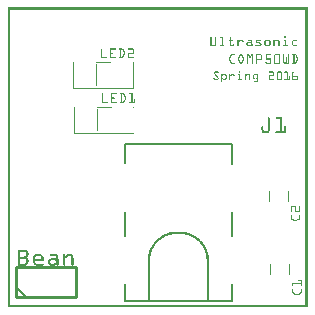
<source format=gto>
G04 MADE WITH FRITZING*
G04 WWW.FRITZING.ORG*
G04 DOUBLE SIDED*
G04 HOLES PLATED*
G04 CONTOUR ON CENTER OF CONTOUR VECTOR*
%ASAXBY*%
%FSLAX23Y23*%
%MOIN*%
%OFA0B0*%
%SFA1.0B1.0*%
%ADD10C,0.010000*%
%ADD11C,0.005000*%
%ADD12C,0.008000*%
%ADD13R,0.001000X0.001000*%
%LNSILK1*%
G90*
G70*
G54D10*
X27Y35D02*
X227Y35D01*
D02*
X227Y35D02*
X227Y135D01*
D02*
X227Y135D02*
X27Y135D01*
D02*
X27Y135D02*
X27Y35D01*
G54D11*
D02*
X62Y35D02*
X27Y70D01*
G54D12*
D02*
X392Y545D02*
X747Y545D01*
D02*
X392Y21D02*
X471Y21D01*
D02*
X471Y21D02*
X668Y21D01*
D02*
X668Y21D02*
X747Y21D01*
D02*
X471Y21D02*
X471Y159D01*
D02*
X668Y159D02*
X668Y21D01*
D02*
X392Y21D02*
X392Y80D01*
D02*
X392Y238D02*
X392Y320D01*
D02*
X392Y482D02*
X392Y545D01*
D02*
X747Y545D02*
X747Y478D01*
D02*
X747Y320D02*
X747Y238D01*
D02*
X747Y80D02*
X747Y21D01*
G54D13*
X0Y1000D02*
X999Y1000D01*
X0Y999D02*
X999Y999D01*
X0Y998D02*
X999Y998D01*
X0Y997D02*
X999Y997D01*
X0Y996D02*
X999Y996D01*
X0Y995D02*
X999Y995D01*
X0Y994D02*
X999Y994D01*
X0Y993D02*
X999Y993D01*
X0Y992D02*
X7Y992D01*
X992Y992D02*
X999Y992D01*
X0Y991D02*
X7Y991D01*
X992Y991D02*
X999Y991D01*
X0Y990D02*
X7Y990D01*
X992Y990D02*
X999Y990D01*
X0Y989D02*
X7Y989D01*
X992Y989D02*
X999Y989D01*
X0Y988D02*
X7Y988D01*
X992Y988D02*
X999Y988D01*
X0Y987D02*
X7Y987D01*
X992Y987D02*
X999Y987D01*
X0Y986D02*
X7Y986D01*
X992Y986D02*
X999Y986D01*
X0Y985D02*
X7Y985D01*
X992Y985D02*
X999Y985D01*
X0Y984D02*
X7Y984D01*
X992Y984D02*
X999Y984D01*
X0Y983D02*
X7Y983D01*
X992Y983D02*
X999Y983D01*
X0Y982D02*
X7Y982D01*
X992Y982D02*
X999Y982D01*
X0Y981D02*
X7Y981D01*
X992Y981D02*
X999Y981D01*
X0Y980D02*
X7Y980D01*
X992Y980D02*
X999Y980D01*
X0Y979D02*
X7Y979D01*
X992Y979D02*
X999Y979D01*
X0Y978D02*
X7Y978D01*
X992Y978D02*
X999Y978D01*
X0Y977D02*
X7Y977D01*
X992Y977D02*
X999Y977D01*
X0Y976D02*
X7Y976D01*
X992Y976D02*
X999Y976D01*
X0Y975D02*
X7Y975D01*
X992Y975D02*
X999Y975D01*
X0Y974D02*
X7Y974D01*
X992Y974D02*
X999Y974D01*
X0Y973D02*
X7Y973D01*
X992Y973D02*
X999Y973D01*
X0Y972D02*
X7Y972D01*
X992Y972D02*
X999Y972D01*
X0Y971D02*
X7Y971D01*
X992Y971D02*
X999Y971D01*
X0Y970D02*
X7Y970D01*
X992Y970D02*
X999Y970D01*
X0Y969D02*
X7Y969D01*
X992Y969D02*
X999Y969D01*
X0Y968D02*
X7Y968D01*
X992Y968D02*
X999Y968D01*
X0Y967D02*
X7Y967D01*
X992Y967D02*
X999Y967D01*
X0Y966D02*
X7Y966D01*
X992Y966D02*
X999Y966D01*
X0Y965D02*
X7Y965D01*
X992Y965D02*
X999Y965D01*
X0Y964D02*
X7Y964D01*
X992Y964D02*
X999Y964D01*
X0Y963D02*
X7Y963D01*
X992Y963D02*
X999Y963D01*
X0Y962D02*
X7Y962D01*
X992Y962D02*
X999Y962D01*
X0Y961D02*
X7Y961D01*
X992Y961D02*
X999Y961D01*
X0Y960D02*
X7Y960D01*
X992Y960D02*
X999Y960D01*
X0Y959D02*
X7Y959D01*
X992Y959D02*
X999Y959D01*
X0Y958D02*
X7Y958D01*
X992Y958D02*
X999Y958D01*
X0Y957D02*
X7Y957D01*
X992Y957D02*
X999Y957D01*
X0Y956D02*
X7Y956D01*
X992Y956D02*
X999Y956D01*
X0Y955D02*
X7Y955D01*
X992Y955D02*
X999Y955D01*
X0Y954D02*
X7Y954D01*
X992Y954D02*
X999Y954D01*
X0Y953D02*
X7Y953D01*
X992Y953D02*
X999Y953D01*
X0Y952D02*
X7Y952D01*
X992Y952D02*
X999Y952D01*
X0Y951D02*
X7Y951D01*
X992Y951D02*
X999Y951D01*
X0Y950D02*
X7Y950D01*
X992Y950D02*
X999Y950D01*
X0Y949D02*
X7Y949D01*
X992Y949D02*
X999Y949D01*
X0Y948D02*
X7Y948D01*
X992Y948D02*
X999Y948D01*
X0Y947D02*
X7Y947D01*
X992Y947D02*
X999Y947D01*
X0Y946D02*
X7Y946D01*
X992Y946D02*
X999Y946D01*
X0Y945D02*
X7Y945D01*
X992Y945D02*
X999Y945D01*
X0Y944D02*
X7Y944D01*
X992Y944D02*
X999Y944D01*
X0Y943D02*
X7Y943D01*
X992Y943D02*
X999Y943D01*
X0Y942D02*
X7Y942D01*
X992Y942D02*
X999Y942D01*
X0Y941D02*
X7Y941D01*
X992Y941D02*
X999Y941D01*
X0Y940D02*
X7Y940D01*
X992Y940D02*
X999Y940D01*
X0Y939D02*
X7Y939D01*
X992Y939D02*
X999Y939D01*
X0Y938D02*
X7Y938D01*
X992Y938D02*
X999Y938D01*
X0Y937D02*
X7Y937D01*
X992Y937D02*
X999Y937D01*
X0Y936D02*
X7Y936D01*
X992Y936D02*
X999Y936D01*
X0Y935D02*
X7Y935D01*
X992Y935D02*
X999Y935D01*
X0Y934D02*
X7Y934D01*
X992Y934D02*
X999Y934D01*
X0Y933D02*
X7Y933D01*
X992Y933D02*
X999Y933D01*
X0Y932D02*
X7Y932D01*
X992Y932D02*
X999Y932D01*
X0Y931D02*
X7Y931D01*
X992Y931D02*
X999Y931D01*
X0Y930D02*
X7Y930D01*
X992Y930D02*
X999Y930D01*
X0Y929D02*
X7Y929D01*
X992Y929D02*
X999Y929D01*
X0Y928D02*
X7Y928D01*
X992Y928D02*
X999Y928D01*
X0Y927D02*
X7Y927D01*
X992Y927D02*
X999Y927D01*
X0Y926D02*
X7Y926D01*
X992Y926D02*
X999Y926D01*
X0Y925D02*
X7Y925D01*
X992Y925D02*
X999Y925D01*
X0Y924D02*
X7Y924D01*
X992Y924D02*
X999Y924D01*
X0Y923D02*
X7Y923D01*
X992Y923D02*
X999Y923D01*
X0Y922D02*
X7Y922D01*
X992Y922D02*
X999Y922D01*
X0Y921D02*
X7Y921D01*
X992Y921D02*
X999Y921D01*
X0Y920D02*
X7Y920D01*
X992Y920D02*
X999Y920D01*
X0Y919D02*
X7Y919D01*
X992Y919D02*
X999Y919D01*
X0Y918D02*
X7Y918D01*
X992Y918D02*
X999Y918D01*
X0Y917D02*
X7Y917D01*
X992Y917D02*
X999Y917D01*
X0Y916D02*
X7Y916D01*
X992Y916D02*
X999Y916D01*
X0Y915D02*
X7Y915D01*
X992Y915D02*
X999Y915D01*
X0Y914D02*
X7Y914D01*
X992Y914D02*
X999Y914D01*
X0Y913D02*
X7Y913D01*
X992Y913D02*
X999Y913D01*
X0Y912D02*
X7Y912D01*
X992Y912D02*
X999Y912D01*
X0Y911D02*
X7Y911D01*
X992Y911D02*
X999Y911D01*
X0Y910D02*
X7Y910D01*
X992Y910D02*
X999Y910D01*
X0Y909D02*
X7Y909D01*
X992Y909D02*
X999Y909D01*
X0Y908D02*
X7Y908D01*
X992Y908D02*
X999Y908D01*
X0Y907D02*
X7Y907D01*
X992Y907D02*
X999Y907D01*
X0Y906D02*
X7Y906D01*
X992Y906D02*
X999Y906D01*
X0Y905D02*
X7Y905D01*
X992Y905D02*
X999Y905D01*
X0Y904D02*
X7Y904D01*
X923Y904D02*
X927Y904D01*
X992Y904D02*
X999Y904D01*
X0Y903D02*
X7Y903D01*
X923Y903D02*
X928Y903D01*
X992Y903D02*
X999Y903D01*
X0Y902D02*
X7Y902D01*
X676Y902D02*
X678Y902D01*
X693Y902D02*
X695Y902D01*
X708Y902D02*
X717Y902D01*
X923Y902D02*
X928Y902D01*
X992Y902D02*
X999Y902D01*
X0Y901D02*
X7Y901D01*
X676Y901D02*
X679Y901D01*
X692Y901D02*
X695Y901D01*
X708Y901D02*
X717Y901D01*
X923Y901D02*
X928Y901D01*
X992Y901D02*
X999Y901D01*
X0Y900D02*
X7Y900D01*
X676Y900D02*
X679Y900D01*
X692Y900D02*
X695Y900D01*
X708Y900D02*
X717Y900D01*
X740Y900D02*
X743Y900D01*
X923Y900D02*
X928Y900D01*
X992Y900D02*
X999Y900D01*
X0Y899D02*
X7Y899D01*
X676Y899D02*
X679Y899D01*
X692Y899D02*
X695Y899D01*
X709Y899D02*
X717Y899D01*
X740Y899D02*
X743Y899D01*
X924Y899D02*
X927Y899D01*
X992Y899D02*
X999Y899D01*
X0Y898D02*
X7Y898D01*
X676Y898D02*
X679Y898D01*
X692Y898D02*
X695Y898D01*
X714Y898D02*
X717Y898D01*
X740Y898D02*
X743Y898D01*
X992Y898D02*
X999Y898D01*
X0Y897D02*
X7Y897D01*
X676Y897D02*
X679Y897D01*
X692Y897D02*
X695Y897D01*
X714Y897D02*
X717Y897D01*
X740Y897D02*
X743Y897D01*
X992Y897D02*
X999Y897D01*
X0Y896D02*
X7Y896D01*
X676Y896D02*
X679Y896D01*
X692Y896D02*
X695Y896D01*
X714Y896D02*
X717Y896D01*
X740Y896D02*
X743Y896D01*
X992Y896D02*
X999Y896D01*
X0Y895D02*
X7Y895D01*
X676Y895D02*
X679Y895D01*
X692Y895D02*
X695Y895D01*
X714Y895D02*
X717Y895D01*
X740Y895D02*
X743Y895D01*
X992Y895D02*
X999Y895D01*
X0Y894D02*
X7Y894D01*
X676Y894D02*
X679Y894D01*
X692Y894D02*
X695Y894D01*
X714Y894D02*
X717Y894D01*
X740Y894D02*
X743Y894D01*
X992Y894D02*
X999Y894D01*
X0Y893D02*
X7Y893D01*
X676Y893D02*
X679Y893D01*
X692Y893D02*
X695Y893D01*
X714Y893D02*
X717Y893D01*
X736Y893D02*
X753Y893D01*
X766Y893D02*
X769Y893D01*
X774Y893D02*
X782Y893D01*
X801Y893D02*
X812Y893D01*
X829Y893D02*
X843Y893D01*
X861Y893D02*
X871Y893D01*
X887Y893D02*
X889Y893D01*
X895Y893D02*
X902Y893D01*
X919Y893D02*
X928Y893D01*
X953Y893D02*
X966Y893D01*
X992Y893D02*
X999Y893D01*
X0Y892D02*
X7Y892D01*
X676Y892D02*
X679Y892D01*
X692Y892D02*
X695Y892D01*
X714Y892D02*
X717Y892D01*
X736Y892D02*
X753Y892D01*
X766Y892D02*
X769Y892D01*
X773Y892D02*
X784Y892D01*
X800Y892D02*
X813Y892D01*
X828Y892D02*
X844Y892D01*
X859Y892D02*
X873Y892D01*
X886Y892D02*
X890Y892D01*
X893Y892D02*
X904Y892D01*
X919Y892D02*
X928Y892D01*
X952Y892D02*
X966Y892D01*
X992Y892D02*
X999Y892D01*
X0Y891D02*
X7Y891D01*
X676Y891D02*
X679Y891D01*
X692Y891D02*
X695Y891D01*
X714Y891D02*
X717Y891D01*
X736Y891D02*
X753Y891D01*
X766Y891D02*
X769Y891D01*
X772Y891D02*
X785Y891D01*
X800Y891D02*
X814Y891D01*
X827Y891D02*
X845Y891D01*
X858Y891D02*
X874Y891D01*
X886Y891D02*
X890Y891D01*
X892Y891D02*
X905Y891D01*
X919Y891D02*
X928Y891D01*
X951Y891D02*
X966Y891D01*
X992Y891D02*
X999Y891D01*
X0Y890D02*
X7Y890D01*
X676Y890D02*
X679Y890D01*
X692Y890D02*
X695Y890D01*
X714Y890D02*
X717Y890D01*
X737Y890D02*
X752Y890D01*
X766Y890D02*
X769Y890D01*
X771Y890D02*
X785Y890D01*
X801Y890D02*
X815Y890D01*
X827Y890D02*
X845Y890D01*
X858Y890D02*
X875Y890D01*
X886Y890D02*
X905Y890D01*
X920Y890D02*
X928Y890D01*
X950Y890D02*
X965Y890D01*
X992Y890D02*
X999Y890D01*
X0Y889D02*
X7Y889D01*
X676Y889D02*
X679Y889D01*
X692Y889D02*
X695Y889D01*
X714Y889D02*
X717Y889D01*
X740Y889D02*
X743Y889D01*
X766Y889D02*
X775Y889D01*
X782Y889D02*
X785Y889D01*
X811Y889D02*
X815Y889D01*
X827Y889D02*
X830Y889D01*
X842Y889D02*
X845Y889D01*
X857Y889D02*
X861Y889D01*
X871Y889D02*
X875Y889D01*
X886Y889D02*
X895Y889D01*
X902Y889D02*
X905Y889D01*
X925Y889D02*
X928Y889D01*
X948Y889D02*
X954Y889D01*
X992Y889D02*
X999Y889D01*
X0Y888D02*
X7Y888D01*
X676Y888D02*
X679Y888D01*
X692Y888D02*
X695Y888D01*
X714Y888D02*
X717Y888D01*
X740Y888D02*
X743Y888D01*
X766Y888D02*
X774Y888D01*
X782Y888D02*
X786Y888D01*
X812Y888D02*
X815Y888D01*
X827Y888D02*
X830Y888D01*
X844Y888D02*
X844Y888D01*
X857Y888D02*
X860Y888D01*
X872Y888D02*
X876Y888D01*
X886Y888D02*
X894Y888D01*
X902Y888D02*
X906Y888D01*
X925Y888D02*
X928Y888D01*
X948Y888D02*
X953Y888D01*
X992Y888D02*
X999Y888D01*
X0Y887D02*
X7Y887D01*
X676Y887D02*
X679Y887D01*
X692Y887D02*
X695Y887D01*
X714Y887D02*
X717Y887D01*
X740Y887D02*
X743Y887D01*
X766Y887D02*
X773Y887D01*
X782Y887D02*
X786Y887D01*
X812Y887D02*
X815Y887D01*
X827Y887D02*
X832Y887D01*
X856Y887D02*
X860Y887D01*
X873Y887D02*
X876Y887D01*
X886Y887D02*
X892Y887D01*
X902Y887D02*
X906Y887D01*
X925Y887D02*
X928Y887D01*
X947Y887D02*
X952Y887D01*
X992Y887D02*
X999Y887D01*
X0Y886D02*
X7Y886D01*
X676Y886D02*
X679Y886D01*
X692Y886D02*
X695Y886D01*
X714Y886D02*
X717Y886D01*
X740Y886D02*
X743Y886D01*
X766Y886D02*
X772Y886D01*
X783Y886D02*
X786Y886D01*
X812Y886D02*
X815Y886D01*
X827Y886D02*
X834Y886D01*
X856Y886D02*
X859Y886D01*
X873Y886D02*
X876Y886D01*
X886Y886D02*
X891Y886D01*
X902Y886D02*
X906Y886D01*
X925Y886D02*
X928Y886D01*
X947Y886D02*
X950Y886D01*
X992Y886D02*
X999Y886D01*
X0Y885D02*
X7Y885D01*
X676Y885D02*
X679Y885D01*
X692Y885D02*
X695Y885D01*
X714Y885D02*
X717Y885D01*
X740Y885D02*
X743Y885D01*
X766Y885D02*
X771Y885D01*
X783Y885D02*
X785Y885D01*
X801Y885D02*
X810Y885D01*
X812Y885D02*
X815Y885D01*
X828Y885D02*
X836Y885D01*
X856Y885D02*
X859Y885D01*
X873Y885D02*
X876Y885D01*
X886Y885D02*
X890Y885D01*
X902Y885D02*
X906Y885D01*
X925Y885D02*
X928Y885D01*
X947Y885D02*
X950Y885D01*
X992Y885D02*
X999Y885D01*
X0Y884D02*
X7Y884D01*
X676Y884D02*
X679Y884D01*
X692Y884D02*
X695Y884D01*
X714Y884D02*
X717Y884D01*
X740Y884D02*
X743Y884D01*
X766Y884D02*
X769Y884D01*
X799Y884D02*
X815Y884D01*
X829Y884D02*
X839Y884D01*
X856Y884D02*
X859Y884D01*
X873Y884D02*
X876Y884D01*
X886Y884D02*
X890Y884D01*
X903Y884D02*
X906Y884D01*
X925Y884D02*
X928Y884D01*
X947Y884D02*
X950Y884D01*
X992Y884D02*
X999Y884D01*
X0Y883D02*
X7Y883D01*
X676Y883D02*
X679Y883D01*
X692Y883D02*
X695Y883D01*
X714Y883D02*
X717Y883D01*
X740Y883D02*
X743Y883D01*
X766Y883D02*
X769Y883D01*
X798Y883D02*
X815Y883D01*
X831Y883D02*
X841Y883D01*
X856Y883D02*
X859Y883D01*
X873Y883D02*
X876Y883D01*
X886Y883D02*
X890Y883D01*
X903Y883D02*
X906Y883D01*
X925Y883D02*
X928Y883D01*
X947Y883D02*
X950Y883D01*
X992Y883D02*
X999Y883D01*
X0Y882D02*
X7Y882D01*
X676Y882D02*
X679Y882D01*
X692Y882D02*
X695Y882D01*
X714Y882D02*
X717Y882D01*
X740Y882D02*
X743Y882D01*
X766Y882D02*
X769Y882D01*
X797Y882D02*
X815Y882D01*
X834Y882D02*
X843Y882D01*
X856Y882D02*
X859Y882D01*
X873Y882D02*
X876Y882D01*
X886Y882D02*
X890Y882D01*
X903Y882D02*
X906Y882D01*
X925Y882D02*
X928Y882D01*
X947Y882D02*
X950Y882D01*
X992Y882D02*
X999Y882D01*
X0Y881D02*
X7Y881D01*
X676Y881D02*
X679Y881D01*
X692Y881D02*
X695Y881D01*
X714Y881D02*
X717Y881D01*
X740Y881D02*
X743Y881D01*
X766Y881D02*
X769Y881D01*
X796Y881D02*
X815Y881D01*
X836Y881D02*
X844Y881D01*
X856Y881D02*
X859Y881D01*
X873Y881D02*
X876Y881D01*
X886Y881D02*
X890Y881D01*
X903Y881D02*
X906Y881D01*
X925Y881D02*
X928Y881D01*
X947Y881D02*
X950Y881D01*
X992Y881D02*
X999Y881D01*
X0Y880D02*
X7Y880D01*
X676Y880D02*
X679Y880D01*
X692Y880D02*
X695Y880D01*
X714Y880D02*
X717Y880D01*
X740Y880D02*
X743Y880D01*
X766Y880D02*
X769Y880D01*
X796Y880D02*
X800Y880D01*
X812Y880D02*
X815Y880D01*
X838Y880D02*
X845Y880D01*
X856Y880D02*
X859Y880D01*
X873Y880D02*
X876Y880D01*
X886Y880D02*
X890Y880D01*
X903Y880D02*
X906Y880D01*
X925Y880D02*
X928Y880D01*
X947Y880D02*
X950Y880D01*
X992Y880D02*
X999Y880D01*
X0Y879D02*
X7Y879D01*
X676Y879D02*
X679Y879D01*
X692Y879D02*
X695Y879D01*
X714Y879D02*
X717Y879D01*
X740Y879D02*
X743Y879D01*
X766Y879D02*
X769Y879D01*
X796Y879D02*
X799Y879D01*
X812Y879D02*
X816Y879D01*
X841Y879D02*
X845Y879D01*
X856Y879D02*
X859Y879D01*
X873Y879D02*
X876Y879D01*
X886Y879D02*
X890Y879D01*
X903Y879D02*
X906Y879D01*
X925Y879D02*
X928Y879D01*
X947Y879D02*
X950Y879D01*
X992Y879D02*
X999Y879D01*
X0Y878D02*
X7Y878D01*
X676Y878D02*
X679Y878D01*
X692Y878D02*
X695Y878D01*
X714Y878D02*
X717Y878D01*
X740Y878D02*
X743Y878D01*
X766Y878D02*
X769Y878D01*
X796Y878D02*
X799Y878D01*
X812Y878D02*
X816Y878D01*
X842Y878D02*
X846Y878D01*
X856Y878D02*
X859Y878D01*
X873Y878D02*
X876Y878D01*
X886Y878D02*
X890Y878D01*
X903Y878D02*
X906Y878D01*
X925Y878D02*
X928Y878D01*
X947Y878D02*
X951Y878D01*
X992Y878D02*
X999Y878D01*
X0Y877D02*
X7Y877D01*
X676Y877D02*
X679Y877D01*
X692Y877D02*
X695Y877D01*
X714Y877D02*
X717Y877D01*
X740Y877D02*
X743Y877D01*
X753Y877D02*
X755Y877D01*
X766Y877D02*
X769Y877D01*
X796Y877D02*
X799Y877D01*
X812Y877D02*
X816Y877D01*
X842Y877D02*
X846Y877D01*
X856Y877D02*
X860Y877D01*
X873Y877D02*
X876Y877D01*
X886Y877D02*
X890Y877D01*
X903Y877D02*
X906Y877D01*
X925Y877D02*
X928Y877D01*
X947Y877D02*
X952Y877D01*
X992Y877D02*
X999Y877D01*
X0Y876D02*
X7Y876D01*
X676Y876D02*
X679Y876D01*
X692Y876D02*
X695Y876D01*
X714Y876D02*
X717Y876D01*
X740Y876D02*
X743Y876D01*
X752Y876D02*
X755Y876D01*
X766Y876D02*
X769Y876D01*
X796Y876D02*
X799Y876D01*
X810Y876D02*
X816Y876D01*
X827Y876D02*
X828Y876D01*
X842Y876D02*
X846Y876D01*
X857Y876D02*
X860Y876D01*
X872Y876D02*
X876Y876D01*
X886Y876D02*
X890Y876D01*
X903Y876D02*
X906Y876D01*
X925Y876D02*
X928Y876D01*
X948Y876D02*
X953Y876D01*
X992Y876D02*
X999Y876D01*
X0Y875D02*
X7Y875D01*
X676Y875D02*
X680Y875D01*
X691Y875D02*
X695Y875D01*
X714Y875D02*
X717Y875D01*
X740Y875D02*
X744Y875D01*
X751Y875D02*
X755Y875D01*
X766Y875D02*
X769Y875D01*
X796Y875D02*
X800Y875D01*
X809Y875D02*
X816Y875D01*
X826Y875D02*
X830Y875D01*
X842Y875D02*
X846Y875D01*
X857Y875D02*
X862Y875D01*
X871Y875D02*
X875Y875D01*
X886Y875D02*
X890Y875D01*
X903Y875D02*
X906Y875D01*
X925Y875D02*
X928Y875D01*
X949Y875D02*
X954Y875D01*
X992Y875D02*
X999Y875D01*
X0Y874D02*
X7Y874D01*
X676Y874D02*
X695Y874D01*
X709Y874D02*
X722Y874D01*
X740Y874D02*
X755Y874D01*
X766Y874D02*
X769Y874D01*
X797Y874D02*
X816Y874D01*
X826Y874D02*
X845Y874D01*
X858Y874D02*
X875Y874D01*
X886Y874D02*
X890Y874D01*
X903Y874D02*
X906Y874D01*
X919Y874D02*
X933Y874D01*
X950Y874D02*
X965Y874D01*
X992Y874D02*
X999Y874D01*
X0Y873D02*
X7Y873D01*
X677Y873D02*
X694Y873D01*
X708Y873D02*
X723Y873D01*
X741Y873D02*
X754Y873D01*
X766Y873D02*
X769Y873D01*
X797Y873D02*
X816Y873D01*
X827Y873D02*
X845Y873D01*
X858Y873D02*
X874Y873D01*
X886Y873D02*
X890Y873D01*
X903Y873D02*
X906Y873D01*
X919Y873D02*
X934Y873D01*
X951Y873D02*
X966Y873D01*
X992Y873D02*
X999Y873D01*
X0Y872D02*
X7Y872D01*
X678Y872D02*
X693Y872D01*
X708Y872D02*
X723Y872D01*
X742Y872D02*
X753Y872D01*
X766Y872D02*
X769Y872D01*
X798Y872D02*
X816Y872D01*
X828Y872D02*
X844Y872D01*
X860Y872D02*
X873Y872D01*
X886Y872D02*
X890Y872D01*
X903Y872D02*
X906Y872D01*
X919Y872D02*
X934Y872D01*
X952Y872D02*
X966Y872D01*
X992Y872D02*
X999Y872D01*
X0Y871D02*
X7Y871D01*
X679Y871D02*
X692Y871D01*
X708Y871D02*
X723Y871D01*
X743Y871D02*
X752Y871D01*
X766Y871D02*
X769Y871D01*
X799Y871D02*
X809Y871D01*
X813Y871D02*
X815Y871D01*
X829Y871D02*
X842Y871D01*
X861Y871D02*
X871Y871D01*
X887Y871D02*
X889Y871D01*
X903Y871D02*
X906Y871D01*
X919Y871D02*
X934Y871D01*
X954Y871D02*
X966Y871D01*
X992Y871D02*
X999Y871D01*
X0Y870D02*
X7Y870D01*
X992Y870D02*
X999Y870D01*
X0Y869D02*
X7Y869D01*
X992Y869D02*
X999Y869D01*
X0Y868D02*
X7Y868D01*
X992Y868D02*
X999Y868D01*
X0Y867D02*
X7Y867D01*
X992Y867D02*
X999Y867D01*
X0Y866D02*
X7Y866D01*
X992Y866D02*
X999Y866D01*
X0Y865D02*
X7Y865D01*
X992Y865D02*
X999Y865D01*
X0Y864D02*
X7Y864D01*
X341Y864D02*
X359Y864D01*
X373Y864D02*
X380Y864D01*
X403Y864D02*
X417Y864D01*
X992Y864D02*
X999Y864D01*
X0Y863D02*
X7Y863D01*
X311Y863D02*
X314Y863D01*
X341Y863D02*
X360Y863D01*
X371Y863D02*
X383Y863D01*
X402Y863D02*
X419Y863D01*
X992Y863D02*
X999Y863D01*
X0Y862D02*
X7Y862D01*
X311Y862D02*
X314Y862D01*
X341Y862D02*
X361Y862D01*
X371Y862D02*
X385Y862D01*
X401Y862D02*
X420Y862D01*
X992Y862D02*
X999Y862D01*
X0Y861D02*
X7Y861D01*
X311Y861D02*
X314Y861D01*
X341Y861D02*
X360Y861D01*
X371Y861D02*
X385Y861D01*
X402Y861D02*
X421Y861D01*
X992Y861D02*
X999Y861D01*
X0Y860D02*
X7Y860D01*
X311Y860D02*
X314Y860D01*
X341Y860D02*
X359Y860D01*
X373Y860D02*
X386Y860D01*
X403Y860D02*
X421Y860D01*
X992Y860D02*
X999Y860D01*
X0Y859D02*
X7Y859D01*
X311Y859D02*
X314Y859D01*
X341Y859D02*
X344Y859D01*
X375Y859D02*
X378Y859D01*
X383Y859D02*
X386Y859D01*
X418Y859D02*
X421Y859D01*
X992Y859D02*
X999Y859D01*
X0Y858D02*
X7Y858D01*
X311Y858D02*
X314Y858D01*
X341Y858D02*
X344Y858D01*
X375Y858D02*
X378Y858D01*
X383Y858D02*
X387Y858D01*
X418Y858D02*
X421Y858D01*
X992Y858D02*
X999Y858D01*
X0Y857D02*
X7Y857D01*
X311Y857D02*
X314Y857D01*
X341Y857D02*
X344Y857D01*
X375Y857D02*
X378Y857D01*
X384Y857D02*
X387Y857D01*
X418Y857D02*
X421Y857D01*
X992Y857D02*
X999Y857D01*
X0Y856D02*
X7Y856D01*
X311Y856D02*
X314Y856D01*
X341Y856D02*
X344Y856D01*
X375Y856D02*
X378Y856D01*
X384Y856D02*
X388Y856D01*
X418Y856D02*
X421Y856D01*
X992Y856D02*
X999Y856D01*
X0Y855D02*
X7Y855D01*
X311Y855D02*
X314Y855D01*
X341Y855D02*
X344Y855D01*
X375Y855D02*
X378Y855D01*
X385Y855D02*
X388Y855D01*
X418Y855D02*
X421Y855D01*
X992Y855D02*
X999Y855D01*
X0Y854D02*
X7Y854D01*
X311Y854D02*
X314Y854D01*
X341Y854D02*
X344Y854D01*
X375Y854D02*
X378Y854D01*
X385Y854D02*
X389Y854D01*
X418Y854D02*
X421Y854D01*
X992Y854D02*
X999Y854D01*
X0Y853D02*
X7Y853D01*
X311Y853D02*
X314Y853D01*
X341Y853D02*
X344Y853D01*
X375Y853D02*
X378Y853D01*
X386Y853D02*
X389Y853D01*
X418Y853D02*
X421Y853D01*
X992Y853D02*
X999Y853D01*
X0Y852D02*
X7Y852D01*
X311Y852D02*
X314Y852D01*
X341Y852D02*
X344Y852D01*
X375Y852D02*
X378Y852D01*
X386Y852D02*
X390Y852D01*
X418Y852D02*
X421Y852D01*
X992Y852D02*
X999Y852D01*
X0Y851D02*
X7Y851D01*
X311Y851D02*
X314Y851D01*
X341Y851D02*
X344Y851D01*
X375Y851D02*
X378Y851D01*
X387Y851D02*
X390Y851D01*
X418Y851D02*
X421Y851D01*
X992Y851D02*
X999Y851D01*
X0Y850D02*
X7Y850D01*
X311Y850D02*
X314Y850D01*
X341Y850D02*
X345Y850D01*
X375Y850D02*
X378Y850D01*
X387Y850D02*
X391Y850D01*
X417Y850D02*
X421Y850D01*
X992Y850D02*
X999Y850D01*
X0Y849D02*
X7Y849D01*
X311Y849D02*
X314Y849D01*
X341Y849D02*
X352Y849D01*
X375Y849D02*
X378Y849D01*
X388Y849D02*
X391Y849D01*
X403Y849D02*
X421Y849D01*
X992Y849D02*
X999Y849D01*
X0Y848D02*
X7Y848D01*
X311Y848D02*
X314Y848D01*
X341Y848D02*
X352Y848D01*
X375Y848D02*
X378Y848D01*
X388Y848D02*
X391Y848D01*
X402Y848D02*
X420Y848D01*
X992Y848D02*
X999Y848D01*
X0Y847D02*
X7Y847D01*
X311Y847D02*
X314Y847D01*
X341Y847D02*
X352Y847D01*
X375Y847D02*
X378Y847D01*
X388Y847D02*
X391Y847D01*
X402Y847D02*
X420Y847D01*
X992Y847D02*
X999Y847D01*
X0Y846D02*
X7Y846D01*
X311Y846D02*
X314Y846D01*
X341Y846D02*
X351Y846D01*
X375Y846D02*
X378Y846D01*
X387Y846D02*
X391Y846D01*
X401Y846D02*
X418Y846D01*
X992Y846D02*
X999Y846D01*
X0Y845D02*
X7Y845D01*
X311Y845D02*
X314Y845D01*
X341Y845D02*
X344Y845D01*
X375Y845D02*
X378Y845D01*
X387Y845D02*
X390Y845D01*
X401Y845D02*
X404Y845D01*
X747Y845D02*
X756Y845D01*
X777Y845D02*
X778Y845D01*
X798Y845D02*
X802Y845D01*
X813Y845D02*
X817Y845D01*
X828Y845D02*
X843Y845D01*
X862Y845D02*
X876Y845D01*
X892Y845D02*
X905Y845D01*
X920Y845D02*
X920Y845D01*
X936Y845D02*
X937Y845D01*
X950Y845D02*
X959Y845D01*
X992Y845D02*
X999Y845D01*
X0Y844D02*
X7Y844D01*
X311Y844D02*
X314Y844D01*
X341Y844D02*
X344Y844D01*
X375Y844D02*
X378Y844D01*
X386Y844D02*
X390Y844D01*
X401Y844D02*
X404Y844D01*
X745Y844D02*
X757Y844D01*
X775Y844D02*
X780Y844D01*
X798Y844D02*
X803Y844D01*
X812Y844D02*
X818Y844D01*
X828Y844D02*
X845Y844D01*
X862Y844D02*
X878Y844D01*
X890Y844D02*
X907Y844D01*
X919Y844D02*
X921Y844D01*
X935Y844D02*
X938Y844D01*
X949Y844D02*
X961Y844D01*
X992Y844D02*
X999Y844D01*
X0Y843D02*
X7Y843D01*
X311Y843D02*
X314Y843D01*
X341Y843D02*
X344Y843D01*
X375Y843D02*
X378Y843D01*
X386Y843D02*
X390Y843D01*
X401Y843D02*
X404Y843D01*
X744Y843D02*
X757Y843D01*
X774Y843D02*
X781Y843D01*
X798Y843D02*
X804Y843D01*
X812Y843D02*
X818Y843D01*
X828Y843D02*
X846Y843D01*
X862Y843D02*
X878Y843D01*
X889Y843D02*
X907Y843D01*
X918Y843D02*
X922Y843D01*
X935Y843D02*
X938Y843D01*
X948Y843D02*
X962Y843D01*
X992Y843D02*
X999Y843D01*
X0Y842D02*
X7Y842D01*
X311Y842D02*
X314Y842D01*
X341Y842D02*
X344Y842D01*
X375Y842D02*
X378Y842D01*
X385Y842D02*
X389Y842D01*
X401Y842D02*
X404Y842D01*
X743Y842D02*
X757Y842D01*
X773Y842D02*
X782Y842D01*
X798Y842D02*
X804Y842D01*
X811Y842D02*
X818Y842D01*
X828Y842D02*
X847Y842D01*
X862Y842D02*
X877Y842D01*
X888Y842D02*
X908Y842D01*
X918Y842D02*
X922Y842D01*
X935Y842D02*
X938Y842D01*
X949Y842D02*
X963Y842D01*
X992Y842D02*
X999Y842D01*
X0Y841D02*
X7Y841D01*
X311Y841D02*
X314Y841D01*
X341Y841D02*
X344Y841D01*
X375Y841D02*
X378Y841D01*
X385Y841D02*
X389Y841D01*
X401Y841D02*
X404Y841D01*
X742Y841D02*
X755Y841D01*
X773Y841D02*
X783Y841D01*
X798Y841D02*
X805Y841D01*
X810Y841D02*
X818Y841D01*
X828Y841D02*
X847Y841D01*
X862Y841D02*
X876Y841D01*
X888Y841D02*
X908Y841D01*
X918Y841D02*
X922Y841D01*
X935Y841D02*
X938Y841D01*
X950Y841D02*
X963Y841D01*
X992Y841D02*
X999Y841D01*
X0Y840D02*
X7Y840D01*
X311Y840D02*
X314Y840D01*
X341Y840D02*
X344Y840D01*
X375Y840D02*
X378Y840D01*
X384Y840D02*
X388Y840D01*
X401Y840D02*
X404Y840D01*
X742Y840D02*
X746Y840D01*
X772Y840D02*
X776Y840D01*
X779Y840D02*
X783Y840D01*
X798Y840D02*
X806Y840D01*
X810Y840D02*
X818Y840D01*
X828Y840D02*
X831Y840D01*
X844Y840D02*
X848Y840D01*
X862Y840D02*
X865Y840D01*
X888Y840D02*
X891Y840D01*
X905Y840D02*
X908Y840D01*
X918Y840D02*
X922Y840D01*
X935Y840D02*
X938Y840D01*
X953Y840D02*
X956Y840D01*
X960Y840D02*
X964Y840D01*
X992Y840D02*
X999Y840D01*
X0Y839D02*
X7Y839D01*
X311Y839D02*
X314Y839D01*
X341Y839D02*
X344Y839D01*
X375Y839D02*
X378Y839D01*
X384Y839D02*
X388Y839D01*
X401Y839D02*
X404Y839D01*
X741Y839D02*
X745Y839D01*
X772Y839D02*
X775Y839D01*
X780Y839D02*
X784Y839D01*
X798Y839D02*
X806Y839D01*
X809Y839D02*
X818Y839D01*
X828Y839D02*
X831Y839D01*
X844Y839D02*
X848Y839D01*
X862Y839D02*
X865Y839D01*
X888Y839D02*
X891Y839D01*
X905Y839D02*
X908Y839D01*
X918Y839D02*
X922Y839D01*
X935Y839D02*
X938Y839D01*
X953Y839D02*
X956Y839D01*
X961Y839D02*
X964Y839D01*
X992Y839D02*
X999Y839D01*
X0Y838D02*
X7Y838D01*
X311Y838D02*
X314Y838D01*
X341Y838D02*
X344Y838D01*
X375Y838D02*
X378Y838D01*
X383Y838D02*
X387Y838D01*
X401Y838D02*
X404Y838D01*
X741Y838D02*
X745Y838D01*
X771Y838D02*
X775Y838D01*
X780Y838D02*
X784Y838D01*
X798Y838D02*
X801Y838D01*
X803Y838D02*
X812Y838D01*
X814Y838D02*
X818Y838D01*
X828Y838D02*
X831Y838D01*
X844Y838D02*
X848Y838D01*
X862Y838D02*
X865Y838D01*
X888Y838D02*
X891Y838D01*
X905Y838D02*
X908Y838D01*
X918Y838D02*
X922Y838D01*
X935Y838D02*
X938Y838D01*
X953Y838D02*
X956Y838D01*
X961Y838D02*
X965Y838D01*
X992Y838D02*
X999Y838D01*
X0Y837D02*
X7Y837D01*
X311Y837D02*
X314Y837D01*
X341Y837D02*
X344Y837D01*
X375Y837D02*
X378Y837D01*
X383Y837D02*
X387Y837D01*
X401Y837D02*
X404Y837D01*
X740Y837D02*
X744Y837D01*
X771Y837D02*
X774Y837D01*
X781Y837D02*
X785Y837D01*
X798Y837D02*
X801Y837D01*
X804Y837D02*
X812Y837D01*
X814Y837D02*
X818Y837D01*
X828Y837D02*
X831Y837D01*
X844Y837D02*
X848Y837D01*
X862Y837D02*
X865Y837D01*
X888Y837D02*
X891Y837D01*
X905Y837D02*
X908Y837D01*
X918Y837D02*
X922Y837D01*
X935Y837D02*
X938Y837D01*
X953Y837D02*
X956Y837D01*
X962Y837D02*
X965Y837D01*
X992Y837D02*
X999Y837D01*
X0Y836D02*
X7Y836D01*
X311Y836D02*
X314Y836D01*
X341Y836D02*
X344Y836D01*
X375Y836D02*
X379Y836D01*
X382Y836D02*
X386Y836D01*
X401Y836D02*
X405Y836D01*
X740Y836D02*
X744Y836D01*
X770Y836D02*
X774Y836D01*
X781Y836D02*
X785Y836D01*
X798Y836D02*
X801Y836D01*
X804Y836D02*
X811Y836D01*
X814Y836D02*
X818Y836D01*
X828Y836D02*
X831Y836D01*
X844Y836D02*
X848Y836D01*
X862Y836D02*
X865Y836D01*
X888Y836D02*
X891Y836D01*
X905Y836D02*
X908Y836D01*
X918Y836D02*
X922Y836D01*
X935Y836D02*
X938Y836D01*
X953Y836D02*
X956Y836D01*
X962Y836D02*
X966Y836D01*
X992Y836D02*
X999Y836D01*
X0Y835D02*
X7Y835D01*
X311Y835D02*
X330Y835D01*
X341Y835D02*
X360Y835D01*
X372Y835D02*
X386Y835D01*
X401Y835D02*
X420Y835D01*
X739Y835D02*
X743Y835D01*
X770Y835D02*
X773Y835D01*
X782Y835D02*
X786Y835D01*
X798Y835D02*
X801Y835D01*
X805Y835D02*
X810Y835D01*
X814Y835D02*
X818Y835D01*
X828Y835D02*
X831Y835D01*
X844Y835D02*
X848Y835D01*
X862Y835D02*
X865Y835D01*
X888Y835D02*
X891Y835D01*
X905Y835D02*
X908Y835D01*
X918Y835D02*
X922Y835D01*
X935Y835D02*
X938Y835D01*
X953Y835D02*
X956Y835D01*
X963Y835D02*
X966Y835D01*
X992Y835D02*
X999Y835D01*
X0Y834D02*
X7Y834D01*
X311Y834D02*
X331Y834D01*
X341Y834D02*
X361Y834D01*
X371Y834D02*
X385Y834D01*
X401Y834D02*
X421Y834D01*
X739Y834D02*
X743Y834D01*
X769Y834D02*
X773Y834D01*
X782Y834D02*
X786Y834D01*
X798Y834D02*
X801Y834D01*
X806Y834D02*
X810Y834D01*
X814Y834D02*
X818Y834D01*
X828Y834D02*
X831Y834D01*
X844Y834D02*
X848Y834D01*
X862Y834D02*
X865Y834D01*
X888Y834D02*
X891Y834D01*
X905Y834D02*
X908Y834D01*
X918Y834D02*
X922Y834D01*
X927Y834D02*
X929Y834D01*
X935Y834D02*
X938Y834D01*
X953Y834D02*
X956Y834D01*
X963Y834D02*
X967Y834D01*
X992Y834D02*
X999Y834D01*
X0Y833D02*
X7Y833D01*
X311Y833D02*
X330Y833D01*
X341Y833D02*
X361Y833D01*
X371Y833D02*
X384Y833D01*
X401Y833D02*
X421Y833D01*
X739Y833D02*
X742Y833D01*
X769Y833D02*
X772Y833D01*
X783Y833D02*
X786Y833D01*
X798Y833D02*
X801Y833D01*
X806Y833D02*
X809Y833D01*
X814Y833D02*
X818Y833D01*
X828Y833D02*
X831Y833D01*
X844Y833D02*
X848Y833D01*
X862Y833D02*
X865Y833D01*
X888Y833D02*
X891Y833D01*
X905Y833D02*
X908Y833D01*
X918Y833D02*
X922Y833D01*
X927Y833D02*
X930Y833D01*
X935Y833D02*
X938Y833D01*
X953Y833D02*
X956Y833D01*
X964Y833D02*
X967Y833D01*
X992Y833D02*
X999Y833D01*
X0Y832D02*
X7Y832D01*
X311Y832D02*
X330Y832D01*
X341Y832D02*
X360Y832D01*
X372Y832D02*
X382Y832D01*
X401Y832D02*
X420Y832D01*
X738Y832D02*
X742Y832D01*
X768Y832D02*
X772Y832D01*
X783Y832D02*
X787Y832D01*
X798Y832D02*
X801Y832D01*
X806Y832D02*
X809Y832D01*
X814Y832D02*
X818Y832D01*
X828Y832D02*
X831Y832D01*
X844Y832D02*
X848Y832D01*
X862Y832D02*
X865Y832D01*
X888Y832D02*
X891Y832D01*
X905Y832D02*
X908Y832D01*
X918Y832D02*
X922Y832D01*
X927Y832D02*
X930Y832D01*
X935Y832D02*
X938Y832D01*
X953Y832D02*
X956Y832D01*
X964Y832D02*
X968Y832D01*
X992Y832D02*
X999Y832D01*
X0Y831D02*
X7Y831D01*
X738Y831D02*
X741Y831D01*
X768Y831D02*
X771Y831D01*
X784Y831D02*
X787Y831D01*
X798Y831D02*
X801Y831D01*
X807Y831D02*
X809Y831D01*
X814Y831D02*
X818Y831D01*
X828Y831D02*
X831Y831D01*
X844Y831D02*
X848Y831D01*
X862Y831D02*
X874Y831D01*
X888Y831D02*
X891Y831D01*
X905Y831D02*
X908Y831D01*
X918Y831D02*
X922Y831D01*
X927Y831D02*
X930Y831D01*
X935Y831D02*
X938Y831D01*
X953Y831D02*
X956Y831D01*
X965Y831D02*
X968Y831D01*
X992Y831D02*
X999Y831D01*
X0Y830D02*
X7Y830D01*
X738Y830D02*
X741Y830D01*
X768Y830D02*
X771Y830D01*
X784Y830D02*
X787Y830D01*
X798Y830D02*
X801Y830D01*
X814Y830D02*
X818Y830D01*
X828Y830D02*
X831Y830D01*
X844Y830D02*
X848Y830D01*
X862Y830D02*
X876Y830D01*
X888Y830D02*
X891Y830D01*
X905Y830D02*
X908Y830D01*
X918Y830D02*
X922Y830D01*
X927Y830D02*
X930Y830D01*
X935Y830D02*
X938Y830D01*
X953Y830D02*
X956Y830D01*
X965Y830D02*
X968Y830D01*
X992Y830D02*
X999Y830D01*
X0Y829D02*
X7Y829D01*
X738Y829D02*
X741Y829D01*
X768Y829D02*
X771Y829D01*
X784Y829D02*
X787Y829D01*
X798Y829D02*
X801Y829D01*
X814Y829D02*
X818Y829D01*
X828Y829D02*
X847Y829D01*
X862Y829D02*
X877Y829D01*
X888Y829D02*
X891Y829D01*
X905Y829D02*
X908Y829D01*
X918Y829D02*
X922Y829D01*
X927Y829D02*
X930Y829D01*
X935Y829D02*
X938Y829D01*
X953Y829D02*
X956Y829D01*
X965Y829D02*
X968Y829D01*
X992Y829D02*
X999Y829D01*
X0Y828D02*
X7Y828D01*
X738Y828D02*
X741Y828D01*
X768Y828D02*
X771Y828D01*
X784Y828D02*
X787Y828D01*
X798Y828D02*
X801Y828D01*
X814Y828D02*
X818Y828D01*
X828Y828D02*
X847Y828D01*
X862Y828D02*
X878Y828D01*
X888Y828D02*
X891Y828D01*
X905Y828D02*
X908Y828D01*
X918Y828D02*
X922Y828D01*
X927Y828D02*
X930Y828D01*
X935Y828D02*
X938Y828D01*
X953Y828D02*
X956Y828D01*
X965Y828D02*
X968Y828D01*
X992Y828D02*
X999Y828D01*
X0Y827D02*
X7Y827D01*
X738Y827D02*
X741Y827D01*
X768Y827D02*
X771Y827D01*
X784Y827D02*
X787Y827D01*
X798Y827D02*
X801Y827D01*
X814Y827D02*
X818Y827D01*
X828Y827D02*
X846Y827D01*
X862Y827D02*
X878Y827D01*
X888Y827D02*
X891Y827D01*
X905Y827D02*
X908Y827D01*
X918Y827D02*
X922Y827D01*
X927Y827D02*
X930Y827D01*
X935Y827D02*
X938Y827D01*
X953Y827D02*
X956Y827D01*
X965Y827D02*
X968Y827D01*
X992Y827D02*
X999Y827D01*
X0Y826D02*
X7Y826D01*
X738Y826D02*
X742Y826D01*
X768Y826D02*
X772Y826D01*
X783Y826D02*
X787Y826D01*
X798Y826D02*
X801Y826D01*
X814Y826D02*
X818Y826D01*
X828Y826D02*
X844Y826D01*
X875Y826D02*
X878Y826D01*
X888Y826D02*
X891Y826D01*
X905Y826D02*
X908Y826D01*
X918Y826D02*
X922Y826D01*
X927Y826D02*
X930Y826D01*
X935Y826D02*
X938Y826D01*
X953Y826D02*
X956Y826D01*
X964Y826D02*
X968Y826D01*
X992Y826D02*
X999Y826D01*
X0Y825D02*
X7Y825D01*
X738Y825D02*
X742Y825D01*
X769Y825D02*
X772Y825D01*
X783Y825D02*
X787Y825D01*
X798Y825D02*
X801Y825D01*
X814Y825D02*
X818Y825D01*
X828Y825D02*
X832Y825D01*
X875Y825D02*
X878Y825D01*
X888Y825D02*
X891Y825D01*
X905Y825D02*
X908Y825D01*
X918Y825D02*
X922Y825D01*
X927Y825D02*
X930Y825D01*
X935Y825D02*
X938Y825D01*
X953Y825D02*
X956Y825D01*
X964Y825D02*
X967Y825D01*
X992Y825D02*
X999Y825D01*
X0Y824D02*
X7Y824D01*
X739Y824D02*
X743Y824D01*
X769Y824D02*
X773Y824D01*
X782Y824D02*
X786Y824D01*
X798Y824D02*
X801Y824D01*
X814Y824D02*
X818Y824D01*
X828Y824D02*
X831Y824D01*
X875Y824D02*
X878Y824D01*
X888Y824D02*
X891Y824D01*
X905Y824D02*
X908Y824D01*
X918Y824D02*
X922Y824D01*
X927Y824D02*
X930Y824D01*
X935Y824D02*
X938Y824D01*
X953Y824D02*
X956Y824D01*
X963Y824D02*
X967Y824D01*
X992Y824D02*
X999Y824D01*
X0Y823D02*
X7Y823D01*
X739Y823D02*
X743Y823D01*
X770Y823D02*
X773Y823D01*
X782Y823D02*
X786Y823D01*
X798Y823D02*
X801Y823D01*
X814Y823D02*
X818Y823D01*
X828Y823D02*
X831Y823D01*
X875Y823D02*
X878Y823D01*
X888Y823D02*
X891Y823D01*
X905Y823D02*
X908Y823D01*
X918Y823D02*
X922Y823D01*
X927Y823D02*
X930Y823D01*
X935Y823D02*
X938Y823D01*
X953Y823D02*
X956Y823D01*
X963Y823D02*
X966Y823D01*
X992Y823D02*
X999Y823D01*
X0Y822D02*
X7Y822D01*
X740Y822D02*
X744Y822D01*
X770Y822D02*
X774Y822D01*
X781Y822D02*
X785Y822D01*
X798Y822D02*
X801Y822D01*
X814Y822D02*
X818Y822D01*
X828Y822D02*
X831Y822D01*
X875Y822D02*
X878Y822D01*
X888Y822D02*
X891Y822D01*
X905Y822D02*
X908Y822D01*
X918Y822D02*
X922Y822D01*
X927Y822D02*
X930Y822D01*
X935Y822D02*
X938Y822D01*
X953Y822D02*
X956Y822D01*
X962Y822D02*
X966Y822D01*
X992Y822D02*
X999Y822D01*
X0Y821D02*
X7Y821D01*
X740Y821D02*
X744Y821D01*
X771Y821D02*
X774Y821D01*
X781Y821D02*
X785Y821D01*
X798Y821D02*
X801Y821D01*
X814Y821D02*
X818Y821D01*
X828Y821D02*
X831Y821D01*
X875Y821D02*
X878Y821D01*
X888Y821D02*
X891Y821D01*
X905Y821D02*
X908Y821D01*
X918Y821D02*
X922Y821D01*
X927Y821D02*
X930Y821D01*
X935Y821D02*
X938Y821D01*
X953Y821D02*
X956Y821D01*
X962Y821D02*
X965Y821D01*
X992Y821D02*
X999Y821D01*
X0Y820D02*
X7Y820D01*
X741Y820D02*
X745Y820D01*
X771Y820D02*
X775Y820D01*
X780Y820D02*
X784Y820D01*
X798Y820D02*
X801Y820D01*
X814Y820D02*
X818Y820D01*
X828Y820D02*
X831Y820D01*
X875Y820D02*
X878Y820D01*
X888Y820D02*
X891Y820D01*
X905Y820D02*
X908Y820D01*
X918Y820D02*
X922Y820D01*
X927Y820D02*
X930Y820D01*
X935Y820D02*
X938Y820D01*
X953Y820D02*
X956Y820D01*
X961Y820D02*
X965Y820D01*
X992Y820D02*
X999Y820D01*
X0Y819D02*
X7Y819D01*
X219Y819D02*
X419Y819D01*
X741Y819D02*
X745Y819D01*
X771Y819D02*
X775Y819D01*
X780Y819D02*
X784Y819D01*
X798Y819D02*
X801Y819D01*
X814Y819D02*
X818Y819D01*
X828Y819D02*
X831Y819D01*
X875Y819D02*
X878Y819D01*
X888Y819D02*
X891Y819D01*
X905Y819D02*
X908Y819D01*
X918Y819D02*
X922Y819D01*
X927Y819D02*
X930Y819D01*
X935Y819D02*
X938Y819D01*
X953Y819D02*
X956Y819D01*
X961Y819D02*
X964Y819D01*
X992Y819D02*
X999Y819D01*
X0Y818D02*
X7Y818D01*
X219Y818D02*
X419Y818D01*
X742Y818D02*
X746Y818D01*
X772Y818D02*
X776Y818D01*
X779Y818D02*
X783Y818D01*
X798Y818D02*
X801Y818D01*
X814Y818D02*
X818Y818D01*
X828Y818D02*
X831Y818D01*
X859Y818D02*
X861Y818D01*
X875Y818D02*
X878Y818D01*
X888Y818D02*
X891Y818D01*
X905Y818D02*
X908Y818D01*
X918Y818D02*
X922Y818D01*
X926Y818D02*
X930Y818D01*
X934Y818D02*
X938Y818D01*
X953Y818D02*
X956Y818D01*
X960Y818D02*
X964Y818D01*
X992Y818D02*
X999Y818D01*
X0Y817D02*
X7Y817D01*
X219Y817D02*
X221Y817D01*
X295Y817D02*
X343Y817D01*
X417Y817D02*
X419Y817D01*
X742Y817D02*
X747Y817D01*
X772Y817D02*
X783Y817D01*
X798Y817D02*
X801Y817D01*
X814Y817D02*
X818Y817D01*
X828Y817D02*
X831Y817D01*
X858Y817D02*
X864Y817D01*
X874Y817D02*
X878Y817D01*
X888Y817D02*
X892Y817D01*
X904Y817D02*
X908Y817D01*
X919Y817D02*
X923Y817D01*
X925Y817D02*
X931Y817D01*
X934Y817D02*
X938Y817D01*
X952Y817D02*
X956Y817D01*
X959Y817D02*
X963Y817D01*
X992Y817D02*
X999Y817D01*
X0Y816D02*
X7Y816D01*
X219Y816D02*
X221Y816D01*
X295Y816D02*
X343Y816D01*
X417Y816D02*
X419Y816D01*
X743Y816D02*
X757Y816D01*
X773Y816D02*
X782Y816D01*
X798Y816D02*
X801Y816D01*
X814Y816D02*
X818Y816D01*
X828Y816D02*
X831Y816D01*
X858Y816D02*
X878Y816D01*
X888Y816D02*
X908Y816D01*
X919Y816D02*
X937Y816D01*
X949Y816D02*
X963Y816D01*
X992Y816D02*
X999Y816D01*
X0Y815D02*
X7Y815D01*
X219Y815D02*
X221Y815D01*
X417Y815D02*
X419Y815D01*
X744Y815D02*
X757Y815D01*
X774Y815D02*
X781Y815D01*
X798Y815D02*
X801Y815D01*
X814Y815D02*
X818Y815D01*
X828Y815D02*
X831Y815D01*
X859Y815D02*
X877Y815D01*
X889Y815D02*
X907Y815D01*
X920Y815D02*
X936Y815D01*
X949Y815D02*
X962Y815D01*
X992Y815D02*
X999Y815D01*
X0Y814D02*
X7Y814D01*
X219Y814D02*
X221Y814D01*
X417Y814D02*
X419Y814D01*
X745Y814D02*
X757Y814D01*
X775Y814D02*
X781Y814D01*
X798Y814D02*
X801Y814D01*
X815Y814D02*
X817Y814D01*
X828Y814D02*
X831Y814D01*
X861Y814D02*
X877Y814D01*
X889Y814D02*
X907Y814D01*
X920Y814D02*
X936Y814D01*
X949Y814D02*
X961Y814D01*
X992Y814D02*
X999Y814D01*
X0Y813D02*
X7Y813D01*
X219Y813D02*
X221Y813D01*
X417Y813D02*
X419Y813D01*
X747Y813D02*
X756Y813D01*
X776Y813D02*
X779Y813D01*
X799Y813D02*
X800Y813D01*
X815Y813D02*
X816Y813D01*
X829Y813D02*
X830Y813D01*
X863Y813D02*
X875Y813D01*
X891Y813D02*
X905Y813D01*
X921Y813D02*
X927Y813D01*
X930Y813D02*
X935Y813D01*
X949Y813D02*
X959Y813D01*
X992Y813D02*
X999Y813D01*
X0Y812D02*
X7Y812D01*
X219Y812D02*
X221Y812D01*
X295Y812D02*
X296Y812D01*
X417Y812D02*
X419Y812D01*
X992Y812D02*
X999Y812D01*
X0Y811D02*
X7Y811D01*
X219Y811D02*
X221Y811D01*
X295Y811D02*
X297Y811D01*
X417Y811D02*
X419Y811D01*
X992Y811D02*
X999Y811D01*
X0Y810D02*
X7Y810D01*
X219Y810D02*
X221Y810D01*
X295Y810D02*
X297Y810D01*
X417Y810D02*
X419Y810D01*
X992Y810D02*
X999Y810D01*
X0Y809D02*
X7Y809D01*
X219Y809D02*
X221Y809D01*
X295Y809D02*
X297Y809D01*
X417Y809D02*
X419Y809D01*
X992Y809D02*
X999Y809D01*
X0Y808D02*
X7Y808D01*
X219Y808D02*
X221Y808D01*
X295Y808D02*
X297Y808D01*
X417Y808D02*
X419Y808D01*
X992Y808D02*
X999Y808D01*
X0Y807D02*
X7Y807D01*
X219Y807D02*
X221Y807D01*
X295Y807D02*
X297Y807D01*
X417Y807D02*
X419Y807D01*
X992Y807D02*
X999Y807D01*
X0Y806D02*
X7Y806D01*
X219Y806D02*
X221Y806D01*
X295Y806D02*
X297Y806D01*
X417Y806D02*
X419Y806D01*
X992Y806D02*
X999Y806D01*
X0Y805D02*
X7Y805D01*
X219Y805D02*
X221Y805D01*
X295Y805D02*
X297Y805D01*
X417Y805D02*
X419Y805D01*
X992Y805D02*
X999Y805D01*
X0Y804D02*
X7Y804D01*
X219Y804D02*
X221Y804D01*
X295Y804D02*
X297Y804D01*
X417Y804D02*
X419Y804D01*
X992Y804D02*
X999Y804D01*
X0Y803D02*
X7Y803D01*
X219Y803D02*
X221Y803D01*
X295Y803D02*
X297Y803D01*
X417Y803D02*
X419Y803D01*
X992Y803D02*
X999Y803D01*
X0Y802D02*
X7Y802D01*
X219Y802D02*
X221Y802D01*
X295Y802D02*
X297Y802D01*
X417Y802D02*
X419Y802D01*
X992Y802D02*
X999Y802D01*
X0Y801D02*
X7Y801D01*
X219Y801D02*
X221Y801D01*
X295Y801D02*
X297Y801D01*
X417Y801D02*
X419Y801D01*
X992Y801D02*
X999Y801D01*
X0Y800D02*
X7Y800D01*
X219Y800D02*
X221Y800D01*
X295Y800D02*
X297Y800D01*
X417Y800D02*
X419Y800D01*
X992Y800D02*
X999Y800D01*
X0Y799D02*
X7Y799D01*
X219Y799D02*
X221Y799D01*
X295Y799D02*
X297Y799D01*
X417Y799D02*
X419Y799D01*
X992Y799D02*
X999Y799D01*
X0Y798D02*
X7Y798D01*
X219Y798D02*
X221Y798D01*
X295Y798D02*
X297Y798D01*
X417Y798D02*
X419Y798D01*
X992Y798D02*
X999Y798D01*
X0Y797D02*
X7Y797D01*
X219Y797D02*
X221Y797D01*
X295Y797D02*
X297Y797D01*
X417Y797D02*
X419Y797D01*
X992Y797D02*
X999Y797D01*
X0Y796D02*
X7Y796D01*
X219Y796D02*
X221Y796D01*
X295Y796D02*
X297Y796D01*
X417Y796D02*
X419Y796D01*
X992Y796D02*
X999Y796D01*
X0Y795D02*
X7Y795D01*
X219Y795D02*
X221Y795D01*
X295Y795D02*
X297Y795D01*
X417Y795D02*
X419Y795D01*
X992Y795D02*
X999Y795D01*
X0Y794D02*
X7Y794D01*
X219Y794D02*
X221Y794D01*
X295Y794D02*
X297Y794D01*
X417Y794D02*
X419Y794D01*
X992Y794D02*
X999Y794D01*
X0Y793D02*
X7Y793D01*
X219Y793D02*
X221Y793D01*
X295Y793D02*
X297Y793D01*
X417Y793D02*
X419Y793D01*
X992Y793D02*
X999Y793D01*
X0Y792D02*
X7Y792D01*
X219Y792D02*
X221Y792D01*
X295Y792D02*
X297Y792D01*
X417Y792D02*
X419Y792D01*
X992Y792D02*
X999Y792D01*
X0Y791D02*
X7Y791D01*
X219Y791D02*
X221Y791D01*
X295Y791D02*
X297Y791D01*
X417Y791D02*
X419Y791D01*
X992Y791D02*
X999Y791D01*
X0Y790D02*
X7Y790D01*
X219Y790D02*
X221Y790D01*
X295Y790D02*
X297Y790D01*
X417Y790D02*
X419Y790D01*
X992Y790D02*
X999Y790D01*
X0Y789D02*
X7Y789D01*
X219Y789D02*
X221Y789D01*
X295Y789D02*
X297Y789D01*
X417Y789D02*
X419Y789D01*
X992Y789D02*
X999Y789D01*
X0Y788D02*
X7Y788D01*
X219Y788D02*
X221Y788D01*
X295Y788D02*
X297Y788D01*
X417Y788D02*
X419Y788D01*
X771Y788D02*
X774Y788D01*
X992Y788D02*
X999Y788D01*
X0Y787D02*
X7Y787D01*
X219Y787D02*
X221Y787D01*
X295Y787D02*
X297Y787D01*
X417Y787D02*
X419Y787D01*
X690Y787D02*
X699Y787D01*
X771Y787D02*
X775Y787D01*
X872Y787D02*
X884Y787D01*
X900Y787D02*
X910Y787D01*
X924Y787D02*
X932Y787D01*
X951Y787D02*
X952Y787D01*
X992Y787D02*
X999Y787D01*
X0Y786D02*
X7Y786D01*
X219Y786D02*
X221Y786D01*
X295Y786D02*
X297Y786D01*
X417Y786D02*
X419Y786D01*
X688Y786D02*
X701Y786D01*
X771Y786D02*
X775Y786D01*
X870Y786D02*
X886Y786D01*
X898Y786D02*
X912Y786D01*
X923Y786D02*
X933Y786D01*
X949Y786D02*
X953Y786D01*
X992Y786D02*
X999Y786D01*
X0Y785D02*
X7Y785D01*
X219Y785D02*
X221Y785D01*
X295Y785D02*
X297Y785D01*
X417Y785D02*
X419Y785D01*
X687Y785D02*
X702Y785D01*
X771Y785D02*
X775Y785D01*
X870Y785D02*
X887Y785D01*
X897Y785D02*
X913Y785D01*
X923Y785D02*
X933Y785D01*
X949Y785D02*
X953Y785D01*
X992Y785D02*
X999Y785D01*
X0Y784D02*
X7Y784D01*
X219Y784D02*
X221Y784D01*
X295Y784D02*
X297Y784D01*
X417Y784D02*
X419Y784D01*
X687Y784D02*
X703Y784D01*
X771Y784D02*
X774Y784D01*
X871Y784D02*
X887Y784D01*
X897Y784D02*
X914Y784D01*
X923Y784D02*
X933Y784D01*
X949Y784D02*
X953Y784D01*
X992Y784D02*
X999Y784D01*
X0Y783D02*
X7Y783D01*
X219Y783D02*
X221Y783D01*
X295Y783D02*
X297Y783D01*
X417Y783D02*
X419Y783D01*
X686Y783D02*
X689Y783D01*
X700Y783D02*
X703Y783D01*
X885Y783D02*
X887Y783D01*
X897Y783D02*
X899Y783D01*
X911Y783D02*
X914Y783D01*
X930Y783D02*
X933Y783D01*
X949Y783D02*
X952Y783D01*
X992Y783D02*
X999Y783D01*
X0Y782D02*
X7Y782D01*
X219Y782D02*
X221Y782D01*
X295Y782D02*
X297Y782D01*
X417Y782D02*
X419Y782D01*
X686Y782D02*
X690Y782D01*
X701Y782D02*
X703Y782D01*
X885Y782D02*
X887Y782D01*
X897Y782D02*
X899Y782D01*
X911Y782D02*
X914Y782D01*
X930Y782D02*
X933Y782D01*
X949Y782D02*
X952Y782D01*
X992Y782D02*
X999Y782D01*
X0Y781D02*
X7Y781D01*
X219Y781D02*
X221Y781D01*
X295Y781D02*
X297Y781D01*
X417Y781D02*
X419Y781D01*
X687Y781D02*
X690Y781D01*
X701Y781D02*
X703Y781D01*
X885Y781D02*
X887Y781D01*
X897Y781D02*
X899Y781D01*
X911Y781D02*
X914Y781D01*
X930Y781D02*
X933Y781D01*
X949Y781D02*
X952Y781D01*
X992Y781D02*
X999Y781D01*
X0Y780D02*
X7Y780D01*
X219Y780D02*
X221Y780D01*
X295Y780D02*
X297Y780D01*
X417Y780D02*
X419Y780D01*
X687Y780D02*
X691Y780D01*
X714Y780D02*
X714Y780D01*
X720Y780D02*
X722Y780D01*
X885Y780D02*
X887Y780D01*
X897Y780D02*
X899Y780D01*
X911Y780D02*
X914Y780D01*
X930Y780D02*
X933Y780D01*
X949Y780D02*
X952Y780D01*
X992Y780D02*
X999Y780D01*
X0Y779D02*
X7Y779D01*
X219Y779D02*
X221Y779D01*
X295Y779D02*
X297Y779D01*
X417Y779D02*
X419Y779D01*
X688Y779D02*
X692Y779D01*
X713Y779D02*
X715Y779D01*
X718Y779D02*
X724Y779D01*
X740Y779D02*
X741Y779D01*
X747Y779D02*
X752Y779D01*
X768Y779D02*
X774Y779D01*
X792Y779D02*
X793Y779D01*
X800Y779D02*
X804Y779D01*
X823Y779D02*
X828Y779D01*
X833Y779D02*
X834Y779D01*
X885Y779D02*
X887Y779D01*
X897Y779D02*
X899Y779D01*
X911Y779D02*
X914Y779D01*
X930Y779D02*
X933Y779D01*
X949Y779D02*
X952Y779D01*
X992Y779D02*
X999Y779D01*
X0Y778D02*
X7Y778D01*
X219Y778D02*
X221Y778D01*
X295Y778D02*
X297Y778D01*
X417Y778D02*
X419Y778D01*
X689Y778D02*
X693Y778D01*
X713Y778D02*
X715Y778D01*
X717Y778D02*
X726Y778D01*
X739Y778D02*
X741Y778D01*
X746Y778D02*
X754Y778D01*
X767Y778D02*
X775Y778D01*
X792Y778D02*
X794Y778D01*
X798Y778D02*
X806Y778D01*
X821Y778D02*
X830Y778D01*
X832Y778D02*
X835Y778D01*
X885Y778D02*
X887Y778D01*
X897Y778D02*
X899Y778D01*
X911Y778D02*
X914Y778D01*
X930Y778D02*
X933Y778D01*
X949Y778D02*
X952Y778D01*
X992Y778D02*
X999Y778D01*
X0Y777D02*
X7Y777D01*
X219Y777D02*
X221Y777D01*
X295Y777D02*
X297Y777D01*
X417Y777D02*
X419Y777D01*
X690Y777D02*
X694Y777D01*
X713Y777D02*
X727Y777D01*
X739Y777D02*
X742Y777D01*
X744Y777D02*
X755Y777D01*
X767Y777D02*
X775Y777D01*
X791Y777D02*
X794Y777D01*
X796Y777D02*
X807Y777D01*
X820Y777D02*
X835Y777D01*
X885Y777D02*
X887Y777D01*
X897Y777D02*
X899Y777D01*
X911Y777D02*
X914Y777D01*
X930Y777D02*
X933Y777D01*
X949Y777D02*
X952Y777D01*
X992Y777D02*
X999Y777D01*
X0Y776D02*
X7Y776D01*
X219Y776D02*
X221Y776D01*
X295Y776D02*
X297Y776D01*
X417Y776D02*
X419Y776D01*
X691Y776D02*
X694Y776D01*
X713Y776D02*
X719Y776D01*
X723Y776D02*
X728Y776D01*
X739Y776D02*
X756Y776D01*
X768Y776D02*
X775Y776D01*
X791Y776D02*
X808Y776D01*
X819Y776D02*
X835Y776D01*
X885Y776D02*
X887Y776D01*
X897Y776D02*
X899Y776D01*
X911Y776D02*
X914Y776D01*
X930Y776D02*
X933Y776D01*
X949Y776D02*
X952Y776D01*
X992Y776D02*
X999Y776D01*
X0Y775D02*
X7Y775D01*
X219Y775D02*
X221Y775D01*
X295Y775D02*
X297Y775D01*
X417Y775D02*
X419Y775D01*
X691Y775D02*
X695Y775D01*
X713Y775D02*
X718Y775D01*
X724Y775D02*
X729Y775D01*
X739Y775D02*
X747Y775D01*
X753Y775D02*
X756Y775D01*
X772Y775D02*
X775Y775D01*
X791Y775D02*
X799Y775D01*
X805Y775D02*
X808Y775D01*
X818Y775D02*
X822Y775D01*
X829Y775D02*
X835Y775D01*
X885Y775D02*
X887Y775D01*
X897Y775D02*
X899Y775D01*
X911Y775D02*
X914Y775D01*
X930Y775D02*
X933Y775D01*
X949Y775D02*
X952Y775D01*
X992Y775D02*
X999Y775D01*
X0Y774D02*
X7Y774D01*
X219Y774D02*
X221Y774D01*
X295Y774D02*
X297Y774D01*
X417Y774D02*
X419Y774D01*
X692Y774D02*
X696Y774D01*
X713Y774D02*
X717Y774D01*
X726Y774D02*
X729Y774D01*
X739Y774D02*
X746Y774D01*
X753Y774D02*
X756Y774D01*
X772Y774D02*
X775Y774D01*
X791Y774D02*
X797Y774D01*
X805Y774D02*
X808Y774D01*
X818Y774D02*
X821Y774D01*
X830Y774D02*
X835Y774D01*
X872Y774D02*
X887Y774D01*
X897Y774D02*
X899Y774D01*
X911Y774D02*
X914Y774D01*
X930Y774D02*
X933Y774D01*
X949Y774D02*
X952Y774D01*
X992Y774D02*
X999Y774D01*
X0Y773D02*
X7Y773D01*
X219Y773D02*
X221Y773D01*
X295Y773D02*
X297Y773D01*
X417Y773D02*
X419Y773D01*
X693Y773D02*
X697Y773D01*
X713Y773D02*
X716Y773D01*
X727Y773D02*
X730Y773D01*
X739Y773D02*
X744Y773D01*
X753Y773D02*
X756Y773D01*
X772Y773D02*
X775Y773D01*
X791Y773D02*
X796Y773D01*
X805Y773D02*
X808Y773D01*
X818Y773D02*
X820Y773D01*
X831Y773D02*
X835Y773D01*
X871Y773D02*
X887Y773D01*
X897Y773D02*
X899Y773D01*
X911Y773D02*
X914Y773D01*
X930Y773D02*
X933Y773D01*
X949Y773D02*
X952Y773D01*
X992Y773D02*
X999Y773D01*
X0Y772D02*
X7Y772D01*
X219Y772D02*
X221Y772D01*
X295Y772D02*
X297Y772D01*
X417Y772D02*
X419Y772D01*
X694Y772D02*
X697Y772D01*
X713Y772D02*
X715Y772D01*
X727Y772D02*
X730Y772D01*
X739Y772D02*
X743Y772D01*
X754Y772D02*
X756Y772D01*
X772Y772D02*
X775Y772D01*
X791Y772D02*
X794Y772D01*
X805Y772D02*
X808Y772D01*
X818Y772D02*
X820Y772D01*
X832Y772D02*
X835Y772D01*
X870Y772D02*
X886Y772D01*
X897Y772D02*
X899Y772D01*
X911Y772D02*
X914Y772D01*
X930Y772D02*
X933Y772D01*
X949Y772D02*
X952Y772D01*
X992Y772D02*
X999Y772D01*
X0Y771D02*
X7Y771D01*
X219Y771D02*
X221Y771D01*
X295Y771D02*
X297Y771D01*
X417Y771D02*
X419Y771D01*
X694Y771D02*
X698Y771D01*
X713Y771D02*
X715Y771D01*
X727Y771D02*
X730Y771D01*
X739Y771D02*
X742Y771D01*
X772Y771D02*
X775Y771D01*
X791Y771D02*
X794Y771D01*
X806Y771D02*
X808Y771D01*
X818Y771D02*
X820Y771D01*
X832Y771D02*
X835Y771D01*
X870Y771D02*
X873Y771D01*
X897Y771D02*
X899Y771D01*
X911Y771D02*
X914Y771D01*
X930Y771D02*
X933Y771D01*
X938Y771D02*
X939Y771D01*
X949Y771D02*
X966Y771D01*
X992Y771D02*
X999Y771D01*
X0Y770D02*
X7Y770D01*
X219Y770D02*
X221Y770D01*
X295Y770D02*
X297Y770D01*
X417Y770D02*
X419Y770D01*
X695Y770D02*
X699Y770D01*
X713Y770D02*
X715Y770D01*
X727Y770D02*
X730Y770D01*
X739Y770D02*
X742Y770D01*
X772Y770D02*
X775Y770D01*
X791Y770D02*
X794Y770D01*
X806Y770D02*
X808Y770D01*
X818Y770D02*
X820Y770D01*
X832Y770D02*
X835Y770D01*
X870Y770D02*
X873Y770D01*
X897Y770D02*
X899Y770D01*
X911Y770D02*
X914Y770D01*
X930Y770D02*
X933Y770D01*
X937Y770D02*
X940Y770D01*
X949Y770D02*
X966Y770D01*
X992Y770D02*
X999Y770D01*
X0Y769D02*
X7Y769D01*
X219Y769D02*
X221Y769D01*
X295Y769D02*
X297Y769D01*
X417Y769D02*
X419Y769D01*
X696Y769D02*
X700Y769D01*
X713Y769D02*
X715Y769D01*
X727Y769D02*
X730Y769D01*
X739Y769D02*
X742Y769D01*
X772Y769D02*
X775Y769D01*
X791Y769D02*
X794Y769D01*
X806Y769D02*
X808Y769D01*
X818Y769D02*
X820Y769D01*
X832Y769D02*
X835Y769D01*
X870Y769D02*
X873Y769D01*
X897Y769D02*
X899Y769D01*
X911Y769D02*
X914Y769D01*
X930Y769D02*
X933Y769D01*
X937Y769D02*
X940Y769D01*
X949Y769D02*
X966Y769D01*
X992Y769D02*
X999Y769D01*
X0Y768D02*
X7Y768D01*
X219Y768D02*
X221Y768D01*
X295Y768D02*
X297Y768D01*
X417Y768D02*
X419Y768D01*
X697Y768D02*
X701Y768D01*
X713Y768D02*
X715Y768D01*
X727Y768D02*
X730Y768D01*
X739Y768D02*
X742Y768D01*
X772Y768D02*
X775Y768D01*
X791Y768D02*
X794Y768D01*
X806Y768D02*
X808Y768D01*
X818Y768D02*
X820Y768D01*
X832Y768D02*
X835Y768D01*
X870Y768D02*
X873Y768D01*
X897Y768D02*
X899Y768D01*
X911Y768D02*
X914Y768D01*
X930Y768D02*
X933Y768D01*
X937Y768D02*
X940Y768D01*
X949Y768D02*
X966Y768D01*
X992Y768D02*
X999Y768D01*
X0Y767D02*
X7Y767D01*
X219Y767D02*
X221Y767D01*
X295Y767D02*
X297Y767D01*
X417Y767D02*
X419Y767D01*
X698Y767D02*
X701Y767D01*
X713Y767D02*
X715Y767D01*
X727Y767D02*
X730Y767D01*
X739Y767D02*
X742Y767D01*
X772Y767D02*
X775Y767D01*
X791Y767D02*
X794Y767D01*
X806Y767D02*
X808Y767D01*
X818Y767D02*
X820Y767D01*
X831Y767D02*
X835Y767D01*
X870Y767D02*
X873Y767D01*
X897Y767D02*
X899Y767D01*
X911Y767D02*
X914Y767D01*
X930Y767D02*
X933Y767D01*
X937Y767D02*
X940Y767D01*
X949Y767D02*
X952Y767D01*
X964Y767D02*
X966Y767D01*
X992Y767D02*
X999Y767D01*
X0Y766D02*
X7Y766D01*
X219Y766D02*
X221Y766D01*
X295Y766D02*
X297Y766D01*
X417Y766D02*
X419Y766D01*
X698Y766D02*
X702Y766D01*
X713Y766D02*
X715Y766D01*
X727Y766D02*
X730Y766D01*
X739Y766D02*
X742Y766D01*
X772Y766D02*
X775Y766D01*
X791Y766D02*
X794Y766D01*
X806Y766D02*
X808Y766D01*
X818Y766D02*
X821Y766D01*
X830Y766D02*
X835Y766D01*
X870Y766D02*
X873Y766D01*
X897Y766D02*
X899Y766D01*
X911Y766D02*
X914Y766D01*
X930Y766D02*
X933Y766D01*
X937Y766D02*
X940Y766D01*
X949Y766D02*
X952Y766D01*
X964Y766D02*
X966Y766D01*
X992Y766D02*
X999Y766D01*
X0Y765D02*
X7Y765D01*
X219Y765D02*
X221Y765D01*
X295Y765D02*
X297Y765D01*
X417Y765D02*
X419Y765D01*
X687Y765D02*
X688Y765D01*
X699Y765D02*
X703Y765D01*
X713Y765D02*
X716Y765D01*
X727Y765D02*
X730Y765D01*
X739Y765D02*
X742Y765D01*
X772Y765D02*
X775Y765D01*
X791Y765D02*
X794Y765D01*
X806Y765D02*
X808Y765D01*
X818Y765D02*
X821Y765D01*
X829Y765D02*
X835Y765D01*
X870Y765D02*
X873Y765D01*
X897Y765D02*
X899Y765D01*
X911Y765D02*
X914Y765D01*
X930Y765D02*
X933Y765D01*
X937Y765D02*
X940Y765D01*
X949Y765D02*
X952Y765D01*
X964Y765D02*
X966Y765D01*
X992Y765D02*
X999Y765D01*
X0Y764D02*
X7Y764D01*
X219Y764D02*
X221Y764D01*
X295Y764D02*
X297Y764D01*
X417Y764D02*
X419Y764D01*
X686Y764D02*
X689Y764D01*
X700Y764D02*
X703Y764D01*
X713Y764D02*
X717Y764D01*
X726Y764D02*
X729Y764D01*
X739Y764D02*
X742Y764D01*
X772Y764D02*
X775Y764D01*
X791Y764D02*
X794Y764D01*
X806Y764D02*
X808Y764D01*
X819Y764D02*
X823Y764D01*
X828Y764D02*
X835Y764D01*
X870Y764D02*
X873Y764D01*
X897Y764D02*
X899Y764D01*
X911Y764D02*
X914Y764D01*
X930Y764D02*
X933Y764D01*
X937Y764D02*
X940Y764D01*
X949Y764D02*
X952Y764D01*
X964Y764D02*
X966Y764D01*
X992Y764D02*
X999Y764D01*
X0Y763D02*
X7Y763D01*
X219Y763D02*
X221Y763D01*
X295Y763D02*
X297Y763D01*
X417Y763D02*
X419Y763D01*
X686Y763D02*
X689Y763D01*
X701Y763D02*
X703Y763D01*
X713Y763D02*
X718Y763D01*
X724Y763D02*
X729Y763D01*
X739Y763D02*
X742Y763D01*
X772Y763D02*
X775Y763D01*
X791Y763D02*
X794Y763D01*
X806Y763D02*
X808Y763D01*
X819Y763D02*
X835Y763D01*
X870Y763D02*
X873Y763D01*
X897Y763D02*
X899Y763D01*
X911Y763D02*
X914Y763D01*
X930Y763D02*
X933Y763D01*
X937Y763D02*
X940Y763D01*
X949Y763D02*
X952Y763D01*
X964Y763D02*
X966Y763D01*
X992Y763D02*
X999Y763D01*
X0Y762D02*
X7Y762D01*
X219Y762D02*
X221Y762D01*
X295Y762D02*
X297Y762D01*
X417Y762D02*
X419Y762D01*
X687Y762D02*
X703Y762D01*
X713Y762D02*
X719Y762D01*
X723Y762D02*
X728Y762D01*
X739Y762D02*
X742Y762D01*
X768Y762D02*
X780Y762D01*
X791Y762D02*
X794Y762D01*
X806Y762D02*
X808Y762D01*
X820Y762D02*
X830Y762D01*
X832Y762D02*
X835Y762D01*
X870Y762D02*
X887Y762D01*
X897Y762D02*
X914Y762D01*
X924Y762D02*
X940Y762D01*
X949Y762D02*
X966Y762D01*
X992Y762D02*
X999Y762D01*
X0Y761D02*
X7Y761D01*
X219Y761D02*
X221Y761D01*
X295Y761D02*
X297Y761D01*
X417Y761D02*
X419Y761D01*
X687Y761D02*
X703Y761D01*
X713Y761D02*
X727Y761D01*
X739Y761D02*
X742Y761D01*
X767Y761D02*
X780Y761D01*
X791Y761D02*
X794Y761D01*
X806Y761D02*
X809Y761D01*
X822Y761D02*
X829Y761D01*
X832Y761D02*
X835Y761D01*
X870Y761D02*
X887Y761D01*
X897Y761D02*
X913Y761D01*
X923Y761D02*
X940Y761D01*
X949Y761D02*
X966Y761D01*
X992Y761D02*
X999Y761D01*
X0Y760D02*
X7Y760D01*
X219Y760D02*
X221Y760D01*
X295Y760D02*
X297Y760D01*
X417Y760D02*
X419Y760D01*
X688Y760D02*
X702Y760D01*
X713Y760D02*
X715Y760D01*
X717Y760D02*
X726Y760D01*
X739Y760D02*
X741Y760D01*
X767Y760D02*
X780Y760D01*
X792Y760D02*
X794Y760D01*
X806Y760D02*
X808Y760D01*
X832Y760D02*
X835Y760D01*
X870Y760D02*
X887Y760D01*
X898Y760D02*
X913Y760D01*
X923Y760D02*
X940Y760D01*
X949Y760D02*
X966Y760D01*
X992Y760D02*
X999Y760D01*
X0Y759D02*
X7Y759D01*
X219Y759D02*
X221Y759D01*
X295Y759D02*
X297Y759D01*
X417Y759D02*
X419Y759D01*
X690Y759D02*
X701Y759D01*
X713Y759D02*
X715Y759D01*
X718Y759D02*
X724Y759D01*
X740Y759D02*
X741Y759D01*
X768Y759D02*
X779Y759D01*
X792Y759D02*
X793Y759D01*
X807Y759D02*
X808Y759D01*
X832Y759D02*
X835Y759D01*
X870Y759D02*
X886Y759D01*
X899Y759D02*
X911Y759D01*
X924Y759D02*
X939Y759D01*
X950Y759D02*
X965Y759D01*
X992Y759D02*
X999Y759D01*
X0Y758D02*
X7Y758D01*
X219Y758D02*
X221Y758D01*
X295Y758D02*
X297Y758D01*
X417Y758D02*
X419Y758D01*
X713Y758D02*
X715Y758D01*
X721Y758D02*
X721Y758D01*
X832Y758D02*
X835Y758D01*
X992Y758D02*
X999Y758D01*
X0Y757D02*
X7Y757D01*
X219Y757D02*
X221Y757D01*
X295Y757D02*
X297Y757D01*
X417Y757D02*
X419Y757D01*
X713Y757D02*
X715Y757D01*
X832Y757D02*
X835Y757D01*
X992Y757D02*
X999Y757D01*
X0Y756D02*
X7Y756D01*
X219Y756D02*
X221Y756D01*
X295Y756D02*
X297Y756D01*
X417Y756D02*
X419Y756D01*
X713Y756D02*
X715Y756D01*
X831Y756D02*
X835Y756D01*
X992Y756D02*
X999Y756D01*
X0Y755D02*
X7Y755D01*
X219Y755D02*
X221Y755D01*
X295Y755D02*
X297Y755D01*
X417Y755D02*
X419Y755D01*
X713Y755D02*
X715Y755D01*
X830Y755D02*
X834Y755D01*
X992Y755D02*
X999Y755D01*
X0Y754D02*
X7Y754D01*
X219Y754D02*
X221Y754D01*
X295Y754D02*
X297Y754D01*
X417Y754D02*
X419Y754D01*
X713Y754D02*
X715Y754D01*
X820Y754D02*
X833Y754D01*
X992Y754D02*
X999Y754D01*
X0Y753D02*
X7Y753D01*
X219Y753D02*
X221Y753D01*
X295Y753D02*
X297Y753D01*
X417Y753D02*
X419Y753D01*
X713Y753D02*
X715Y753D01*
X820Y753D02*
X832Y753D01*
X992Y753D02*
X999Y753D01*
X0Y752D02*
X7Y752D01*
X219Y752D02*
X221Y752D01*
X295Y752D02*
X297Y752D01*
X417Y752D02*
X419Y752D01*
X713Y752D02*
X715Y752D01*
X820Y752D02*
X831Y752D01*
X992Y752D02*
X999Y752D01*
X0Y751D02*
X7Y751D01*
X219Y751D02*
X221Y751D01*
X295Y751D02*
X297Y751D01*
X417Y751D02*
X419Y751D01*
X992Y751D02*
X999Y751D01*
X0Y750D02*
X7Y750D01*
X219Y750D02*
X221Y750D01*
X295Y750D02*
X297Y750D01*
X417Y750D02*
X419Y750D01*
X992Y750D02*
X999Y750D01*
X0Y749D02*
X7Y749D01*
X219Y749D02*
X221Y749D01*
X295Y749D02*
X297Y749D01*
X417Y749D02*
X419Y749D01*
X992Y749D02*
X999Y749D01*
X0Y748D02*
X7Y748D01*
X219Y748D02*
X221Y748D01*
X295Y748D02*
X297Y748D01*
X417Y748D02*
X419Y748D01*
X992Y748D02*
X999Y748D01*
X0Y747D02*
X7Y747D01*
X219Y747D02*
X221Y747D01*
X295Y747D02*
X297Y747D01*
X417Y747D02*
X419Y747D01*
X992Y747D02*
X999Y747D01*
X0Y746D02*
X7Y746D01*
X219Y746D02*
X221Y746D01*
X295Y746D02*
X297Y746D01*
X417Y746D02*
X419Y746D01*
X992Y746D02*
X999Y746D01*
X0Y745D02*
X7Y745D01*
X219Y745D02*
X221Y745D01*
X295Y745D02*
X297Y745D01*
X417Y745D02*
X419Y745D01*
X992Y745D02*
X999Y745D01*
X0Y744D02*
X7Y744D01*
X219Y744D02*
X221Y744D01*
X295Y744D02*
X297Y744D01*
X417Y744D02*
X419Y744D01*
X992Y744D02*
X999Y744D01*
X0Y743D02*
X7Y743D01*
X219Y743D02*
X221Y743D01*
X295Y743D02*
X297Y743D01*
X417Y743D02*
X419Y743D01*
X992Y743D02*
X999Y743D01*
X0Y742D02*
X7Y742D01*
X219Y742D02*
X221Y742D01*
X295Y742D02*
X297Y742D01*
X417Y742D02*
X419Y742D01*
X992Y742D02*
X999Y742D01*
X0Y741D02*
X7Y741D01*
X219Y741D02*
X221Y741D01*
X295Y741D02*
X297Y741D01*
X417Y741D02*
X419Y741D01*
X992Y741D02*
X999Y741D01*
X0Y740D02*
X7Y740D01*
X219Y740D02*
X221Y740D01*
X295Y740D02*
X297Y740D01*
X417Y740D02*
X419Y740D01*
X992Y740D02*
X999Y740D01*
X0Y739D02*
X7Y739D01*
X219Y739D02*
X221Y739D01*
X295Y739D02*
X297Y739D01*
X417Y739D02*
X419Y739D01*
X992Y739D02*
X999Y739D01*
X0Y738D02*
X7Y738D01*
X219Y738D02*
X221Y738D01*
X295Y738D02*
X297Y738D01*
X417Y738D02*
X419Y738D01*
X992Y738D02*
X999Y738D01*
X0Y737D02*
X7Y737D01*
X219Y737D02*
X221Y737D01*
X417Y737D02*
X419Y737D01*
X992Y737D02*
X999Y737D01*
X0Y736D02*
X7Y736D01*
X219Y736D02*
X221Y736D01*
X417Y736D02*
X419Y736D01*
X992Y736D02*
X999Y736D01*
X0Y735D02*
X7Y735D01*
X219Y735D02*
X221Y735D01*
X417Y735D02*
X419Y735D01*
X992Y735D02*
X999Y735D01*
X0Y734D02*
X7Y734D01*
X219Y734D02*
X221Y734D01*
X417Y734D02*
X419Y734D01*
X992Y734D02*
X999Y734D01*
X0Y733D02*
X7Y733D01*
X219Y733D02*
X221Y733D01*
X295Y733D02*
X343Y733D01*
X417Y733D02*
X419Y733D01*
X992Y733D02*
X999Y733D01*
X0Y732D02*
X7Y732D01*
X219Y732D02*
X419Y732D01*
X992Y732D02*
X999Y732D01*
X0Y731D02*
X7Y731D01*
X219Y731D02*
X419Y731D01*
X992Y731D02*
X999Y731D01*
X0Y730D02*
X7Y730D01*
X219Y730D02*
X419Y730D01*
X992Y730D02*
X999Y730D01*
X0Y729D02*
X7Y729D01*
X992Y729D02*
X999Y729D01*
X0Y728D02*
X7Y728D01*
X992Y728D02*
X999Y728D01*
X0Y727D02*
X7Y727D01*
X992Y727D02*
X999Y727D01*
X0Y726D02*
X7Y726D01*
X992Y726D02*
X999Y726D01*
X0Y725D02*
X7Y725D01*
X992Y725D02*
X999Y725D01*
X0Y724D02*
X7Y724D01*
X992Y724D02*
X999Y724D01*
X0Y723D02*
X7Y723D01*
X992Y723D02*
X999Y723D01*
X0Y722D02*
X7Y722D01*
X992Y722D02*
X999Y722D01*
X0Y721D02*
X7Y721D01*
X992Y721D02*
X999Y721D01*
X0Y720D02*
X7Y720D01*
X992Y720D02*
X999Y720D01*
X0Y719D02*
X7Y719D01*
X992Y719D02*
X999Y719D01*
X0Y718D02*
X7Y718D01*
X992Y718D02*
X999Y718D01*
X0Y717D02*
X7Y717D01*
X992Y717D02*
X999Y717D01*
X0Y716D02*
X7Y716D01*
X992Y716D02*
X999Y716D01*
X0Y715D02*
X7Y715D01*
X992Y715D02*
X999Y715D01*
X0Y714D02*
X7Y714D01*
X315Y714D02*
X317Y714D01*
X345Y714D02*
X363Y714D01*
X376Y714D02*
X386Y714D01*
X406Y714D02*
X416Y714D01*
X992Y714D02*
X999Y714D01*
X0Y713D02*
X7Y713D01*
X315Y713D02*
X317Y713D01*
X345Y713D02*
X364Y713D01*
X375Y713D02*
X387Y713D01*
X405Y713D02*
X416Y713D01*
X992Y713D02*
X999Y713D01*
X0Y712D02*
X7Y712D01*
X314Y712D02*
X318Y712D01*
X345Y712D02*
X364Y712D01*
X375Y712D02*
X388Y712D01*
X405Y712D02*
X416Y712D01*
X992Y712D02*
X999Y712D01*
X0Y711D02*
X7Y711D01*
X314Y711D02*
X318Y711D01*
X345Y711D02*
X364Y711D01*
X375Y711D02*
X389Y711D01*
X405Y711D02*
X416Y711D01*
X992Y711D02*
X999Y711D01*
X0Y710D02*
X7Y710D01*
X314Y710D02*
X318Y710D01*
X345Y710D02*
X348Y710D01*
X379Y710D02*
X382Y710D01*
X385Y710D02*
X390Y710D01*
X413Y710D02*
X416Y710D01*
X992Y710D02*
X999Y710D01*
X0Y709D02*
X7Y709D01*
X314Y709D02*
X318Y709D01*
X345Y709D02*
X348Y709D01*
X379Y709D02*
X382Y709D01*
X386Y709D02*
X390Y709D01*
X413Y709D02*
X416Y709D01*
X992Y709D02*
X999Y709D01*
X0Y708D02*
X7Y708D01*
X314Y708D02*
X318Y708D01*
X345Y708D02*
X348Y708D01*
X379Y708D02*
X382Y708D01*
X387Y708D02*
X391Y708D01*
X413Y708D02*
X416Y708D01*
X992Y708D02*
X999Y708D01*
X0Y707D02*
X7Y707D01*
X314Y707D02*
X318Y707D01*
X345Y707D02*
X348Y707D01*
X379Y707D02*
X382Y707D01*
X387Y707D02*
X391Y707D01*
X413Y707D02*
X416Y707D01*
X992Y707D02*
X999Y707D01*
X0Y706D02*
X7Y706D01*
X314Y706D02*
X318Y706D01*
X345Y706D02*
X348Y706D01*
X379Y706D02*
X382Y706D01*
X388Y706D02*
X392Y706D01*
X413Y706D02*
X416Y706D01*
X992Y706D02*
X999Y706D01*
X0Y705D02*
X7Y705D01*
X314Y705D02*
X318Y705D01*
X345Y705D02*
X348Y705D01*
X379Y705D02*
X382Y705D01*
X388Y705D02*
X392Y705D01*
X413Y705D02*
X416Y705D01*
X992Y705D02*
X999Y705D01*
X0Y704D02*
X7Y704D01*
X314Y704D02*
X318Y704D01*
X345Y704D02*
X348Y704D01*
X379Y704D02*
X382Y704D01*
X389Y704D02*
X393Y704D01*
X413Y704D02*
X416Y704D01*
X992Y704D02*
X999Y704D01*
X0Y703D02*
X7Y703D01*
X314Y703D02*
X318Y703D01*
X345Y703D02*
X348Y703D01*
X379Y703D02*
X382Y703D01*
X389Y703D02*
X393Y703D01*
X413Y703D02*
X416Y703D01*
X992Y703D02*
X999Y703D01*
X0Y702D02*
X7Y702D01*
X314Y702D02*
X318Y702D01*
X345Y702D02*
X348Y702D01*
X379Y702D02*
X382Y702D01*
X390Y702D02*
X394Y702D01*
X413Y702D02*
X416Y702D01*
X992Y702D02*
X999Y702D01*
X0Y701D02*
X7Y701D01*
X314Y701D02*
X318Y701D01*
X345Y701D02*
X348Y701D01*
X379Y701D02*
X382Y701D01*
X390Y701D02*
X394Y701D01*
X413Y701D02*
X416Y701D01*
X992Y701D02*
X999Y701D01*
X0Y700D02*
X7Y700D01*
X314Y700D02*
X318Y700D01*
X345Y700D02*
X355Y700D01*
X379Y700D02*
X382Y700D01*
X391Y700D02*
X394Y700D01*
X413Y700D02*
X416Y700D01*
X992Y700D02*
X999Y700D01*
X0Y699D02*
X7Y699D01*
X314Y699D02*
X318Y699D01*
X345Y699D02*
X356Y699D01*
X379Y699D02*
X382Y699D01*
X391Y699D02*
X394Y699D01*
X413Y699D02*
X416Y699D01*
X992Y699D02*
X999Y699D01*
X0Y698D02*
X7Y698D01*
X314Y698D02*
X318Y698D01*
X345Y698D02*
X356Y698D01*
X379Y698D02*
X382Y698D01*
X391Y698D02*
X394Y698D01*
X413Y698D02*
X416Y698D01*
X992Y698D02*
X999Y698D01*
X0Y697D02*
X7Y697D01*
X314Y697D02*
X318Y697D01*
X345Y697D02*
X356Y697D01*
X379Y697D02*
X382Y697D01*
X391Y697D02*
X394Y697D01*
X413Y697D02*
X416Y697D01*
X992Y697D02*
X999Y697D01*
X0Y696D02*
X7Y696D01*
X314Y696D02*
X318Y696D01*
X345Y696D02*
X348Y696D01*
X379Y696D02*
X382Y696D01*
X391Y696D02*
X394Y696D01*
X413Y696D02*
X416Y696D01*
X422Y696D02*
X424Y696D01*
X992Y696D02*
X999Y696D01*
X0Y695D02*
X7Y695D01*
X314Y695D02*
X318Y695D01*
X345Y695D02*
X348Y695D01*
X379Y695D02*
X382Y695D01*
X390Y695D02*
X394Y695D01*
X413Y695D02*
X416Y695D01*
X421Y695D02*
X424Y695D01*
X992Y695D02*
X999Y695D01*
X0Y694D02*
X7Y694D01*
X314Y694D02*
X318Y694D01*
X345Y694D02*
X348Y694D01*
X379Y694D02*
X382Y694D01*
X390Y694D02*
X393Y694D01*
X413Y694D02*
X416Y694D01*
X421Y694D02*
X425Y694D01*
X992Y694D02*
X999Y694D01*
X0Y693D02*
X7Y693D01*
X314Y693D02*
X318Y693D01*
X345Y693D02*
X348Y693D01*
X379Y693D02*
X382Y693D01*
X389Y693D02*
X393Y693D01*
X413Y693D02*
X416Y693D01*
X421Y693D02*
X425Y693D01*
X992Y693D02*
X999Y693D01*
X0Y692D02*
X7Y692D01*
X314Y692D02*
X318Y692D01*
X345Y692D02*
X348Y692D01*
X379Y692D02*
X382Y692D01*
X389Y692D02*
X392Y692D01*
X413Y692D02*
X416Y692D01*
X421Y692D02*
X425Y692D01*
X992Y692D02*
X999Y692D01*
X0Y691D02*
X7Y691D01*
X314Y691D02*
X318Y691D01*
X345Y691D02*
X348Y691D01*
X379Y691D02*
X382Y691D01*
X388Y691D02*
X392Y691D01*
X413Y691D02*
X416Y691D01*
X421Y691D02*
X425Y691D01*
X992Y691D02*
X999Y691D01*
X0Y690D02*
X7Y690D01*
X314Y690D02*
X318Y690D01*
X345Y690D02*
X348Y690D01*
X379Y690D02*
X382Y690D01*
X388Y690D02*
X391Y690D01*
X413Y690D02*
X416Y690D01*
X421Y690D02*
X425Y690D01*
X992Y690D02*
X999Y690D01*
X0Y689D02*
X7Y689D01*
X314Y689D02*
X318Y689D01*
X345Y689D02*
X348Y689D01*
X379Y689D02*
X382Y689D01*
X387Y689D02*
X391Y689D01*
X413Y689D02*
X416Y689D01*
X421Y689D02*
X425Y689D01*
X992Y689D02*
X999Y689D01*
X0Y688D02*
X7Y688D01*
X314Y688D02*
X318Y688D01*
X345Y688D02*
X348Y688D01*
X379Y688D02*
X382Y688D01*
X387Y688D02*
X390Y688D01*
X413Y688D02*
X416Y688D01*
X421Y688D02*
X425Y688D01*
X992Y688D02*
X999Y688D01*
X0Y687D02*
X7Y687D01*
X314Y687D02*
X318Y687D01*
X345Y687D02*
X348Y687D01*
X379Y687D02*
X382Y687D01*
X386Y687D02*
X390Y687D01*
X413Y687D02*
X416Y687D01*
X421Y687D02*
X425Y687D01*
X992Y687D02*
X999Y687D01*
X0Y686D02*
X7Y686D01*
X314Y686D02*
X333Y686D01*
X345Y686D02*
X363Y686D01*
X376Y686D02*
X389Y686D01*
X406Y686D02*
X425Y686D01*
X992Y686D02*
X999Y686D01*
X0Y685D02*
X7Y685D01*
X314Y685D02*
X334Y685D01*
X345Y685D02*
X364Y685D01*
X375Y685D02*
X389Y685D01*
X405Y685D02*
X425Y685D01*
X992Y685D02*
X999Y685D01*
X0Y684D02*
X7Y684D01*
X314Y684D02*
X334Y684D01*
X345Y684D02*
X364Y684D01*
X375Y684D02*
X388Y684D01*
X405Y684D02*
X425Y684D01*
X992Y684D02*
X999Y684D01*
X0Y683D02*
X7Y683D01*
X314Y683D02*
X334Y683D01*
X345Y683D02*
X364Y683D01*
X375Y683D02*
X387Y683D01*
X405Y683D02*
X424Y683D01*
X992Y683D02*
X999Y683D01*
X0Y682D02*
X7Y682D01*
X315Y682D02*
X332Y682D01*
X345Y682D02*
X362Y682D01*
X377Y682D02*
X384Y682D01*
X407Y682D02*
X423Y682D01*
X992Y682D02*
X999Y682D01*
X0Y681D02*
X7Y681D01*
X992Y681D02*
X999Y681D01*
X0Y680D02*
X7Y680D01*
X992Y680D02*
X999Y680D01*
X0Y679D02*
X7Y679D01*
X992Y679D02*
X999Y679D01*
X0Y678D02*
X7Y678D01*
X992Y678D02*
X999Y678D01*
X0Y677D02*
X7Y677D01*
X992Y677D02*
X999Y677D01*
X0Y676D02*
X7Y676D01*
X992Y676D02*
X999Y676D01*
X0Y675D02*
X7Y675D01*
X992Y675D02*
X999Y675D01*
X0Y674D02*
X7Y674D01*
X992Y674D02*
X999Y674D01*
X0Y673D02*
X7Y673D01*
X992Y673D02*
X999Y673D01*
X0Y672D02*
X7Y672D01*
X992Y672D02*
X999Y672D01*
X0Y671D02*
X7Y671D01*
X992Y671D02*
X999Y671D01*
X0Y670D02*
X7Y670D01*
X992Y670D02*
X999Y670D01*
X0Y669D02*
X7Y669D01*
X222Y669D02*
X422Y669D01*
X992Y669D02*
X999Y669D01*
X0Y668D02*
X7Y668D01*
X222Y668D02*
X422Y668D01*
X992Y668D02*
X999Y668D01*
X0Y667D02*
X7Y667D01*
X222Y667D02*
X224Y667D01*
X297Y667D02*
X346Y667D01*
X419Y667D02*
X422Y667D01*
X992Y667D02*
X999Y667D01*
X0Y666D02*
X7Y666D01*
X222Y666D02*
X224Y666D01*
X298Y666D02*
X346Y666D01*
X420Y666D02*
X422Y666D01*
X992Y666D02*
X999Y666D01*
X0Y665D02*
X7Y665D01*
X222Y665D02*
X224Y665D01*
X420Y665D02*
X422Y665D01*
X992Y665D02*
X999Y665D01*
X0Y664D02*
X7Y664D01*
X222Y664D02*
X224Y664D01*
X420Y664D02*
X422Y664D01*
X992Y664D02*
X999Y664D01*
X0Y663D02*
X7Y663D01*
X222Y663D02*
X224Y663D01*
X420Y663D02*
X422Y663D01*
X992Y663D02*
X999Y663D01*
X0Y662D02*
X7Y662D01*
X222Y662D02*
X224Y662D01*
X298Y662D02*
X299Y662D01*
X420Y662D02*
X422Y662D01*
X992Y662D02*
X999Y662D01*
X0Y661D02*
X7Y661D01*
X222Y661D02*
X224Y661D01*
X298Y661D02*
X299Y661D01*
X420Y661D02*
X422Y661D01*
X992Y661D02*
X999Y661D01*
X0Y660D02*
X7Y660D01*
X222Y660D02*
X224Y660D01*
X298Y660D02*
X299Y660D01*
X420Y660D02*
X422Y660D01*
X992Y660D02*
X999Y660D01*
X0Y659D02*
X7Y659D01*
X222Y659D02*
X224Y659D01*
X298Y659D02*
X299Y659D01*
X420Y659D02*
X422Y659D01*
X992Y659D02*
X999Y659D01*
X0Y658D02*
X7Y658D01*
X222Y658D02*
X224Y658D01*
X298Y658D02*
X299Y658D01*
X420Y658D02*
X422Y658D01*
X992Y658D02*
X999Y658D01*
X0Y657D02*
X7Y657D01*
X222Y657D02*
X224Y657D01*
X298Y657D02*
X299Y657D01*
X420Y657D02*
X422Y657D01*
X992Y657D02*
X999Y657D01*
X0Y656D02*
X7Y656D01*
X222Y656D02*
X224Y656D01*
X298Y656D02*
X299Y656D01*
X420Y656D02*
X422Y656D01*
X992Y656D02*
X999Y656D01*
X0Y655D02*
X7Y655D01*
X222Y655D02*
X224Y655D01*
X298Y655D02*
X299Y655D01*
X420Y655D02*
X422Y655D01*
X992Y655D02*
X999Y655D01*
X0Y654D02*
X7Y654D01*
X222Y654D02*
X224Y654D01*
X298Y654D02*
X299Y654D01*
X420Y654D02*
X422Y654D01*
X992Y654D02*
X999Y654D01*
X0Y653D02*
X7Y653D01*
X222Y653D02*
X224Y653D01*
X298Y653D02*
X299Y653D01*
X420Y653D02*
X422Y653D01*
X992Y653D02*
X999Y653D01*
X0Y652D02*
X7Y652D01*
X222Y652D02*
X224Y652D01*
X298Y652D02*
X299Y652D01*
X420Y652D02*
X422Y652D01*
X992Y652D02*
X999Y652D01*
X0Y651D02*
X7Y651D01*
X222Y651D02*
X224Y651D01*
X298Y651D02*
X299Y651D01*
X420Y651D02*
X422Y651D01*
X992Y651D02*
X999Y651D01*
X0Y650D02*
X7Y650D01*
X222Y650D02*
X224Y650D01*
X298Y650D02*
X299Y650D01*
X420Y650D02*
X422Y650D01*
X992Y650D02*
X999Y650D01*
X0Y649D02*
X7Y649D01*
X222Y649D02*
X224Y649D01*
X298Y649D02*
X299Y649D01*
X420Y649D02*
X422Y649D01*
X992Y649D02*
X999Y649D01*
X0Y648D02*
X7Y648D01*
X222Y648D02*
X224Y648D01*
X298Y648D02*
X299Y648D01*
X420Y648D02*
X422Y648D01*
X992Y648D02*
X999Y648D01*
X0Y647D02*
X7Y647D01*
X222Y647D02*
X224Y647D01*
X298Y647D02*
X299Y647D01*
X420Y647D02*
X422Y647D01*
X992Y647D02*
X999Y647D01*
X0Y646D02*
X7Y646D01*
X222Y646D02*
X224Y646D01*
X298Y646D02*
X299Y646D01*
X420Y646D02*
X422Y646D01*
X992Y646D02*
X999Y646D01*
X0Y645D02*
X7Y645D01*
X222Y645D02*
X224Y645D01*
X298Y645D02*
X299Y645D01*
X420Y645D02*
X422Y645D01*
X992Y645D02*
X999Y645D01*
X0Y644D02*
X7Y644D01*
X222Y644D02*
X224Y644D01*
X298Y644D02*
X299Y644D01*
X420Y644D02*
X422Y644D01*
X992Y644D02*
X999Y644D01*
X0Y643D02*
X7Y643D01*
X222Y643D02*
X224Y643D01*
X298Y643D02*
X299Y643D01*
X420Y643D02*
X422Y643D01*
X992Y643D02*
X999Y643D01*
X0Y642D02*
X7Y642D01*
X222Y642D02*
X224Y642D01*
X298Y642D02*
X299Y642D01*
X420Y642D02*
X422Y642D01*
X992Y642D02*
X999Y642D01*
X0Y641D02*
X7Y641D01*
X222Y641D02*
X224Y641D01*
X298Y641D02*
X299Y641D01*
X420Y641D02*
X422Y641D01*
X992Y641D02*
X999Y641D01*
X0Y640D02*
X7Y640D01*
X222Y640D02*
X224Y640D01*
X298Y640D02*
X299Y640D01*
X420Y640D02*
X422Y640D01*
X992Y640D02*
X999Y640D01*
X0Y639D02*
X7Y639D01*
X222Y639D02*
X224Y639D01*
X298Y639D02*
X299Y639D01*
X420Y639D02*
X422Y639D01*
X992Y639D02*
X999Y639D01*
X0Y638D02*
X7Y638D01*
X222Y638D02*
X224Y638D01*
X298Y638D02*
X299Y638D01*
X420Y638D02*
X422Y638D01*
X992Y638D02*
X999Y638D01*
X0Y637D02*
X7Y637D01*
X222Y637D02*
X224Y637D01*
X298Y637D02*
X299Y637D01*
X420Y637D02*
X422Y637D01*
X992Y637D02*
X999Y637D01*
X0Y636D02*
X7Y636D01*
X222Y636D02*
X224Y636D01*
X298Y636D02*
X299Y636D01*
X420Y636D02*
X422Y636D01*
X992Y636D02*
X999Y636D01*
X0Y635D02*
X7Y635D01*
X222Y635D02*
X224Y635D01*
X298Y635D02*
X299Y635D01*
X420Y635D02*
X422Y635D01*
X992Y635D02*
X999Y635D01*
X0Y634D02*
X7Y634D01*
X222Y634D02*
X224Y634D01*
X298Y634D02*
X299Y634D01*
X420Y634D02*
X422Y634D01*
X868Y634D02*
X872Y634D01*
X894Y634D02*
X913Y634D01*
X992Y634D02*
X999Y634D01*
X0Y633D02*
X7Y633D01*
X222Y633D02*
X224Y633D01*
X298Y633D02*
X299Y633D01*
X420Y633D02*
X422Y633D01*
X867Y633D02*
X873Y633D01*
X894Y633D02*
X913Y633D01*
X992Y633D02*
X999Y633D01*
X0Y632D02*
X7Y632D01*
X222Y632D02*
X224Y632D01*
X298Y632D02*
X299Y632D01*
X420Y632D02*
X422Y632D01*
X867Y632D02*
X873Y632D01*
X893Y632D02*
X913Y632D01*
X992Y632D02*
X999Y632D01*
X0Y631D02*
X7Y631D01*
X222Y631D02*
X224Y631D01*
X298Y631D02*
X299Y631D01*
X420Y631D02*
X422Y631D01*
X867Y631D02*
X873Y631D01*
X893Y631D02*
X913Y631D01*
X992Y631D02*
X999Y631D01*
X0Y630D02*
X7Y630D01*
X222Y630D02*
X224Y630D01*
X298Y630D02*
X299Y630D01*
X420Y630D02*
X422Y630D01*
X867Y630D02*
X873Y630D01*
X894Y630D02*
X913Y630D01*
X992Y630D02*
X999Y630D01*
X0Y629D02*
X7Y629D01*
X222Y629D02*
X224Y629D01*
X298Y629D02*
X299Y629D01*
X420Y629D02*
X422Y629D01*
X867Y629D02*
X873Y629D01*
X894Y629D02*
X913Y629D01*
X992Y629D02*
X999Y629D01*
X0Y628D02*
X7Y628D01*
X222Y628D02*
X224Y628D01*
X298Y628D02*
X299Y628D01*
X420Y628D02*
X422Y628D01*
X867Y628D02*
X873Y628D01*
X896Y628D02*
X913Y628D01*
X992Y628D02*
X999Y628D01*
X0Y627D02*
X7Y627D01*
X222Y627D02*
X224Y627D01*
X298Y627D02*
X299Y627D01*
X420Y627D02*
X422Y627D01*
X867Y627D02*
X873Y627D01*
X907Y627D02*
X913Y627D01*
X992Y627D02*
X999Y627D01*
X0Y626D02*
X7Y626D01*
X222Y626D02*
X224Y626D01*
X298Y626D02*
X299Y626D01*
X420Y626D02*
X422Y626D01*
X867Y626D02*
X873Y626D01*
X907Y626D02*
X913Y626D01*
X992Y626D02*
X999Y626D01*
X0Y625D02*
X7Y625D01*
X222Y625D02*
X224Y625D01*
X298Y625D02*
X299Y625D01*
X420Y625D02*
X422Y625D01*
X867Y625D02*
X873Y625D01*
X907Y625D02*
X913Y625D01*
X992Y625D02*
X999Y625D01*
X0Y624D02*
X7Y624D01*
X222Y624D02*
X224Y624D01*
X298Y624D02*
X299Y624D01*
X420Y624D02*
X422Y624D01*
X867Y624D02*
X873Y624D01*
X907Y624D02*
X913Y624D01*
X992Y624D02*
X999Y624D01*
X0Y623D02*
X7Y623D01*
X222Y623D02*
X224Y623D01*
X298Y623D02*
X299Y623D01*
X420Y623D02*
X422Y623D01*
X867Y623D02*
X873Y623D01*
X907Y623D02*
X913Y623D01*
X992Y623D02*
X999Y623D01*
X0Y622D02*
X7Y622D01*
X222Y622D02*
X224Y622D01*
X298Y622D02*
X299Y622D01*
X420Y622D02*
X422Y622D01*
X867Y622D02*
X873Y622D01*
X907Y622D02*
X913Y622D01*
X992Y622D02*
X999Y622D01*
X0Y621D02*
X7Y621D01*
X222Y621D02*
X224Y621D01*
X298Y621D02*
X299Y621D01*
X420Y621D02*
X422Y621D01*
X867Y621D02*
X873Y621D01*
X907Y621D02*
X913Y621D01*
X992Y621D02*
X999Y621D01*
X0Y620D02*
X7Y620D01*
X222Y620D02*
X224Y620D01*
X298Y620D02*
X299Y620D01*
X420Y620D02*
X422Y620D01*
X867Y620D02*
X873Y620D01*
X907Y620D02*
X913Y620D01*
X992Y620D02*
X999Y620D01*
X0Y619D02*
X7Y619D01*
X222Y619D02*
X224Y619D01*
X298Y619D02*
X299Y619D01*
X420Y619D02*
X422Y619D01*
X867Y619D02*
X873Y619D01*
X907Y619D02*
X913Y619D01*
X992Y619D02*
X999Y619D01*
X0Y618D02*
X7Y618D01*
X222Y618D02*
X224Y618D01*
X298Y618D02*
X299Y618D01*
X420Y618D02*
X422Y618D01*
X867Y618D02*
X873Y618D01*
X907Y618D02*
X913Y618D01*
X992Y618D02*
X999Y618D01*
X0Y617D02*
X7Y617D01*
X222Y617D02*
X224Y617D01*
X298Y617D02*
X299Y617D01*
X420Y617D02*
X422Y617D01*
X867Y617D02*
X873Y617D01*
X907Y617D02*
X913Y617D01*
X992Y617D02*
X999Y617D01*
X0Y616D02*
X7Y616D01*
X222Y616D02*
X224Y616D01*
X298Y616D02*
X299Y616D01*
X420Y616D02*
X422Y616D01*
X867Y616D02*
X873Y616D01*
X907Y616D02*
X913Y616D01*
X992Y616D02*
X999Y616D01*
X0Y615D02*
X7Y615D01*
X222Y615D02*
X224Y615D01*
X298Y615D02*
X299Y615D01*
X420Y615D02*
X422Y615D01*
X867Y615D02*
X873Y615D01*
X907Y615D02*
X913Y615D01*
X992Y615D02*
X999Y615D01*
X0Y614D02*
X7Y614D01*
X222Y614D02*
X224Y614D01*
X298Y614D02*
X299Y614D01*
X420Y614D02*
X422Y614D01*
X867Y614D02*
X873Y614D01*
X907Y614D02*
X913Y614D01*
X992Y614D02*
X999Y614D01*
X0Y613D02*
X7Y613D01*
X222Y613D02*
X224Y613D01*
X298Y613D02*
X299Y613D01*
X420Y613D02*
X422Y613D01*
X867Y613D02*
X873Y613D01*
X907Y613D02*
X913Y613D01*
X992Y613D02*
X999Y613D01*
X0Y612D02*
X7Y612D01*
X222Y612D02*
X224Y612D01*
X298Y612D02*
X299Y612D01*
X420Y612D02*
X422Y612D01*
X867Y612D02*
X873Y612D01*
X907Y612D02*
X913Y612D01*
X992Y612D02*
X999Y612D01*
X0Y611D02*
X7Y611D01*
X222Y611D02*
X224Y611D01*
X298Y611D02*
X299Y611D01*
X420Y611D02*
X422Y611D01*
X867Y611D02*
X873Y611D01*
X907Y611D02*
X913Y611D01*
X992Y611D02*
X999Y611D01*
X0Y610D02*
X7Y610D01*
X222Y610D02*
X224Y610D01*
X298Y610D02*
X299Y610D01*
X420Y610D02*
X422Y610D01*
X867Y610D02*
X873Y610D01*
X907Y610D02*
X913Y610D01*
X992Y610D02*
X999Y610D01*
X0Y609D02*
X7Y609D01*
X222Y609D02*
X224Y609D01*
X298Y609D02*
X299Y609D01*
X420Y609D02*
X422Y609D01*
X867Y609D02*
X873Y609D01*
X907Y609D02*
X913Y609D01*
X992Y609D02*
X999Y609D01*
X0Y608D02*
X7Y608D01*
X222Y608D02*
X224Y608D01*
X298Y608D02*
X299Y608D01*
X420Y608D02*
X422Y608D01*
X867Y608D02*
X873Y608D01*
X907Y608D02*
X913Y608D01*
X992Y608D02*
X999Y608D01*
X0Y607D02*
X7Y607D01*
X222Y607D02*
X224Y607D01*
X298Y607D02*
X299Y607D01*
X420Y607D02*
X422Y607D01*
X867Y607D02*
X873Y607D01*
X907Y607D02*
X913Y607D01*
X992Y607D02*
X999Y607D01*
X0Y606D02*
X7Y606D01*
X222Y606D02*
X224Y606D01*
X298Y606D02*
X299Y606D01*
X420Y606D02*
X422Y606D01*
X867Y606D02*
X873Y606D01*
X907Y606D02*
X913Y606D01*
X992Y606D02*
X999Y606D01*
X0Y605D02*
X7Y605D01*
X222Y605D02*
X224Y605D01*
X298Y605D02*
X299Y605D01*
X420Y605D02*
X422Y605D01*
X848Y605D02*
X851Y605D01*
X867Y605D02*
X873Y605D01*
X907Y605D02*
X913Y605D01*
X923Y605D02*
X925Y605D01*
X992Y605D02*
X999Y605D01*
X0Y604D02*
X7Y604D01*
X222Y604D02*
X224Y604D01*
X298Y604D02*
X299Y604D01*
X420Y604D02*
X422Y604D01*
X847Y604D02*
X852Y604D01*
X867Y604D02*
X873Y604D01*
X907Y604D02*
X913Y604D01*
X921Y604D02*
X926Y604D01*
X992Y604D02*
X999Y604D01*
X0Y603D02*
X7Y603D01*
X222Y603D02*
X224Y603D01*
X298Y603D02*
X299Y603D01*
X420Y603D02*
X422Y603D01*
X847Y603D02*
X852Y603D01*
X867Y603D02*
X873Y603D01*
X907Y603D02*
X913Y603D01*
X921Y603D02*
X927Y603D01*
X992Y603D02*
X999Y603D01*
X0Y602D02*
X7Y602D01*
X222Y602D02*
X224Y602D01*
X298Y602D02*
X299Y602D01*
X420Y602D02*
X422Y602D01*
X846Y602D02*
X852Y602D01*
X867Y602D02*
X873Y602D01*
X907Y602D02*
X913Y602D01*
X921Y602D02*
X927Y602D01*
X992Y602D02*
X999Y602D01*
X0Y601D02*
X7Y601D01*
X222Y601D02*
X224Y601D01*
X298Y601D02*
X299Y601D01*
X420Y601D02*
X422Y601D01*
X846Y601D02*
X852Y601D01*
X867Y601D02*
X873Y601D01*
X907Y601D02*
X913Y601D01*
X921Y601D02*
X927Y601D01*
X992Y601D02*
X999Y601D01*
X0Y600D02*
X7Y600D01*
X222Y600D02*
X224Y600D01*
X298Y600D02*
X299Y600D01*
X420Y600D02*
X422Y600D01*
X846Y600D02*
X852Y600D01*
X867Y600D02*
X873Y600D01*
X907Y600D02*
X913Y600D01*
X921Y600D02*
X927Y600D01*
X992Y600D02*
X999Y600D01*
X0Y599D02*
X7Y599D01*
X222Y599D02*
X224Y599D01*
X298Y599D02*
X299Y599D01*
X420Y599D02*
X422Y599D01*
X846Y599D02*
X852Y599D01*
X867Y599D02*
X873Y599D01*
X907Y599D02*
X913Y599D01*
X921Y599D02*
X927Y599D01*
X992Y599D02*
X999Y599D01*
X0Y598D02*
X7Y598D01*
X222Y598D02*
X224Y598D01*
X298Y598D02*
X299Y598D01*
X420Y598D02*
X422Y598D01*
X846Y598D02*
X852Y598D01*
X867Y598D02*
X873Y598D01*
X907Y598D02*
X913Y598D01*
X921Y598D02*
X927Y598D01*
X992Y598D02*
X999Y598D01*
X0Y597D02*
X7Y597D01*
X222Y597D02*
X224Y597D01*
X298Y597D02*
X299Y597D01*
X420Y597D02*
X422Y597D01*
X846Y597D02*
X852Y597D01*
X867Y597D02*
X873Y597D01*
X907Y597D02*
X913Y597D01*
X921Y597D02*
X927Y597D01*
X992Y597D02*
X999Y597D01*
X0Y596D02*
X7Y596D01*
X222Y596D02*
X224Y596D01*
X298Y596D02*
X299Y596D01*
X420Y596D02*
X422Y596D01*
X846Y596D02*
X852Y596D01*
X867Y596D02*
X873Y596D01*
X907Y596D02*
X913Y596D01*
X921Y596D02*
X927Y596D01*
X992Y596D02*
X999Y596D01*
X0Y595D02*
X7Y595D01*
X222Y595D02*
X224Y595D01*
X298Y595D02*
X299Y595D01*
X420Y595D02*
X422Y595D01*
X846Y595D02*
X852Y595D01*
X867Y595D02*
X873Y595D01*
X907Y595D02*
X913Y595D01*
X921Y595D02*
X927Y595D01*
X992Y595D02*
X999Y595D01*
X0Y594D02*
X7Y594D01*
X222Y594D02*
X224Y594D01*
X298Y594D02*
X299Y594D01*
X420Y594D02*
X422Y594D01*
X846Y594D02*
X852Y594D01*
X867Y594D02*
X873Y594D01*
X907Y594D02*
X913Y594D01*
X921Y594D02*
X927Y594D01*
X992Y594D02*
X999Y594D01*
X0Y593D02*
X7Y593D01*
X222Y593D02*
X224Y593D01*
X298Y593D02*
X299Y593D01*
X420Y593D02*
X422Y593D01*
X846Y593D02*
X852Y593D01*
X867Y593D02*
X873Y593D01*
X907Y593D02*
X913Y593D01*
X921Y593D02*
X927Y593D01*
X992Y593D02*
X999Y593D01*
X0Y592D02*
X7Y592D01*
X222Y592D02*
X224Y592D01*
X298Y592D02*
X299Y592D01*
X420Y592D02*
X422Y592D01*
X846Y592D02*
X852Y592D01*
X867Y592D02*
X873Y592D01*
X907Y592D02*
X913Y592D01*
X921Y592D02*
X927Y592D01*
X992Y592D02*
X999Y592D01*
X0Y591D02*
X7Y591D01*
X222Y591D02*
X224Y591D01*
X298Y591D02*
X299Y591D01*
X420Y591D02*
X422Y591D01*
X846Y591D02*
X852Y591D01*
X867Y591D02*
X873Y591D01*
X907Y591D02*
X913Y591D01*
X921Y591D02*
X927Y591D01*
X992Y591D02*
X999Y591D01*
X0Y590D02*
X7Y590D01*
X222Y590D02*
X224Y590D01*
X298Y590D02*
X299Y590D01*
X420Y590D02*
X422Y590D01*
X847Y590D02*
X853Y590D01*
X867Y590D02*
X873Y590D01*
X907Y590D02*
X913Y590D01*
X921Y590D02*
X927Y590D01*
X992Y590D02*
X999Y590D01*
X0Y589D02*
X7Y589D01*
X222Y589D02*
X224Y589D01*
X298Y589D02*
X299Y589D01*
X420Y589D02*
X422Y589D01*
X847Y589D02*
X853Y589D01*
X866Y589D02*
X873Y589D01*
X907Y589D02*
X913Y589D01*
X921Y589D02*
X927Y589D01*
X992Y589D02*
X999Y589D01*
X0Y588D02*
X7Y588D01*
X222Y588D02*
X224Y588D01*
X298Y588D02*
X299Y588D01*
X420Y588D02*
X422Y588D01*
X847Y588D02*
X855Y588D01*
X865Y588D02*
X873Y588D01*
X907Y588D02*
X913Y588D01*
X921Y588D02*
X927Y588D01*
X992Y588D02*
X999Y588D01*
X0Y587D02*
X7Y587D01*
X222Y587D02*
X224Y587D01*
X420Y587D02*
X422Y587D01*
X847Y587D02*
X872Y587D01*
X895Y587D02*
X927Y587D01*
X992Y587D02*
X999Y587D01*
X0Y586D02*
X7Y586D01*
X222Y586D02*
X224Y586D01*
X420Y586D02*
X422Y586D01*
X848Y586D02*
X872Y586D01*
X894Y586D02*
X927Y586D01*
X992Y586D02*
X999Y586D01*
X0Y585D02*
X7Y585D01*
X222Y585D02*
X224Y585D01*
X420Y585D02*
X422Y585D01*
X849Y585D02*
X871Y585D01*
X893Y585D02*
X927Y585D01*
X992Y585D02*
X999Y585D01*
X0Y584D02*
X7Y584D01*
X222Y584D02*
X224Y584D01*
X420Y584D02*
X422Y584D01*
X849Y584D02*
X870Y584D01*
X893Y584D02*
X927Y584D01*
X992Y584D02*
X999Y584D01*
X0Y583D02*
X7Y583D01*
X222Y583D02*
X224Y583D01*
X298Y583D02*
X346Y583D01*
X420Y583D02*
X422Y583D01*
X851Y583D02*
X869Y583D01*
X893Y583D02*
X926Y583D01*
X992Y583D02*
X999Y583D01*
X0Y582D02*
X7Y582D01*
X222Y582D02*
X422Y582D01*
X852Y582D02*
X867Y582D01*
X894Y582D02*
X926Y582D01*
X992Y582D02*
X999Y582D01*
X0Y581D02*
X7Y581D01*
X222Y581D02*
X422Y581D01*
X855Y581D02*
X865Y581D01*
X896Y581D02*
X924Y581D01*
X992Y581D02*
X999Y581D01*
X0Y580D02*
X7Y580D01*
X222Y580D02*
X422Y580D01*
X992Y580D02*
X999Y580D01*
X0Y579D02*
X7Y579D01*
X992Y579D02*
X999Y579D01*
X0Y578D02*
X7Y578D01*
X992Y578D02*
X999Y578D01*
X0Y577D02*
X7Y577D01*
X992Y577D02*
X999Y577D01*
X0Y576D02*
X7Y576D01*
X992Y576D02*
X999Y576D01*
X0Y575D02*
X7Y575D01*
X992Y575D02*
X999Y575D01*
X0Y574D02*
X7Y574D01*
X992Y574D02*
X999Y574D01*
X0Y573D02*
X7Y573D01*
X992Y573D02*
X999Y573D01*
X0Y572D02*
X7Y572D01*
X992Y572D02*
X999Y572D01*
X0Y571D02*
X7Y571D01*
X992Y571D02*
X999Y571D01*
X0Y570D02*
X7Y570D01*
X992Y570D02*
X999Y570D01*
X0Y569D02*
X7Y569D01*
X992Y569D02*
X999Y569D01*
X0Y568D02*
X7Y568D01*
X992Y568D02*
X999Y568D01*
X0Y567D02*
X7Y567D01*
X992Y567D02*
X999Y567D01*
X0Y566D02*
X7Y566D01*
X992Y566D02*
X999Y566D01*
X0Y565D02*
X7Y565D01*
X992Y565D02*
X999Y565D01*
X0Y564D02*
X7Y564D01*
X992Y564D02*
X999Y564D01*
X0Y563D02*
X7Y563D01*
X992Y563D02*
X999Y563D01*
X0Y562D02*
X7Y562D01*
X992Y562D02*
X999Y562D01*
X0Y561D02*
X7Y561D01*
X992Y561D02*
X999Y561D01*
X0Y560D02*
X7Y560D01*
X992Y560D02*
X999Y560D01*
X0Y559D02*
X7Y559D01*
X992Y559D02*
X999Y559D01*
X0Y558D02*
X7Y558D01*
X992Y558D02*
X999Y558D01*
X0Y557D02*
X7Y557D01*
X992Y557D02*
X999Y557D01*
X0Y556D02*
X7Y556D01*
X992Y556D02*
X999Y556D01*
X0Y555D02*
X7Y555D01*
X992Y555D02*
X999Y555D01*
X0Y554D02*
X7Y554D01*
X992Y554D02*
X999Y554D01*
X0Y553D02*
X7Y553D01*
X992Y553D02*
X999Y553D01*
X0Y552D02*
X7Y552D01*
X992Y552D02*
X999Y552D01*
X0Y551D02*
X7Y551D01*
X992Y551D02*
X999Y551D01*
X0Y550D02*
X7Y550D01*
X992Y550D02*
X999Y550D01*
X0Y549D02*
X7Y549D01*
X992Y549D02*
X999Y549D01*
X0Y548D02*
X7Y548D01*
X992Y548D02*
X999Y548D01*
X0Y547D02*
X7Y547D01*
X992Y547D02*
X999Y547D01*
X0Y546D02*
X7Y546D01*
X992Y546D02*
X999Y546D01*
X0Y545D02*
X7Y545D01*
X992Y545D02*
X999Y545D01*
X0Y544D02*
X7Y544D01*
X992Y544D02*
X999Y544D01*
X0Y543D02*
X7Y543D01*
X992Y543D02*
X999Y543D01*
X0Y542D02*
X7Y542D01*
X992Y542D02*
X999Y542D01*
X0Y541D02*
X7Y541D01*
X992Y541D02*
X999Y541D01*
X0Y540D02*
X7Y540D01*
X992Y540D02*
X999Y540D01*
X0Y539D02*
X7Y539D01*
X992Y539D02*
X999Y539D01*
X0Y538D02*
X7Y538D01*
X992Y538D02*
X999Y538D01*
X0Y537D02*
X7Y537D01*
X992Y537D02*
X999Y537D01*
X0Y536D02*
X7Y536D01*
X992Y536D02*
X999Y536D01*
X0Y535D02*
X7Y535D01*
X992Y535D02*
X999Y535D01*
X0Y534D02*
X7Y534D01*
X992Y534D02*
X999Y534D01*
X0Y533D02*
X7Y533D01*
X992Y533D02*
X999Y533D01*
X0Y532D02*
X7Y532D01*
X992Y532D02*
X999Y532D01*
X0Y531D02*
X7Y531D01*
X992Y531D02*
X999Y531D01*
X0Y530D02*
X7Y530D01*
X992Y530D02*
X999Y530D01*
X0Y529D02*
X7Y529D01*
X992Y529D02*
X999Y529D01*
X0Y528D02*
X7Y528D01*
X992Y528D02*
X999Y528D01*
X0Y527D02*
X7Y527D01*
X992Y527D02*
X999Y527D01*
X0Y526D02*
X7Y526D01*
X992Y526D02*
X999Y526D01*
X0Y525D02*
X7Y525D01*
X992Y525D02*
X999Y525D01*
X0Y524D02*
X7Y524D01*
X992Y524D02*
X999Y524D01*
X0Y523D02*
X7Y523D01*
X992Y523D02*
X999Y523D01*
X0Y522D02*
X7Y522D01*
X992Y522D02*
X999Y522D01*
X0Y521D02*
X7Y521D01*
X992Y521D02*
X999Y521D01*
X0Y520D02*
X7Y520D01*
X992Y520D02*
X999Y520D01*
X0Y519D02*
X7Y519D01*
X992Y519D02*
X999Y519D01*
X0Y518D02*
X7Y518D01*
X992Y518D02*
X999Y518D01*
X0Y517D02*
X7Y517D01*
X992Y517D02*
X999Y517D01*
X0Y516D02*
X7Y516D01*
X992Y516D02*
X999Y516D01*
X0Y515D02*
X7Y515D01*
X992Y515D02*
X999Y515D01*
X0Y514D02*
X7Y514D01*
X992Y514D02*
X999Y514D01*
X0Y513D02*
X7Y513D01*
X992Y513D02*
X999Y513D01*
X0Y512D02*
X7Y512D01*
X992Y512D02*
X999Y512D01*
X0Y511D02*
X7Y511D01*
X992Y511D02*
X999Y511D01*
X0Y510D02*
X7Y510D01*
X992Y510D02*
X999Y510D01*
X0Y509D02*
X7Y509D01*
X992Y509D02*
X999Y509D01*
X0Y508D02*
X7Y508D01*
X992Y508D02*
X999Y508D01*
X0Y507D02*
X7Y507D01*
X992Y507D02*
X999Y507D01*
X0Y506D02*
X7Y506D01*
X992Y506D02*
X999Y506D01*
X0Y505D02*
X7Y505D01*
X992Y505D02*
X999Y505D01*
X0Y504D02*
X7Y504D01*
X992Y504D02*
X999Y504D01*
X0Y503D02*
X7Y503D01*
X992Y503D02*
X999Y503D01*
X0Y502D02*
X7Y502D01*
X992Y502D02*
X999Y502D01*
X0Y501D02*
X7Y501D01*
X992Y501D02*
X999Y501D01*
X0Y500D02*
X7Y500D01*
X992Y500D02*
X999Y500D01*
X0Y499D02*
X7Y499D01*
X992Y499D02*
X999Y499D01*
X0Y498D02*
X7Y498D01*
X992Y498D02*
X999Y498D01*
X0Y497D02*
X7Y497D01*
X992Y497D02*
X999Y497D01*
X0Y496D02*
X7Y496D01*
X992Y496D02*
X999Y496D01*
X0Y495D02*
X7Y495D01*
X992Y495D02*
X999Y495D01*
X0Y494D02*
X7Y494D01*
X992Y494D02*
X999Y494D01*
X0Y493D02*
X7Y493D01*
X992Y493D02*
X999Y493D01*
X0Y492D02*
X7Y492D01*
X992Y492D02*
X999Y492D01*
X0Y491D02*
X7Y491D01*
X992Y491D02*
X999Y491D01*
X0Y490D02*
X7Y490D01*
X992Y490D02*
X999Y490D01*
X0Y489D02*
X7Y489D01*
X992Y489D02*
X999Y489D01*
X0Y488D02*
X7Y488D01*
X992Y488D02*
X999Y488D01*
X0Y487D02*
X7Y487D01*
X992Y487D02*
X999Y487D01*
X0Y486D02*
X7Y486D01*
X992Y486D02*
X999Y486D01*
X0Y485D02*
X7Y485D01*
X992Y485D02*
X999Y485D01*
X0Y484D02*
X7Y484D01*
X992Y484D02*
X999Y484D01*
X0Y483D02*
X7Y483D01*
X992Y483D02*
X999Y483D01*
X0Y482D02*
X7Y482D01*
X992Y482D02*
X999Y482D01*
X0Y481D02*
X7Y481D01*
X992Y481D02*
X999Y481D01*
X0Y480D02*
X7Y480D01*
X992Y480D02*
X999Y480D01*
X0Y479D02*
X7Y479D01*
X992Y479D02*
X999Y479D01*
X0Y478D02*
X7Y478D01*
X992Y478D02*
X999Y478D01*
X0Y477D02*
X7Y477D01*
X992Y477D02*
X999Y477D01*
X0Y476D02*
X7Y476D01*
X992Y476D02*
X999Y476D01*
X0Y475D02*
X7Y475D01*
X992Y475D02*
X999Y475D01*
X0Y474D02*
X7Y474D01*
X992Y474D02*
X999Y474D01*
X0Y473D02*
X7Y473D01*
X992Y473D02*
X999Y473D01*
X0Y472D02*
X7Y472D01*
X992Y472D02*
X999Y472D01*
X0Y471D02*
X7Y471D01*
X992Y471D02*
X999Y471D01*
X0Y470D02*
X7Y470D01*
X992Y470D02*
X999Y470D01*
X0Y469D02*
X7Y469D01*
X992Y469D02*
X999Y469D01*
X0Y468D02*
X7Y468D01*
X992Y468D02*
X999Y468D01*
X0Y467D02*
X7Y467D01*
X992Y467D02*
X999Y467D01*
X0Y466D02*
X7Y466D01*
X992Y466D02*
X999Y466D01*
X0Y465D02*
X7Y465D01*
X992Y465D02*
X999Y465D01*
X0Y464D02*
X7Y464D01*
X992Y464D02*
X999Y464D01*
X0Y463D02*
X7Y463D01*
X992Y463D02*
X999Y463D01*
X0Y462D02*
X7Y462D01*
X992Y462D02*
X999Y462D01*
X0Y461D02*
X7Y461D01*
X992Y461D02*
X999Y461D01*
X0Y460D02*
X7Y460D01*
X992Y460D02*
X999Y460D01*
X0Y459D02*
X7Y459D01*
X992Y459D02*
X999Y459D01*
X0Y458D02*
X7Y458D01*
X992Y458D02*
X999Y458D01*
X0Y457D02*
X7Y457D01*
X992Y457D02*
X999Y457D01*
X0Y456D02*
X7Y456D01*
X992Y456D02*
X999Y456D01*
X0Y455D02*
X7Y455D01*
X992Y455D02*
X999Y455D01*
X0Y454D02*
X7Y454D01*
X992Y454D02*
X999Y454D01*
X0Y453D02*
X7Y453D01*
X992Y453D02*
X999Y453D01*
X0Y452D02*
X7Y452D01*
X992Y452D02*
X999Y452D01*
X0Y451D02*
X7Y451D01*
X992Y451D02*
X999Y451D01*
X0Y450D02*
X7Y450D01*
X992Y450D02*
X999Y450D01*
X0Y449D02*
X7Y449D01*
X992Y449D02*
X999Y449D01*
X0Y448D02*
X7Y448D01*
X992Y448D02*
X999Y448D01*
X0Y447D02*
X7Y447D01*
X992Y447D02*
X999Y447D01*
X0Y446D02*
X7Y446D01*
X992Y446D02*
X999Y446D01*
X0Y445D02*
X7Y445D01*
X992Y445D02*
X999Y445D01*
X0Y444D02*
X7Y444D01*
X992Y444D02*
X999Y444D01*
X0Y443D02*
X7Y443D01*
X992Y443D02*
X999Y443D01*
X0Y442D02*
X7Y442D01*
X992Y442D02*
X999Y442D01*
X0Y441D02*
X7Y441D01*
X992Y441D02*
X999Y441D01*
X0Y440D02*
X7Y440D01*
X992Y440D02*
X999Y440D01*
X0Y439D02*
X7Y439D01*
X992Y439D02*
X999Y439D01*
X0Y438D02*
X7Y438D01*
X992Y438D02*
X999Y438D01*
X0Y437D02*
X7Y437D01*
X992Y437D02*
X999Y437D01*
X0Y436D02*
X7Y436D01*
X992Y436D02*
X999Y436D01*
X0Y435D02*
X7Y435D01*
X992Y435D02*
X999Y435D01*
X0Y434D02*
X7Y434D01*
X992Y434D02*
X999Y434D01*
X0Y433D02*
X7Y433D01*
X992Y433D02*
X999Y433D01*
X0Y432D02*
X7Y432D01*
X992Y432D02*
X999Y432D01*
X0Y431D02*
X7Y431D01*
X992Y431D02*
X999Y431D01*
X0Y430D02*
X7Y430D01*
X992Y430D02*
X999Y430D01*
X0Y429D02*
X7Y429D01*
X992Y429D02*
X999Y429D01*
X0Y428D02*
X7Y428D01*
X992Y428D02*
X999Y428D01*
X0Y427D02*
X7Y427D01*
X992Y427D02*
X999Y427D01*
X0Y426D02*
X7Y426D01*
X992Y426D02*
X999Y426D01*
X0Y425D02*
X7Y425D01*
X992Y425D02*
X999Y425D01*
X0Y424D02*
X7Y424D01*
X992Y424D02*
X999Y424D01*
X0Y423D02*
X7Y423D01*
X992Y423D02*
X999Y423D01*
X0Y422D02*
X7Y422D01*
X992Y422D02*
X999Y422D01*
X0Y421D02*
X7Y421D01*
X992Y421D02*
X999Y421D01*
X0Y420D02*
X7Y420D01*
X992Y420D02*
X999Y420D01*
X0Y419D02*
X7Y419D01*
X992Y419D02*
X999Y419D01*
X0Y418D02*
X7Y418D01*
X992Y418D02*
X999Y418D01*
X0Y417D02*
X7Y417D01*
X992Y417D02*
X999Y417D01*
X0Y416D02*
X7Y416D01*
X992Y416D02*
X999Y416D01*
X0Y415D02*
X7Y415D01*
X992Y415D02*
X999Y415D01*
X0Y414D02*
X7Y414D01*
X992Y414D02*
X999Y414D01*
X0Y413D02*
X7Y413D01*
X992Y413D02*
X999Y413D01*
X0Y412D02*
X7Y412D01*
X992Y412D02*
X999Y412D01*
X0Y411D02*
X7Y411D01*
X992Y411D02*
X999Y411D01*
X0Y410D02*
X7Y410D01*
X992Y410D02*
X999Y410D01*
X0Y409D02*
X7Y409D01*
X992Y409D02*
X999Y409D01*
X0Y408D02*
X7Y408D01*
X992Y408D02*
X999Y408D01*
X0Y407D02*
X7Y407D01*
X992Y407D02*
X999Y407D01*
X0Y406D02*
X7Y406D01*
X992Y406D02*
X999Y406D01*
X0Y405D02*
X7Y405D01*
X992Y405D02*
X999Y405D01*
X0Y404D02*
X7Y404D01*
X992Y404D02*
X999Y404D01*
X0Y403D02*
X7Y403D01*
X992Y403D02*
X999Y403D01*
X0Y402D02*
X7Y402D01*
X992Y402D02*
X999Y402D01*
X0Y401D02*
X7Y401D01*
X992Y401D02*
X999Y401D01*
X0Y400D02*
X7Y400D01*
X992Y400D02*
X999Y400D01*
X0Y399D02*
X7Y399D01*
X992Y399D02*
X999Y399D01*
X0Y398D02*
X7Y398D01*
X992Y398D02*
X999Y398D01*
X0Y397D02*
X7Y397D01*
X992Y397D02*
X999Y397D01*
X0Y396D02*
X7Y396D01*
X992Y396D02*
X999Y396D01*
X0Y395D02*
X7Y395D01*
X992Y395D02*
X999Y395D01*
X0Y394D02*
X7Y394D01*
X992Y394D02*
X999Y394D01*
X0Y393D02*
X7Y393D01*
X992Y393D02*
X999Y393D01*
X0Y392D02*
X7Y392D01*
X992Y392D02*
X999Y392D01*
X0Y391D02*
X7Y391D01*
X992Y391D02*
X999Y391D01*
X0Y390D02*
X7Y390D01*
X992Y390D02*
X999Y390D01*
X0Y389D02*
X7Y389D01*
X992Y389D02*
X999Y389D01*
X0Y388D02*
X7Y388D01*
X992Y388D02*
X999Y388D01*
X0Y387D02*
X7Y387D01*
X872Y387D02*
X875Y387D01*
X934Y387D02*
X937Y387D01*
X992Y387D02*
X999Y387D01*
X0Y386D02*
X7Y386D01*
X872Y386D02*
X875Y386D01*
X934Y386D02*
X937Y386D01*
X992Y386D02*
X999Y386D01*
X0Y385D02*
X7Y385D01*
X872Y385D02*
X875Y385D01*
X934Y385D02*
X937Y385D01*
X992Y385D02*
X999Y385D01*
X0Y384D02*
X7Y384D01*
X872Y384D02*
X875Y384D01*
X934Y384D02*
X937Y384D01*
X992Y384D02*
X999Y384D01*
X0Y383D02*
X7Y383D01*
X872Y383D02*
X875Y383D01*
X934Y383D02*
X937Y383D01*
X992Y383D02*
X999Y383D01*
X0Y382D02*
X7Y382D01*
X872Y382D02*
X875Y382D01*
X934Y382D02*
X937Y382D01*
X992Y382D02*
X999Y382D01*
X0Y381D02*
X7Y381D01*
X872Y381D02*
X875Y381D01*
X934Y381D02*
X937Y381D01*
X992Y381D02*
X999Y381D01*
X0Y380D02*
X7Y380D01*
X872Y380D02*
X875Y380D01*
X934Y380D02*
X937Y380D01*
X992Y380D02*
X999Y380D01*
X0Y379D02*
X7Y379D01*
X872Y379D02*
X875Y379D01*
X934Y379D02*
X937Y379D01*
X992Y379D02*
X999Y379D01*
X0Y378D02*
X7Y378D01*
X872Y378D02*
X875Y378D01*
X934Y378D02*
X937Y378D01*
X992Y378D02*
X999Y378D01*
X0Y377D02*
X7Y377D01*
X872Y377D02*
X875Y377D01*
X934Y377D02*
X937Y377D01*
X992Y377D02*
X999Y377D01*
X0Y376D02*
X7Y376D01*
X872Y376D02*
X875Y376D01*
X934Y376D02*
X937Y376D01*
X992Y376D02*
X999Y376D01*
X0Y375D02*
X7Y375D01*
X872Y375D02*
X875Y375D01*
X934Y375D02*
X937Y375D01*
X992Y375D02*
X999Y375D01*
X0Y374D02*
X7Y374D01*
X872Y374D02*
X875Y374D01*
X934Y374D02*
X937Y374D01*
X992Y374D02*
X999Y374D01*
X0Y373D02*
X7Y373D01*
X872Y373D02*
X875Y373D01*
X934Y373D02*
X937Y373D01*
X992Y373D02*
X999Y373D01*
X0Y372D02*
X7Y372D01*
X872Y372D02*
X875Y372D01*
X934Y372D02*
X937Y372D01*
X992Y372D02*
X999Y372D01*
X0Y371D02*
X7Y371D01*
X872Y371D02*
X875Y371D01*
X934Y371D02*
X937Y371D01*
X992Y371D02*
X999Y371D01*
X0Y370D02*
X7Y370D01*
X872Y370D02*
X875Y370D01*
X934Y370D02*
X937Y370D01*
X992Y370D02*
X999Y370D01*
X0Y369D02*
X7Y369D01*
X872Y369D02*
X875Y369D01*
X934Y369D02*
X937Y369D01*
X992Y369D02*
X999Y369D01*
X0Y368D02*
X7Y368D01*
X872Y368D02*
X875Y368D01*
X934Y368D02*
X937Y368D01*
X992Y368D02*
X999Y368D01*
X0Y367D02*
X7Y367D01*
X872Y367D02*
X875Y367D01*
X934Y367D02*
X937Y367D01*
X992Y367D02*
X999Y367D01*
X0Y366D02*
X7Y366D01*
X872Y366D02*
X875Y366D01*
X934Y366D02*
X937Y366D01*
X992Y366D02*
X999Y366D01*
X0Y365D02*
X7Y365D01*
X872Y365D02*
X875Y365D01*
X934Y365D02*
X937Y365D01*
X992Y365D02*
X999Y365D01*
X0Y364D02*
X7Y364D01*
X872Y364D02*
X875Y364D01*
X934Y364D02*
X937Y364D01*
X992Y364D02*
X999Y364D01*
X0Y363D02*
X7Y363D01*
X872Y363D02*
X875Y363D01*
X934Y363D02*
X937Y363D01*
X992Y363D02*
X999Y363D01*
X0Y362D02*
X7Y362D01*
X872Y362D02*
X875Y362D01*
X934Y362D02*
X937Y362D01*
X992Y362D02*
X999Y362D01*
X0Y361D02*
X7Y361D01*
X872Y361D02*
X875Y361D01*
X934Y361D02*
X937Y361D01*
X992Y361D02*
X999Y361D01*
X0Y360D02*
X7Y360D01*
X872Y360D02*
X875Y360D01*
X934Y360D02*
X937Y360D01*
X992Y360D02*
X999Y360D01*
X0Y359D02*
X7Y359D01*
X872Y359D02*
X875Y359D01*
X934Y359D02*
X937Y359D01*
X992Y359D02*
X999Y359D01*
X0Y358D02*
X7Y358D01*
X872Y358D02*
X875Y358D01*
X934Y358D02*
X937Y358D01*
X992Y358D02*
X999Y358D01*
X0Y357D02*
X7Y357D01*
X872Y357D02*
X875Y357D01*
X934Y357D02*
X937Y357D01*
X992Y357D02*
X999Y357D01*
X0Y356D02*
X7Y356D01*
X872Y356D02*
X875Y356D01*
X934Y356D02*
X937Y356D01*
X992Y356D02*
X999Y356D01*
X0Y355D02*
X7Y355D01*
X872Y355D02*
X875Y355D01*
X934Y355D02*
X937Y355D01*
X992Y355D02*
X999Y355D01*
X0Y354D02*
X7Y354D01*
X872Y354D02*
X875Y354D01*
X934Y354D02*
X937Y354D01*
X992Y354D02*
X999Y354D01*
X0Y353D02*
X7Y353D01*
X872Y353D02*
X875Y353D01*
X934Y353D02*
X937Y353D01*
X992Y353D02*
X999Y353D01*
X0Y352D02*
X7Y352D01*
X872Y352D02*
X875Y352D01*
X934Y352D02*
X937Y352D01*
X992Y352D02*
X999Y352D01*
X0Y351D02*
X7Y351D01*
X872Y351D02*
X875Y351D01*
X934Y351D02*
X937Y351D01*
X992Y351D02*
X999Y351D01*
X0Y350D02*
X7Y350D01*
X992Y350D02*
X999Y350D01*
X0Y349D02*
X7Y349D01*
X992Y349D02*
X999Y349D01*
X0Y348D02*
X7Y348D01*
X992Y348D02*
X999Y348D01*
X0Y347D02*
X7Y347D01*
X992Y347D02*
X999Y347D01*
X0Y346D02*
X7Y346D01*
X992Y346D02*
X999Y346D01*
X0Y345D02*
X7Y345D01*
X992Y345D02*
X999Y345D01*
X0Y344D02*
X7Y344D01*
X992Y344D02*
X999Y344D01*
X0Y343D02*
X7Y343D01*
X992Y343D02*
X999Y343D01*
X0Y342D02*
X7Y342D01*
X992Y342D02*
X999Y342D01*
X0Y341D02*
X7Y341D01*
X992Y341D02*
X999Y341D01*
X0Y340D02*
X7Y340D01*
X992Y340D02*
X999Y340D01*
X0Y339D02*
X7Y339D01*
X992Y339D02*
X999Y339D01*
X0Y338D02*
X7Y338D01*
X946Y338D02*
X958Y338D01*
X972Y338D02*
X974Y338D01*
X992Y338D02*
X999Y338D01*
X0Y337D02*
X7Y337D01*
X945Y337D02*
X960Y337D01*
X972Y337D02*
X975Y337D01*
X992Y337D02*
X999Y337D01*
X0Y336D02*
X7Y336D01*
X945Y336D02*
X960Y336D01*
X972Y336D02*
X975Y336D01*
X992Y336D02*
X999Y336D01*
X0Y335D02*
X7Y335D01*
X945Y335D02*
X960Y335D01*
X972Y335D02*
X975Y335D01*
X992Y335D02*
X999Y335D01*
X0Y334D02*
X7Y334D01*
X945Y334D02*
X947Y334D01*
X957Y334D02*
X961Y334D01*
X972Y334D02*
X975Y334D01*
X992Y334D02*
X999Y334D01*
X0Y333D02*
X7Y333D01*
X945Y333D02*
X946Y333D01*
X957Y333D02*
X961Y333D01*
X972Y333D02*
X975Y333D01*
X992Y333D02*
X999Y333D01*
X0Y332D02*
X7Y332D01*
X945Y332D02*
X946Y332D01*
X957Y332D02*
X961Y332D01*
X972Y332D02*
X975Y332D01*
X992Y332D02*
X999Y332D01*
X0Y331D02*
X7Y331D01*
X945Y331D02*
X946Y331D01*
X957Y331D02*
X961Y331D01*
X972Y331D02*
X975Y331D01*
X992Y331D02*
X999Y331D01*
X0Y330D02*
X7Y330D01*
X945Y330D02*
X946Y330D01*
X957Y330D02*
X961Y330D01*
X972Y330D02*
X975Y330D01*
X992Y330D02*
X999Y330D01*
X0Y329D02*
X7Y329D01*
X945Y329D02*
X946Y329D01*
X957Y329D02*
X961Y329D01*
X972Y329D02*
X975Y329D01*
X992Y329D02*
X999Y329D01*
X0Y328D02*
X7Y328D01*
X945Y328D02*
X946Y328D01*
X957Y328D02*
X961Y328D01*
X972Y328D02*
X975Y328D01*
X992Y328D02*
X999Y328D01*
X0Y327D02*
X7Y327D01*
X945Y327D02*
X946Y327D01*
X957Y327D02*
X961Y327D01*
X972Y327D02*
X975Y327D01*
X992Y327D02*
X999Y327D01*
X0Y326D02*
X7Y326D01*
X945Y326D02*
X946Y326D01*
X957Y326D02*
X961Y326D01*
X972Y326D02*
X975Y326D01*
X992Y326D02*
X999Y326D01*
X0Y325D02*
X7Y325D01*
X945Y325D02*
X946Y325D01*
X957Y325D02*
X961Y325D01*
X972Y325D02*
X975Y325D01*
X992Y325D02*
X999Y325D01*
X0Y324D02*
X7Y324D01*
X945Y324D02*
X946Y324D01*
X957Y324D02*
X961Y324D01*
X972Y324D02*
X975Y324D01*
X992Y324D02*
X999Y324D01*
X0Y323D02*
X7Y323D01*
X945Y323D02*
X946Y323D01*
X957Y323D02*
X961Y323D01*
X972Y323D02*
X975Y323D01*
X992Y323D02*
X999Y323D01*
X0Y322D02*
X7Y322D01*
X945Y322D02*
X946Y322D01*
X957Y322D02*
X975Y322D01*
X992Y322D02*
X999Y322D01*
X0Y321D02*
X7Y321D01*
X945Y321D02*
X946Y321D01*
X958Y321D02*
X975Y321D01*
X992Y321D02*
X999Y321D01*
X0Y320D02*
X7Y320D01*
X945Y320D02*
X946Y320D01*
X958Y320D02*
X975Y320D01*
X992Y320D02*
X999Y320D01*
X0Y319D02*
X7Y319D01*
X945Y319D02*
X946Y319D01*
X959Y319D02*
X975Y319D01*
X992Y319D02*
X999Y319D01*
X0Y318D02*
X7Y318D01*
X945Y318D02*
X945Y318D01*
X961Y318D02*
X975Y318D01*
X992Y318D02*
X999Y318D01*
X0Y317D02*
X7Y317D01*
X992Y317D02*
X999Y317D01*
X0Y316D02*
X7Y316D01*
X992Y316D02*
X999Y316D01*
X0Y315D02*
X7Y315D01*
X992Y315D02*
X999Y315D01*
X0Y314D02*
X7Y314D01*
X992Y314D02*
X999Y314D01*
X0Y313D02*
X7Y313D01*
X992Y313D02*
X999Y313D01*
X0Y312D02*
X7Y312D01*
X992Y312D02*
X999Y312D01*
X0Y311D02*
X7Y311D01*
X992Y311D02*
X999Y311D01*
X0Y310D02*
X7Y310D01*
X992Y310D02*
X999Y310D01*
X0Y309D02*
X7Y309D01*
X992Y309D02*
X999Y309D01*
X0Y308D02*
X7Y308D01*
X945Y308D02*
X946Y308D01*
X972Y308D02*
X974Y308D01*
X992Y308D02*
X999Y308D01*
X0Y307D02*
X7Y307D01*
X945Y307D02*
X946Y307D01*
X972Y307D02*
X975Y307D01*
X992Y307D02*
X999Y307D01*
X0Y306D02*
X7Y306D01*
X945Y306D02*
X946Y306D01*
X972Y306D02*
X975Y306D01*
X992Y306D02*
X999Y306D01*
X0Y305D02*
X7Y305D01*
X945Y305D02*
X946Y305D01*
X972Y305D02*
X975Y305D01*
X992Y305D02*
X999Y305D01*
X0Y304D02*
X7Y304D01*
X945Y304D02*
X946Y304D01*
X972Y304D02*
X975Y304D01*
X992Y304D02*
X999Y304D01*
X0Y303D02*
X7Y303D01*
X945Y303D02*
X946Y303D01*
X972Y303D02*
X975Y303D01*
X992Y303D02*
X999Y303D01*
X0Y302D02*
X7Y302D01*
X945Y302D02*
X946Y302D01*
X972Y302D02*
X975Y302D01*
X992Y302D02*
X999Y302D01*
X0Y301D02*
X7Y301D01*
X945Y301D02*
X946Y301D01*
X972Y301D02*
X975Y301D01*
X992Y301D02*
X999Y301D01*
X0Y300D02*
X7Y300D01*
X945Y300D02*
X946Y300D01*
X972Y300D02*
X975Y300D01*
X992Y300D02*
X999Y300D01*
X0Y299D02*
X7Y299D01*
X945Y299D02*
X946Y299D01*
X972Y299D02*
X975Y299D01*
X992Y299D02*
X999Y299D01*
X0Y298D02*
X7Y298D01*
X945Y298D02*
X947Y298D01*
X971Y298D02*
X975Y298D01*
X992Y298D02*
X999Y298D01*
X0Y297D02*
X7Y297D01*
X945Y297D02*
X947Y297D01*
X971Y297D02*
X975Y297D01*
X992Y297D02*
X999Y297D01*
X0Y296D02*
X7Y296D01*
X945Y296D02*
X949Y296D01*
X969Y296D02*
X974Y296D01*
X992Y296D02*
X999Y296D01*
X0Y295D02*
X7Y295D01*
X945Y295D02*
X951Y295D01*
X967Y295D02*
X974Y295D01*
X992Y295D02*
X999Y295D01*
X0Y294D02*
X7Y294D01*
X945Y294D02*
X953Y294D01*
X965Y294D02*
X973Y294D01*
X992Y294D02*
X999Y294D01*
X0Y293D02*
X7Y293D01*
X947Y293D02*
X955Y293D01*
X963Y293D02*
X971Y293D01*
X992Y293D02*
X999Y293D01*
X0Y292D02*
X7Y292D01*
X949Y292D02*
X958Y292D01*
X960Y292D02*
X969Y292D01*
X992Y292D02*
X999Y292D01*
X0Y291D02*
X7Y291D01*
X951Y291D02*
X967Y291D01*
X992Y291D02*
X999Y291D01*
X0Y290D02*
X7Y290D01*
X953Y290D02*
X965Y290D01*
X992Y290D02*
X999Y290D01*
X0Y289D02*
X7Y289D01*
X955Y289D02*
X963Y289D01*
X992Y289D02*
X999Y289D01*
X0Y288D02*
X7Y288D01*
X957Y288D02*
X961Y288D01*
X992Y288D02*
X999Y288D01*
X0Y287D02*
X7Y287D01*
X992Y287D02*
X999Y287D01*
X0Y286D02*
X7Y286D01*
X992Y286D02*
X999Y286D01*
X0Y285D02*
X7Y285D01*
X992Y285D02*
X999Y285D01*
X0Y284D02*
X7Y284D01*
X992Y284D02*
X999Y284D01*
X0Y283D02*
X7Y283D01*
X992Y283D02*
X999Y283D01*
X0Y282D02*
X7Y282D01*
X992Y282D02*
X999Y282D01*
X0Y281D02*
X7Y281D01*
X992Y281D02*
X999Y281D01*
X0Y280D02*
X7Y280D01*
X992Y280D02*
X999Y280D01*
X0Y279D02*
X7Y279D01*
X992Y279D02*
X999Y279D01*
X0Y278D02*
X7Y278D01*
X992Y278D02*
X999Y278D01*
X0Y277D02*
X7Y277D01*
X992Y277D02*
X999Y277D01*
X0Y276D02*
X7Y276D01*
X992Y276D02*
X999Y276D01*
X0Y275D02*
X7Y275D01*
X992Y275D02*
X999Y275D01*
X0Y274D02*
X7Y274D01*
X992Y274D02*
X999Y274D01*
X0Y273D02*
X7Y273D01*
X992Y273D02*
X999Y273D01*
X0Y272D02*
X7Y272D01*
X992Y272D02*
X999Y272D01*
X0Y271D02*
X7Y271D01*
X992Y271D02*
X999Y271D01*
X0Y270D02*
X7Y270D01*
X992Y270D02*
X999Y270D01*
X0Y269D02*
X7Y269D01*
X992Y269D02*
X999Y269D01*
X0Y268D02*
X7Y268D01*
X992Y268D02*
X999Y268D01*
X0Y267D02*
X7Y267D01*
X992Y267D02*
X999Y267D01*
X0Y266D02*
X7Y266D01*
X992Y266D02*
X999Y266D01*
X0Y265D02*
X7Y265D01*
X992Y265D02*
X999Y265D01*
X0Y264D02*
X7Y264D01*
X992Y264D02*
X999Y264D01*
X0Y263D02*
X7Y263D01*
X992Y263D02*
X999Y263D01*
X0Y262D02*
X7Y262D01*
X992Y262D02*
X999Y262D01*
X0Y261D02*
X7Y261D01*
X992Y261D02*
X999Y261D01*
X0Y260D02*
X7Y260D01*
X992Y260D02*
X999Y260D01*
X0Y259D02*
X7Y259D01*
X992Y259D02*
X999Y259D01*
X0Y258D02*
X7Y258D01*
X992Y258D02*
X999Y258D01*
X0Y257D02*
X7Y257D01*
X992Y257D02*
X999Y257D01*
X0Y256D02*
X7Y256D01*
X992Y256D02*
X999Y256D01*
X0Y255D02*
X7Y255D01*
X992Y255D02*
X999Y255D01*
X0Y254D02*
X7Y254D01*
X992Y254D02*
X999Y254D01*
X0Y253D02*
X7Y253D01*
X555Y253D02*
X583Y253D01*
X992Y253D02*
X999Y253D01*
X0Y252D02*
X7Y252D01*
X548Y252D02*
X589Y252D01*
X992Y252D02*
X999Y252D01*
X0Y251D02*
X7Y251D01*
X543Y251D02*
X594Y251D01*
X992Y251D02*
X999Y251D01*
X0Y250D02*
X7Y250D01*
X539Y250D02*
X598Y250D01*
X992Y250D02*
X999Y250D01*
X0Y249D02*
X7Y249D01*
X536Y249D02*
X602Y249D01*
X992Y249D02*
X999Y249D01*
X0Y248D02*
X7Y248D01*
X533Y248D02*
X605Y248D01*
X992Y248D02*
X999Y248D01*
X0Y247D02*
X7Y247D01*
X530Y247D02*
X607Y247D01*
X992Y247D02*
X999Y247D01*
X0Y246D02*
X7Y246D01*
X528Y246D02*
X610Y246D01*
X992Y246D02*
X999Y246D01*
X0Y245D02*
X7Y245D01*
X526Y245D02*
X554Y245D01*
X584Y245D02*
X612Y245D01*
X992Y245D02*
X999Y245D01*
X0Y244D02*
X7Y244D01*
X523Y244D02*
X547Y244D01*
X590Y244D02*
X614Y244D01*
X992Y244D02*
X999Y244D01*
X0Y243D02*
X7Y243D01*
X521Y243D02*
X543Y243D01*
X595Y243D02*
X616Y243D01*
X992Y243D02*
X999Y243D01*
X0Y242D02*
X7Y242D01*
X520Y242D02*
X539Y242D01*
X599Y242D02*
X618Y242D01*
X992Y242D02*
X999Y242D01*
X0Y241D02*
X7Y241D01*
X518Y241D02*
X536Y241D01*
X602Y241D02*
X620Y241D01*
X992Y241D02*
X999Y241D01*
X0Y240D02*
X7Y240D01*
X516Y240D02*
X533Y240D01*
X605Y240D02*
X622Y240D01*
X992Y240D02*
X999Y240D01*
X0Y239D02*
X7Y239D01*
X514Y239D02*
X530Y239D01*
X608Y239D02*
X623Y239D01*
X992Y239D02*
X999Y239D01*
X0Y238D02*
X7Y238D01*
X513Y238D02*
X528Y238D01*
X610Y238D02*
X625Y238D01*
X992Y238D02*
X999Y238D01*
X0Y237D02*
X7Y237D01*
X511Y237D02*
X525Y237D01*
X612Y237D02*
X626Y237D01*
X992Y237D02*
X999Y237D01*
X0Y236D02*
X7Y236D01*
X510Y236D02*
X523Y236D01*
X614Y236D02*
X628Y236D01*
X992Y236D02*
X999Y236D01*
X0Y235D02*
X7Y235D01*
X508Y235D02*
X521Y235D01*
X616Y235D02*
X629Y235D01*
X992Y235D02*
X999Y235D01*
X0Y234D02*
X7Y234D01*
X507Y234D02*
X520Y234D01*
X618Y234D02*
X631Y234D01*
X992Y234D02*
X999Y234D01*
X0Y233D02*
X7Y233D01*
X506Y233D02*
X518Y233D01*
X620Y233D02*
X632Y233D01*
X992Y233D02*
X999Y233D01*
X0Y232D02*
X7Y232D01*
X504Y232D02*
X516Y232D01*
X622Y232D02*
X633Y232D01*
X992Y232D02*
X999Y232D01*
X0Y231D02*
X7Y231D01*
X503Y231D02*
X515Y231D01*
X623Y231D02*
X635Y231D01*
X992Y231D02*
X999Y231D01*
X0Y230D02*
X7Y230D01*
X502Y230D02*
X513Y230D01*
X624Y230D02*
X636Y230D01*
X992Y230D02*
X999Y230D01*
X0Y229D02*
X7Y229D01*
X501Y229D02*
X512Y229D01*
X626Y229D02*
X637Y229D01*
X992Y229D02*
X999Y229D01*
X0Y228D02*
X7Y228D01*
X500Y228D02*
X510Y228D01*
X627Y228D02*
X638Y228D01*
X992Y228D02*
X999Y228D01*
X0Y227D02*
X7Y227D01*
X498Y227D02*
X509Y227D01*
X629Y227D02*
X639Y227D01*
X992Y227D02*
X999Y227D01*
X0Y226D02*
X7Y226D01*
X497Y226D02*
X508Y226D01*
X630Y226D02*
X640Y226D01*
X992Y226D02*
X999Y226D01*
X0Y225D02*
X7Y225D01*
X496Y225D02*
X507Y225D01*
X631Y225D02*
X641Y225D01*
X992Y225D02*
X999Y225D01*
X0Y224D02*
X7Y224D01*
X495Y224D02*
X505Y224D01*
X632Y224D02*
X642Y224D01*
X992Y224D02*
X999Y224D01*
X0Y223D02*
X7Y223D01*
X494Y223D02*
X504Y223D01*
X634Y223D02*
X643Y223D01*
X992Y223D02*
X999Y223D01*
X0Y222D02*
X7Y222D01*
X493Y222D02*
X503Y222D01*
X635Y222D02*
X644Y222D01*
X992Y222D02*
X999Y222D01*
X0Y221D02*
X7Y221D01*
X492Y221D02*
X502Y221D01*
X636Y221D02*
X645Y221D01*
X992Y221D02*
X999Y221D01*
X0Y220D02*
X7Y220D01*
X492Y220D02*
X501Y220D01*
X637Y220D02*
X646Y220D01*
X992Y220D02*
X999Y220D01*
X0Y219D02*
X7Y219D01*
X491Y219D02*
X500Y219D01*
X638Y219D02*
X647Y219D01*
X992Y219D02*
X999Y219D01*
X0Y218D02*
X7Y218D01*
X490Y218D02*
X499Y218D01*
X639Y218D02*
X648Y218D01*
X992Y218D02*
X999Y218D01*
X0Y217D02*
X7Y217D01*
X489Y217D02*
X498Y217D01*
X640Y217D02*
X649Y217D01*
X992Y217D02*
X999Y217D01*
X0Y216D02*
X7Y216D01*
X488Y216D02*
X497Y216D01*
X641Y216D02*
X649Y216D01*
X992Y216D02*
X999Y216D01*
X0Y215D02*
X7Y215D01*
X487Y215D02*
X496Y215D01*
X642Y215D02*
X650Y215D01*
X992Y215D02*
X999Y215D01*
X0Y214D02*
X7Y214D01*
X487Y214D02*
X495Y214D01*
X642Y214D02*
X651Y214D01*
X992Y214D02*
X999Y214D01*
X0Y213D02*
X7Y213D01*
X486Y213D02*
X494Y213D01*
X643Y213D02*
X652Y213D01*
X992Y213D02*
X999Y213D01*
X0Y212D02*
X7Y212D01*
X485Y212D02*
X494Y212D01*
X644Y212D02*
X652Y212D01*
X992Y212D02*
X999Y212D01*
X0Y211D02*
X7Y211D01*
X485Y211D02*
X493Y211D01*
X645Y211D02*
X653Y211D01*
X992Y211D02*
X999Y211D01*
X0Y210D02*
X7Y210D01*
X484Y210D02*
X492Y210D01*
X646Y210D02*
X654Y210D01*
X992Y210D02*
X999Y210D01*
X0Y209D02*
X7Y209D01*
X483Y209D02*
X491Y209D01*
X646Y209D02*
X654Y209D01*
X992Y209D02*
X999Y209D01*
X0Y208D02*
X7Y208D01*
X483Y208D02*
X491Y208D01*
X647Y208D02*
X655Y208D01*
X992Y208D02*
X999Y208D01*
X0Y207D02*
X7Y207D01*
X482Y207D02*
X490Y207D01*
X648Y207D02*
X656Y207D01*
X992Y207D02*
X999Y207D01*
X0Y206D02*
X7Y206D01*
X481Y206D02*
X489Y206D01*
X648Y206D02*
X656Y206D01*
X992Y206D02*
X999Y206D01*
X0Y205D02*
X7Y205D01*
X481Y205D02*
X489Y205D01*
X649Y205D02*
X657Y205D01*
X992Y205D02*
X999Y205D01*
X0Y204D02*
X7Y204D01*
X480Y204D02*
X488Y204D01*
X650Y204D02*
X658Y204D01*
X992Y204D02*
X999Y204D01*
X0Y203D02*
X7Y203D01*
X480Y203D02*
X487Y203D01*
X650Y203D02*
X658Y203D01*
X992Y203D02*
X999Y203D01*
X0Y202D02*
X7Y202D01*
X479Y202D02*
X487Y202D01*
X651Y202D02*
X659Y202D01*
X992Y202D02*
X999Y202D01*
X0Y201D02*
X7Y201D01*
X478Y201D02*
X486Y201D01*
X652Y201D02*
X659Y201D01*
X992Y201D02*
X999Y201D01*
X0Y200D02*
X7Y200D01*
X478Y200D02*
X486Y200D01*
X652Y200D02*
X660Y200D01*
X992Y200D02*
X999Y200D01*
X0Y199D02*
X7Y199D01*
X477Y199D02*
X485Y199D01*
X653Y199D02*
X660Y199D01*
X992Y199D02*
X999Y199D01*
X0Y198D02*
X7Y198D01*
X477Y198D02*
X484Y198D01*
X653Y198D02*
X661Y198D01*
X992Y198D02*
X999Y198D01*
X0Y197D02*
X7Y197D01*
X476Y197D02*
X484Y197D01*
X654Y197D02*
X661Y197D01*
X992Y197D02*
X999Y197D01*
X0Y196D02*
X7Y196D01*
X476Y196D02*
X483Y196D01*
X654Y196D02*
X662Y196D01*
X992Y196D02*
X999Y196D01*
X0Y195D02*
X7Y195D01*
X475Y195D02*
X483Y195D01*
X655Y195D02*
X662Y195D01*
X992Y195D02*
X999Y195D01*
X0Y194D02*
X7Y194D01*
X475Y194D02*
X482Y194D01*
X655Y194D02*
X663Y194D01*
X992Y194D02*
X999Y194D01*
X0Y193D02*
X7Y193D01*
X35Y193D02*
X58Y193D01*
X475Y193D02*
X482Y193D01*
X656Y193D02*
X663Y193D01*
X992Y193D02*
X999Y193D01*
X0Y192D02*
X7Y192D01*
X35Y192D02*
X61Y192D01*
X474Y192D02*
X482Y192D01*
X656Y192D02*
X663Y192D01*
X992Y192D02*
X999Y192D01*
X0Y191D02*
X7Y191D01*
X35Y191D02*
X63Y191D01*
X474Y191D02*
X481Y191D01*
X657Y191D02*
X664Y191D01*
X992Y191D02*
X999Y191D01*
X0Y190D02*
X7Y190D01*
X35Y190D02*
X64Y190D01*
X473Y190D02*
X481Y190D01*
X657Y190D02*
X664Y190D01*
X992Y190D02*
X999Y190D01*
X0Y189D02*
X7Y189D01*
X35Y189D02*
X65Y189D01*
X473Y189D02*
X480Y189D01*
X657Y189D02*
X665Y189D01*
X992Y189D02*
X999Y189D01*
X0Y188D02*
X7Y188D01*
X35Y188D02*
X66Y188D01*
X473Y188D02*
X480Y188D01*
X658Y188D02*
X665Y188D01*
X992Y188D02*
X999Y188D01*
X0Y187D02*
X7Y187D01*
X35Y187D02*
X66Y187D01*
X472Y187D02*
X479Y187D01*
X658Y187D02*
X665Y187D01*
X992Y187D02*
X999Y187D01*
X0Y186D02*
X7Y186D01*
X35Y186D02*
X41Y186D01*
X58Y186D02*
X67Y186D01*
X472Y186D02*
X479Y186D01*
X659Y186D02*
X666Y186D01*
X992Y186D02*
X999Y186D01*
X0Y185D02*
X7Y185D01*
X35Y185D02*
X41Y185D01*
X60Y185D02*
X68Y185D01*
X472Y185D02*
X479Y185D01*
X659Y185D02*
X666Y185D01*
X992Y185D02*
X999Y185D01*
X0Y184D02*
X7Y184D01*
X35Y184D02*
X41Y184D01*
X61Y184D02*
X68Y184D01*
X471Y184D02*
X478Y184D01*
X659Y184D02*
X666Y184D01*
X992Y184D02*
X999Y184D01*
X0Y183D02*
X7Y183D01*
X35Y183D02*
X41Y183D01*
X62Y183D02*
X68Y183D01*
X471Y183D02*
X478Y183D01*
X659Y183D02*
X667Y183D01*
X992Y183D02*
X999Y183D01*
X0Y182D02*
X7Y182D01*
X35Y182D02*
X41Y182D01*
X62Y182D02*
X68Y182D01*
X471Y182D02*
X478Y182D01*
X660Y182D02*
X667Y182D01*
X992Y182D02*
X999Y182D01*
X0Y181D02*
X7Y181D01*
X35Y181D02*
X41Y181D01*
X63Y181D02*
X69Y181D01*
X470Y181D02*
X478Y181D01*
X660Y181D02*
X667Y181D01*
X992Y181D02*
X999Y181D01*
X0Y180D02*
X7Y180D01*
X35Y180D02*
X41Y180D01*
X63Y180D02*
X69Y180D01*
X470Y180D02*
X477Y180D01*
X660Y180D02*
X668Y180D01*
X992Y180D02*
X999Y180D01*
X0Y179D02*
X7Y179D01*
X35Y179D02*
X41Y179D01*
X63Y179D02*
X69Y179D01*
X470Y179D02*
X477Y179D01*
X661Y179D02*
X668Y179D01*
X992Y179D02*
X999Y179D01*
X0Y178D02*
X7Y178D01*
X35Y178D02*
X41Y178D01*
X63Y178D02*
X69Y178D01*
X94Y178D02*
X110Y178D01*
X144Y178D02*
X162Y178D01*
X187Y178D02*
X190Y178D01*
X201Y178D02*
X212Y178D01*
X470Y178D02*
X477Y178D01*
X661Y178D02*
X668Y178D01*
X992Y178D02*
X999Y178D01*
X0Y177D02*
X7Y177D01*
X35Y177D02*
X41Y177D01*
X63Y177D02*
X69Y177D01*
X93Y177D02*
X112Y177D01*
X143Y177D02*
X164Y177D01*
X186Y177D02*
X191Y177D01*
X199Y177D02*
X214Y177D01*
X469Y177D02*
X476Y177D01*
X661Y177D02*
X668Y177D01*
X992Y177D02*
X999Y177D01*
X0Y176D02*
X7Y176D01*
X35Y176D02*
X41Y176D01*
X63Y176D02*
X69Y176D01*
X91Y176D02*
X113Y176D01*
X143Y176D02*
X165Y176D01*
X186Y176D02*
X192Y176D01*
X198Y176D02*
X215Y176D01*
X469Y176D02*
X476Y176D01*
X661Y176D02*
X669Y176D01*
X992Y176D02*
X999Y176D01*
X0Y175D02*
X7Y175D01*
X35Y175D02*
X41Y175D01*
X62Y175D02*
X69Y175D01*
X90Y175D02*
X114Y175D01*
X142Y175D02*
X166Y175D01*
X186Y175D02*
X192Y175D01*
X196Y175D02*
X216Y175D01*
X469Y175D02*
X476Y175D01*
X662Y175D02*
X669Y175D01*
X992Y175D02*
X999Y175D01*
X0Y174D02*
X7Y174D01*
X35Y174D02*
X41Y174D01*
X62Y174D02*
X68Y174D01*
X89Y174D02*
X115Y174D01*
X143Y174D02*
X167Y174D01*
X186Y174D02*
X192Y174D01*
X195Y174D02*
X217Y174D01*
X469Y174D02*
X476Y174D01*
X662Y174D02*
X669Y174D01*
X992Y174D02*
X999Y174D01*
X0Y173D02*
X7Y173D01*
X35Y173D02*
X41Y173D01*
X61Y173D02*
X68Y173D01*
X88Y173D02*
X116Y173D01*
X143Y173D02*
X167Y173D01*
X186Y173D02*
X217Y173D01*
X468Y173D02*
X476Y173D01*
X662Y173D02*
X669Y173D01*
X992Y173D02*
X999Y173D01*
X0Y172D02*
X7Y172D01*
X35Y172D02*
X41Y172D01*
X61Y172D02*
X68Y172D01*
X87Y172D02*
X117Y172D01*
X145Y172D02*
X168Y172D01*
X186Y172D02*
X218Y172D01*
X468Y172D02*
X475Y172D01*
X662Y172D02*
X669Y172D01*
X992Y172D02*
X999Y172D01*
X0Y171D02*
X7Y171D01*
X35Y171D02*
X41Y171D01*
X59Y171D02*
X67Y171D01*
X87Y171D02*
X95Y171D01*
X109Y171D02*
X118Y171D01*
X161Y171D02*
X168Y171D01*
X186Y171D02*
X202Y171D01*
X211Y171D02*
X218Y171D01*
X468Y171D02*
X475Y171D01*
X662Y171D02*
X670Y171D01*
X992Y171D02*
X999Y171D01*
X0Y170D02*
X7Y170D01*
X35Y170D02*
X42Y170D01*
X56Y170D02*
X67Y170D01*
X86Y170D02*
X94Y170D01*
X111Y170D02*
X118Y170D01*
X162Y170D02*
X168Y170D01*
X186Y170D02*
X200Y170D01*
X212Y170D02*
X218Y170D01*
X468Y170D02*
X475Y170D01*
X663Y170D02*
X670Y170D01*
X992Y170D02*
X999Y170D01*
X0Y169D02*
X7Y169D01*
X35Y169D02*
X66Y169D01*
X86Y169D02*
X93Y169D01*
X112Y169D02*
X119Y169D01*
X162Y169D02*
X168Y169D01*
X186Y169D02*
X199Y169D01*
X212Y169D02*
X218Y169D01*
X468Y169D02*
X475Y169D01*
X663Y169D02*
X670Y169D01*
X992Y169D02*
X999Y169D01*
X0Y168D02*
X7Y168D01*
X35Y168D02*
X65Y168D01*
X86Y168D02*
X92Y168D01*
X112Y168D02*
X119Y168D01*
X162Y168D02*
X168Y168D01*
X186Y168D02*
X197Y168D01*
X212Y168D02*
X218Y168D01*
X468Y168D02*
X475Y168D01*
X663Y168D02*
X670Y168D01*
X992Y168D02*
X999Y168D01*
X0Y167D02*
X7Y167D01*
X35Y167D02*
X64Y167D01*
X85Y167D02*
X92Y167D01*
X113Y167D02*
X119Y167D01*
X162Y167D02*
X168Y167D01*
X186Y167D02*
X196Y167D01*
X212Y167D02*
X218Y167D01*
X468Y167D02*
X475Y167D01*
X663Y167D02*
X670Y167D01*
X992Y167D02*
X999Y167D01*
X0Y166D02*
X7Y166D01*
X35Y166D02*
X64Y166D01*
X85Y166D02*
X91Y166D01*
X113Y166D02*
X119Y166D01*
X162Y166D02*
X168Y166D01*
X186Y166D02*
X194Y166D01*
X213Y166D02*
X219Y166D01*
X467Y166D02*
X474Y166D01*
X663Y166D02*
X670Y166D01*
X992Y166D02*
X999Y166D01*
X0Y165D02*
X7Y165D01*
X35Y165D02*
X65Y165D01*
X85Y165D02*
X91Y165D01*
X113Y165D02*
X119Y165D01*
X162Y165D02*
X168Y165D01*
X186Y165D02*
X193Y165D01*
X213Y165D02*
X219Y165D01*
X467Y165D02*
X474Y165D01*
X663Y165D02*
X670Y165D01*
X992Y165D02*
X999Y165D01*
X0Y164D02*
X7Y164D01*
X35Y164D02*
X66Y164D01*
X85Y164D02*
X91Y164D01*
X113Y164D02*
X119Y164D01*
X146Y164D02*
X159Y164D01*
X162Y164D02*
X168Y164D01*
X186Y164D02*
X192Y164D01*
X213Y164D02*
X219Y164D01*
X467Y164D02*
X474Y164D01*
X663Y164D02*
X670Y164D01*
X992Y164D02*
X999Y164D01*
X0Y163D02*
X7Y163D01*
X35Y163D02*
X67Y163D01*
X85Y163D02*
X91Y163D01*
X113Y163D02*
X119Y163D01*
X141Y163D02*
X168Y163D01*
X186Y163D02*
X192Y163D01*
X213Y163D02*
X219Y163D01*
X467Y163D02*
X474Y163D01*
X663Y163D02*
X671Y163D01*
X992Y163D02*
X999Y163D01*
X0Y162D02*
X7Y162D01*
X35Y162D02*
X41Y162D01*
X59Y162D02*
X67Y162D01*
X85Y162D02*
X91Y162D01*
X113Y162D02*
X119Y162D01*
X140Y162D02*
X168Y162D01*
X186Y162D02*
X192Y162D01*
X213Y162D02*
X219Y162D01*
X467Y162D02*
X474Y162D01*
X664Y162D02*
X671Y162D01*
X992Y162D02*
X999Y162D01*
X0Y161D02*
X7Y161D01*
X35Y161D02*
X41Y161D01*
X60Y161D02*
X68Y161D01*
X85Y161D02*
X119Y161D01*
X139Y161D02*
X169Y161D01*
X186Y161D02*
X192Y161D01*
X213Y161D02*
X219Y161D01*
X467Y161D02*
X474Y161D01*
X664Y161D02*
X671Y161D01*
X992Y161D02*
X999Y161D01*
X0Y160D02*
X7Y160D01*
X35Y160D02*
X41Y160D01*
X61Y160D02*
X68Y160D01*
X85Y160D02*
X119Y160D01*
X138Y160D02*
X169Y160D01*
X186Y160D02*
X192Y160D01*
X213Y160D02*
X219Y160D01*
X467Y160D02*
X474Y160D01*
X664Y160D02*
X671Y160D01*
X992Y160D02*
X999Y160D01*
X0Y159D02*
X7Y159D01*
X35Y159D02*
X41Y159D01*
X62Y159D02*
X68Y159D01*
X85Y159D02*
X119Y159D01*
X137Y159D02*
X169Y159D01*
X186Y159D02*
X192Y159D01*
X213Y159D02*
X219Y159D01*
X992Y159D02*
X999Y159D01*
X0Y158D02*
X7Y158D01*
X35Y158D02*
X41Y158D01*
X62Y158D02*
X69Y158D01*
X85Y158D02*
X119Y158D01*
X137Y158D02*
X169Y158D01*
X186Y158D02*
X192Y158D01*
X213Y158D02*
X219Y158D01*
X992Y158D02*
X999Y158D01*
X0Y157D02*
X7Y157D01*
X35Y157D02*
X41Y157D01*
X63Y157D02*
X69Y157D01*
X85Y157D02*
X119Y157D01*
X136Y157D02*
X145Y157D01*
X159Y157D02*
X169Y157D01*
X186Y157D02*
X192Y157D01*
X213Y157D02*
X219Y157D01*
X992Y157D02*
X999Y157D01*
X0Y156D02*
X7Y156D01*
X35Y156D02*
X41Y156D01*
X63Y156D02*
X69Y156D01*
X85Y156D02*
X119Y156D01*
X136Y156D02*
X143Y156D01*
X162Y156D02*
X169Y156D01*
X186Y156D02*
X192Y156D01*
X213Y156D02*
X219Y156D01*
X992Y156D02*
X999Y156D01*
X0Y155D02*
X7Y155D01*
X35Y155D02*
X41Y155D01*
X63Y155D02*
X69Y155D01*
X85Y155D02*
X118Y155D01*
X136Y155D02*
X142Y155D01*
X162Y155D02*
X169Y155D01*
X186Y155D02*
X192Y155D01*
X213Y155D02*
X219Y155D01*
X992Y155D02*
X999Y155D01*
X0Y154D02*
X7Y154D01*
X35Y154D02*
X41Y154D01*
X63Y154D02*
X69Y154D01*
X85Y154D02*
X92Y154D01*
X136Y154D02*
X142Y154D01*
X163Y154D02*
X169Y154D01*
X186Y154D02*
X192Y154D01*
X213Y154D02*
X219Y154D01*
X992Y154D02*
X999Y154D01*
X0Y153D02*
X7Y153D01*
X35Y153D02*
X41Y153D01*
X63Y153D02*
X69Y153D01*
X85Y153D02*
X91Y153D01*
X136Y153D02*
X142Y153D01*
X163Y153D02*
X169Y153D01*
X186Y153D02*
X192Y153D01*
X213Y153D02*
X219Y153D01*
X992Y153D02*
X999Y153D01*
X0Y152D02*
X7Y152D01*
X35Y152D02*
X41Y152D01*
X63Y152D02*
X69Y152D01*
X85Y152D02*
X91Y152D01*
X136Y152D02*
X142Y152D01*
X163Y152D02*
X169Y152D01*
X186Y152D02*
X192Y152D01*
X213Y152D02*
X219Y152D01*
X992Y152D02*
X999Y152D01*
X0Y151D02*
X7Y151D01*
X35Y151D02*
X41Y151D01*
X62Y151D02*
X69Y151D01*
X85Y151D02*
X92Y151D01*
X136Y151D02*
X142Y151D01*
X163Y151D02*
X169Y151D01*
X186Y151D02*
X192Y151D01*
X213Y151D02*
X219Y151D01*
X992Y151D02*
X999Y151D01*
X0Y150D02*
X7Y150D01*
X35Y150D02*
X41Y150D01*
X62Y150D02*
X68Y150D01*
X86Y150D02*
X92Y150D01*
X136Y150D02*
X142Y150D01*
X162Y150D02*
X169Y150D01*
X186Y150D02*
X192Y150D01*
X213Y150D02*
X219Y150D01*
X992Y150D02*
X999Y150D01*
X0Y149D02*
X7Y149D01*
X35Y149D02*
X41Y149D01*
X61Y149D02*
X68Y149D01*
X86Y149D02*
X93Y149D01*
X136Y149D02*
X142Y149D01*
X160Y149D02*
X169Y149D01*
X186Y149D02*
X192Y149D01*
X213Y149D02*
X219Y149D01*
X992Y149D02*
X999Y149D01*
X0Y148D02*
X7Y148D01*
X35Y148D02*
X41Y148D01*
X60Y148D02*
X68Y148D01*
X86Y148D02*
X94Y148D01*
X136Y148D02*
X142Y148D01*
X158Y148D02*
X169Y148D01*
X186Y148D02*
X192Y148D01*
X213Y148D02*
X219Y148D01*
X992Y148D02*
X999Y148D01*
X0Y147D02*
X7Y147D01*
X35Y147D02*
X41Y147D01*
X59Y147D02*
X67Y147D01*
X87Y147D02*
X95Y147D01*
X136Y147D02*
X143Y147D01*
X156Y147D02*
X169Y147D01*
X186Y147D02*
X192Y147D01*
X213Y147D02*
X219Y147D01*
X992Y147D02*
X999Y147D01*
X0Y146D02*
X7Y146D01*
X35Y146D02*
X67Y146D01*
X87Y146D02*
X117Y146D01*
X136Y146D02*
X169Y146D01*
X186Y146D02*
X192Y146D01*
X213Y146D02*
X219Y146D01*
X992Y146D02*
X999Y146D01*
X0Y145D02*
X7Y145D01*
X35Y145D02*
X66Y145D01*
X88Y145D02*
X118Y145D01*
X137Y145D02*
X169Y145D01*
X186Y145D02*
X192Y145D01*
X213Y145D02*
X219Y145D01*
X875Y145D02*
X878Y145D01*
X937Y145D02*
X940Y145D01*
X992Y145D02*
X999Y145D01*
X0Y144D02*
X7Y144D01*
X35Y144D02*
X65Y144D01*
X89Y144D02*
X119Y144D01*
X137Y144D02*
X169Y144D01*
X186Y144D02*
X192Y144D01*
X213Y144D02*
X219Y144D01*
X875Y144D02*
X878Y144D01*
X937Y144D02*
X940Y144D01*
X992Y144D02*
X999Y144D01*
X0Y143D02*
X7Y143D01*
X35Y143D02*
X64Y143D01*
X90Y143D02*
X119Y143D01*
X138Y143D02*
X169Y143D01*
X186Y143D02*
X192Y143D01*
X213Y143D02*
X219Y143D01*
X875Y143D02*
X878Y143D01*
X937Y143D02*
X940Y143D01*
X992Y143D02*
X999Y143D01*
X0Y142D02*
X7Y142D01*
X35Y142D02*
X63Y142D01*
X91Y142D02*
X119Y142D01*
X139Y142D02*
X161Y142D01*
X163Y142D02*
X169Y142D01*
X186Y142D02*
X192Y142D01*
X213Y142D02*
X219Y142D01*
X875Y142D02*
X878Y142D01*
X937Y142D02*
X940Y142D01*
X992Y142D02*
X999Y142D01*
X0Y141D02*
X7Y141D01*
X35Y141D02*
X61Y141D01*
X93Y141D02*
X118Y141D01*
X140Y141D02*
X159Y141D01*
X164Y141D02*
X169Y141D01*
X186Y141D02*
X191Y141D01*
X214Y141D02*
X219Y141D01*
X875Y141D02*
X878Y141D01*
X937Y141D02*
X940Y141D01*
X992Y141D02*
X999Y141D01*
X0Y140D02*
X7Y140D01*
X35Y140D02*
X59Y140D01*
X95Y140D02*
X117Y140D01*
X142Y140D02*
X157Y140D01*
X165Y140D02*
X168Y140D01*
X187Y140D02*
X190Y140D01*
X215Y140D02*
X218Y140D01*
X875Y140D02*
X878Y140D01*
X937Y140D02*
X940Y140D01*
X992Y140D02*
X999Y140D01*
X0Y139D02*
X7Y139D01*
X875Y139D02*
X878Y139D01*
X937Y139D02*
X940Y139D01*
X992Y139D02*
X999Y139D01*
X0Y138D02*
X7Y138D01*
X875Y138D02*
X878Y138D01*
X937Y138D02*
X940Y138D01*
X992Y138D02*
X999Y138D01*
X0Y137D02*
X7Y137D01*
X875Y137D02*
X878Y137D01*
X937Y137D02*
X940Y137D01*
X992Y137D02*
X999Y137D01*
X0Y136D02*
X7Y136D01*
X875Y136D02*
X878Y136D01*
X937Y136D02*
X940Y136D01*
X992Y136D02*
X999Y136D01*
X0Y135D02*
X7Y135D01*
X875Y135D02*
X878Y135D01*
X937Y135D02*
X940Y135D01*
X992Y135D02*
X999Y135D01*
X0Y134D02*
X7Y134D01*
X875Y134D02*
X878Y134D01*
X937Y134D02*
X940Y134D01*
X992Y134D02*
X999Y134D01*
X0Y133D02*
X7Y133D01*
X875Y133D02*
X878Y133D01*
X937Y133D02*
X940Y133D01*
X992Y133D02*
X999Y133D01*
X0Y132D02*
X7Y132D01*
X875Y132D02*
X878Y132D01*
X937Y132D02*
X940Y132D01*
X992Y132D02*
X999Y132D01*
X0Y131D02*
X7Y131D01*
X875Y131D02*
X878Y131D01*
X937Y131D02*
X940Y131D01*
X992Y131D02*
X999Y131D01*
X0Y130D02*
X7Y130D01*
X875Y130D02*
X878Y130D01*
X937Y130D02*
X940Y130D01*
X992Y130D02*
X999Y130D01*
X0Y129D02*
X7Y129D01*
X875Y129D02*
X878Y129D01*
X937Y129D02*
X940Y129D01*
X992Y129D02*
X999Y129D01*
X0Y128D02*
X7Y128D01*
X875Y128D02*
X878Y128D01*
X937Y128D02*
X940Y128D01*
X992Y128D02*
X999Y128D01*
X0Y127D02*
X7Y127D01*
X875Y127D02*
X878Y127D01*
X937Y127D02*
X940Y127D01*
X992Y127D02*
X999Y127D01*
X0Y126D02*
X7Y126D01*
X875Y126D02*
X878Y126D01*
X937Y126D02*
X940Y126D01*
X992Y126D02*
X999Y126D01*
X0Y125D02*
X7Y125D01*
X875Y125D02*
X878Y125D01*
X937Y125D02*
X940Y125D01*
X992Y125D02*
X999Y125D01*
X0Y124D02*
X7Y124D01*
X875Y124D02*
X878Y124D01*
X937Y124D02*
X940Y124D01*
X992Y124D02*
X999Y124D01*
X0Y123D02*
X7Y123D01*
X875Y123D02*
X878Y123D01*
X937Y123D02*
X940Y123D01*
X992Y123D02*
X999Y123D01*
X0Y122D02*
X7Y122D01*
X875Y122D02*
X878Y122D01*
X937Y122D02*
X940Y122D01*
X992Y122D02*
X999Y122D01*
X0Y121D02*
X7Y121D01*
X875Y121D02*
X878Y121D01*
X937Y121D02*
X940Y121D01*
X992Y121D02*
X999Y121D01*
X0Y120D02*
X7Y120D01*
X875Y120D02*
X878Y120D01*
X937Y120D02*
X940Y120D01*
X992Y120D02*
X999Y120D01*
X0Y119D02*
X7Y119D01*
X875Y119D02*
X878Y119D01*
X937Y119D02*
X940Y119D01*
X992Y119D02*
X999Y119D01*
X0Y118D02*
X7Y118D01*
X875Y118D02*
X878Y118D01*
X937Y118D02*
X940Y118D01*
X992Y118D02*
X999Y118D01*
X0Y117D02*
X7Y117D01*
X875Y117D02*
X878Y117D01*
X937Y117D02*
X940Y117D01*
X992Y117D02*
X999Y117D01*
X0Y116D02*
X7Y116D01*
X875Y116D02*
X878Y116D01*
X937Y116D02*
X940Y116D01*
X992Y116D02*
X999Y116D01*
X0Y115D02*
X7Y115D01*
X875Y115D02*
X878Y115D01*
X937Y115D02*
X940Y115D01*
X992Y115D02*
X999Y115D01*
X0Y114D02*
X7Y114D01*
X875Y114D02*
X878Y114D01*
X937Y114D02*
X940Y114D01*
X992Y114D02*
X999Y114D01*
X0Y113D02*
X7Y113D01*
X875Y113D02*
X878Y113D01*
X937Y113D02*
X940Y113D01*
X992Y113D02*
X999Y113D01*
X0Y112D02*
X7Y112D01*
X875Y112D02*
X878Y112D01*
X937Y112D02*
X940Y112D01*
X992Y112D02*
X999Y112D01*
X0Y111D02*
X7Y111D01*
X875Y111D02*
X878Y111D01*
X937Y111D02*
X940Y111D01*
X992Y111D02*
X999Y111D01*
X0Y110D02*
X7Y110D01*
X875Y110D02*
X878Y110D01*
X937Y110D02*
X940Y110D01*
X992Y110D02*
X999Y110D01*
X0Y109D02*
X7Y109D01*
X875Y109D02*
X878Y109D01*
X937Y109D02*
X940Y109D01*
X992Y109D02*
X999Y109D01*
X0Y108D02*
X7Y108D01*
X992Y108D02*
X999Y108D01*
X0Y107D02*
X7Y107D01*
X992Y107D02*
X999Y107D01*
X0Y106D02*
X7Y106D01*
X992Y106D02*
X999Y106D01*
X0Y105D02*
X7Y105D01*
X992Y105D02*
X999Y105D01*
X0Y104D02*
X7Y104D01*
X992Y104D02*
X999Y104D01*
X0Y103D02*
X7Y103D01*
X992Y103D02*
X999Y103D01*
X0Y102D02*
X7Y102D01*
X992Y102D02*
X999Y102D01*
X0Y101D02*
X7Y101D01*
X992Y101D02*
X999Y101D01*
X0Y100D02*
X7Y100D01*
X992Y100D02*
X999Y100D01*
X0Y99D02*
X7Y99D01*
X992Y99D02*
X999Y99D01*
X0Y98D02*
X7Y98D01*
X992Y98D02*
X999Y98D01*
X0Y97D02*
X7Y97D01*
X992Y97D02*
X999Y97D01*
X0Y96D02*
X7Y96D01*
X992Y96D02*
X999Y96D01*
X0Y95D02*
X7Y95D01*
X992Y95D02*
X999Y95D01*
X0Y94D02*
X7Y94D01*
X992Y94D02*
X999Y94D01*
X0Y93D02*
X7Y93D01*
X992Y93D02*
X999Y93D01*
X0Y92D02*
X7Y92D01*
X992Y92D02*
X999Y92D01*
X0Y91D02*
X7Y91D01*
X967Y91D02*
X979Y91D01*
X992Y91D02*
X999Y91D01*
X0Y90D02*
X7Y90D01*
X967Y90D02*
X980Y90D01*
X992Y90D02*
X999Y90D01*
X0Y89D02*
X7Y89D01*
X967Y89D02*
X980Y89D01*
X992Y89D02*
X999Y89D01*
X0Y88D02*
X7Y88D01*
X967Y88D02*
X980Y88D01*
X992Y88D02*
X999Y88D01*
X0Y87D02*
X7Y87D01*
X977Y87D02*
X980Y87D01*
X992Y87D02*
X999Y87D01*
X0Y86D02*
X7Y86D01*
X977Y86D02*
X980Y86D01*
X992Y86D02*
X999Y86D01*
X0Y85D02*
X7Y85D01*
X977Y85D02*
X980Y85D01*
X992Y85D02*
X999Y85D01*
X0Y84D02*
X7Y84D01*
X977Y84D02*
X980Y84D01*
X992Y84D02*
X999Y84D01*
X0Y83D02*
X7Y83D01*
X949Y83D02*
X980Y83D01*
X992Y83D02*
X999Y83D01*
X0Y82D02*
X7Y82D01*
X949Y82D02*
X980Y82D01*
X992Y82D02*
X999Y82D01*
X0Y81D02*
X7Y81D01*
X949Y81D02*
X980Y81D01*
X992Y81D02*
X999Y81D01*
X0Y80D02*
X7Y80D01*
X949Y80D02*
X980Y80D01*
X992Y80D02*
X999Y80D01*
X0Y79D02*
X7Y79D01*
X949Y79D02*
X980Y79D01*
X992Y79D02*
X999Y79D01*
X0Y78D02*
X7Y78D01*
X949Y78D02*
X952Y78D01*
X977Y78D02*
X980Y78D01*
X992Y78D02*
X999Y78D01*
X0Y77D02*
X7Y77D01*
X949Y77D02*
X952Y77D01*
X977Y77D02*
X980Y77D01*
X992Y77D02*
X999Y77D01*
X0Y76D02*
X7Y76D01*
X949Y76D02*
X952Y76D01*
X977Y76D02*
X980Y76D01*
X992Y76D02*
X999Y76D01*
X0Y75D02*
X7Y75D01*
X949Y75D02*
X952Y75D01*
X977Y75D02*
X980Y75D01*
X992Y75D02*
X999Y75D01*
X0Y74D02*
X7Y74D01*
X949Y74D02*
X952Y74D01*
X977Y74D02*
X980Y74D01*
X992Y74D02*
X999Y74D01*
X0Y73D02*
X7Y73D01*
X949Y73D02*
X952Y73D01*
X977Y73D02*
X980Y73D01*
X992Y73D02*
X999Y73D01*
X0Y72D02*
X7Y72D01*
X949Y72D02*
X952Y72D01*
X977Y72D02*
X980Y72D01*
X992Y72D02*
X999Y72D01*
X0Y71D02*
X7Y71D01*
X950Y71D02*
X951Y71D01*
X978Y71D02*
X979Y71D01*
X992Y71D02*
X999Y71D01*
X0Y70D02*
X7Y70D01*
X992Y70D02*
X999Y70D01*
X0Y69D02*
X7Y69D01*
X992Y69D02*
X999Y69D01*
X0Y68D02*
X7Y68D01*
X992Y68D02*
X999Y68D01*
X0Y67D02*
X7Y67D01*
X992Y67D02*
X999Y67D01*
X0Y66D02*
X7Y66D01*
X992Y66D02*
X999Y66D01*
X0Y65D02*
X7Y65D01*
X992Y65D02*
X999Y65D01*
X0Y64D02*
X7Y64D01*
X992Y64D02*
X999Y64D01*
X0Y63D02*
X7Y63D01*
X992Y63D02*
X999Y63D01*
X0Y62D02*
X7Y62D01*
X992Y62D02*
X999Y62D01*
X0Y61D02*
X7Y61D01*
X950Y61D02*
X951Y61D01*
X978Y61D02*
X979Y61D01*
X992Y61D02*
X999Y61D01*
X0Y60D02*
X7Y60D01*
X949Y60D02*
X952Y60D01*
X977Y60D02*
X980Y60D01*
X992Y60D02*
X999Y60D01*
X0Y59D02*
X7Y59D01*
X949Y59D02*
X952Y59D01*
X977Y59D02*
X980Y59D01*
X992Y59D02*
X999Y59D01*
X0Y58D02*
X7Y58D01*
X949Y58D02*
X952Y58D01*
X977Y58D02*
X980Y58D01*
X992Y58D02*
X999Y58D01*
X0Y57D02*
X7Y57D01*
X949Y57D02*
X952Y57D01*
X977Y57D02*
X980Y57D01*
X992Y57D02*
X999Y57D01*
X0Y56D02*
X7Y56D01*
X949Y56D02*
X952Y56D01*
X977Y56D02*
X980Y56D01*
X992Y56D02*
X999Y56D01*
X0Y55D02*
X7Y55D01*
X949Y55D02*
X952Y55D01*
X977Y55D02*
X980Y55D01*
X992Y55D02*
X999Y55D01*
X0Y54D02*
X7Y54D01*
X949Y54D02*
X952Y54D01*
X977Y54D02*
X980Y54D01*
X992Y54D02*
X999Y54D01*
X0Y53D02*
X7Y53D01*
X949Y53D02*
X952Y53D01*
X977Y53D02*
X980Y53D01*
X992Y53D02*
X999Y53D01*
X0Y52D02*
X7Y52D01*
X949Y52D02*
X952Y52D01*
X977Y52D02*
X980Y52D01*
X992Y52D02*
X999Y52D01*
X0Y51D02*
X7Y51D01*
X949Y51D02*
X952Y51D01*
X977Y51D02*
X980Y51D01*
X992Y51D02*
X999Y51D01*
X0Y50D02*
X7Y50D01*
X949Y50D02*
X953Y50D01*
X976Y50D02*
X980Y50D01*
X992Y50D02*
X999Y50D01*
X0Y49D02*
X7Y49D01*
X949Y49D02*
X954Y49D01*
X975Y49D02*
X980Y49D01*
X992Y49D02*
X999Y49D01*
X0Y48D02*
X7Y48D01*
X950Y48D02*
X956Y48D01*
X973Y48D02*
X979Y48D01*
X992Y48D02*
X999Y48D01*
X0Y47D02*
X7Y47D01*
X951Y47D02*
X958Y47D01*
X971Y47D02*
X978Y47D01*
X992Y47D02*
X999Y47D01*
X0Y46D02*
X7Y46D01*
X952Y46D02*
X960Y46D01*
X969Y46D02*
X977Y46D01*
X992Y46D02*
X999Y46D01*
X0Y45D02*
X7Y45D01*
X954Y45D02*
X962Y45D01*
X967Y45D02*
X975Y45D01*
X992Y45D02*
X999Y45D01*
X0Y44D02*
X7Y44D01*
X956Y44D02*
X973Y44D01*
X992Y44D02*
X999Y44D01*
X0Y43D02*
X7Y43D01*
X958Y43D02*
X971Y43D01*
X992Y43D02*
X999Y43D01*
X0Y42D02*
X7Y42D01*
X960Y42D02*
X969Y42D01*
X992Y42D02*
X999Y42D01*
X0Y41D02*
X7Y41D01*
X962Y41D02*
X967Y41D01*
X992Y41D02*
X999Y41D01*
X0Y40D02*
X7Y40D01*
X992Y40D02*
X999Y40D01*
X0Y39D02*
X7Y39D01*
X992Y39D02*
X999Y39D01*
X0Y38D02*
X7Y38D01*
X992Y38D02*
X999Y38D01*
X0Y37D02*
X7Y37D01*
X992Y37D02*
X999Y37D01*
X0Y36D02*
X7Y36D01*
X992Y36D02*
X999Y36D01*
X0Y35D02*
X7Y35D01*
X992Y35D02*
X999Y35D01*
X0Y34D02*
X7Y34D01*
X992Y34D02*
X999Y34D01*
X0Y33D02*
X7Y33D01*
X992Y33D02*
X999Y33D01*
X0Y32D02*
X7Y32D01*
X992Y32D02*
X999Y32D01*
X0Y31D02*
X7Y31D01*
X992Y31D02*
X999Y31D01*
X0Y30D02*
X7Y30D01*
X992Y30D02*
X999Y30D01*
X0Y29D02*
X7Y29D01*
X992Y29D02*
X999Y29D01*
X0Y28D02*
X7Y28D01*
X992Y28D02*
X999Y28D01*
X0Y27D02*
X7Y27D01*
X992Y27D02*
X999Y27D01*
X0Y26D02*
X7Y26D01*
X992Y26D02*
X999Y26D01*
X0Y25D02*
X7Y25D01*
X992Y25D02*
X999Y25D01*
X0Y24D02*
X7Y24D01*
X992Y24D02*
X999Y24D01*
X0Y23D02*
X7Y23D01*
X992Y23D02*
X999Y23D01*
X0Y22D02*
X7Y22D01*
X992Y22D02*
X999Y22D01*
X0Y21D02*
X7Y21D01*
X992Y21D02*
X999Y21D01*
X0Y20D02*
X7Y20D01*
X992Y20D02*
X999Y20D01*
X0Y19D02*
X7Y19D01*
X992Y19D02*
X999Y19D01*
X0Y18D02*
X7Y18D01*
X992Y18D02*
X999Y18D01*
X0Y17D02*
X7Y17D01*
X992Y17D02*
X999Y17D01*
X0Y16D02*
X7Y16D01*
X992Y16D02*
X999Y16D01*
X0Y15D02*
X7Y15D01*
X992Y15D02*
X999Y15D01*
X0Y14D02*
X7Y14D01*
X992Y14D02*
X999Y14D01*
X0Y13D02*
X7Y13D01*
X992Y13D02*
X999Y13D01*
X0Y12D02*
X7Y12D01*
X992Y12D02*
X999Y12D01*
X0Y11D02*
X7Y11D01*
X992Y11D02*
X999Y11D01*
X0Y10D02*
X7Y10D01*
X992Y10D02*
X999Y10D01*
X0Y9D02*
X7Y9D01*
X992Y9D02*
X999Y9D01*
X0Y8D02*
X999Y8D01*
X0Y7D02*
X999Y7D01*
X0Y6D02*
X999Y6D01*
X0Y5D02*
X999Y5D01*
X0Y4D02*
X999Y4D01*
X0Y3D02*
X999Y3D01*
X0Y2D02*
X999Y2D01*
X0Y1D02*
X999Y1D01*
D02*
G04 End of Silk1*
M02*
</source>
